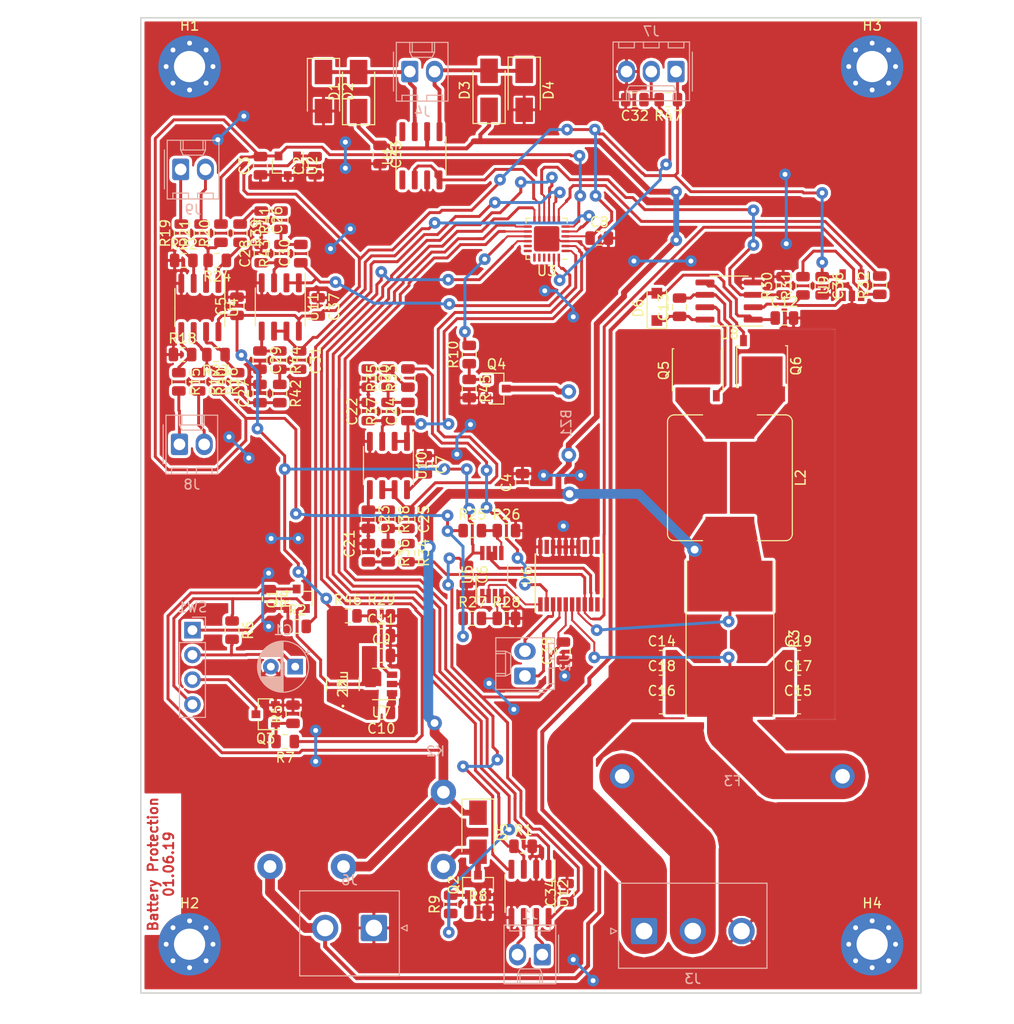
<source format=kicad_pcb>
(kicad_pcb (version 20171130) (host pcbnew 5.0.2+dfsg1-1~bpo9+1)
  (layers (0 F.Cu signal) (31 B.Cu signal) (34 B.Paste user) (35 F.Paste user) (36 B.SilkS user) (37 F.SilkS user) (38 B.Mask user) (39 F.Mask user) (44 Edge.Cuts user))
  (net 0 "")
  (net 1 "Net-(BZ1-Pad2)")
  (net 2 "Net-(C1-Pad1)")
  (net 3 GND)
  (net 4 +3V3)
  (net 5 +2V5)
  (net 6 /uC_VDD)
  (net 7 "Net-(C10-Pad1)")
  (net 8 "Net-(C10-Pad2)")
  (net 9 /12V_switchable)
  (net 10 "Net-(C13-Pad2)")
  (net 11 "Net-(C13-Pad1)")
  (net 12 "Net-(C20-Pad1)")
  (net 13 "Net-(C21-Pad1)")
  (net 14 "Net-(C22-Pad1)")
  (net 15 "Net-(C23-Pad1)")
  (net 16 "Net-(C24-Pad2)")
  (net 17 /100A_sense)
  (net 18 /5A_sense)
  (net 19 "Net-(C25-Pad2)")
  (net 20 "Net-(C26-Pad1)")
  (net 21 "Net-(C27-Pad1)")
  (net 22 "Net-(C28-Pad1)")
  (net 23 "Net-(C29-Pad1)")
  (net 24 "Net-(C30-Pad2)")
  (net 25 /24V_sense)
  (net 26 /12V_sense)
  (net 27 "Net-(C31-Pad2)")
  (net 28 /BUS_B)
  (net 29 /BUS_A)
  (net 30 "Net-(D3-Pad2)")
  (net 31 "Net-(D1-Pad2)")
  (net 32 "Net-(D5-Pad2)")
  (net 33 /12V_rail)
  (net 34 "Net-(Q1-Pad1)")
  (net 35 "Net-(Q2-Pad1)")
  (net 36 "Net-(Q3-Pad1)")
  (net 37 "Net-(Q3-Pad3)")
  (net 38 /buzzer_pwm)
  (net 39 /100A_sense_H)
  (net 40 /100A_sense_L)
  (net 41 /~uC_EN)
  (net 42 /LED)
  (net 43 /12V_relay_ctrl)
  (net 44 "Net-(R15-Pad1)")
  (net 45 "Net-(R16-Pad1)")
  (net 46 "Net-(R19-Pad1)")
  (net 47 "Net-(R20-Pad1)")
  (net 48 /voltage_monitor/24V_sense)
  (net 49 /voltage_monitor/12V_sense)
  (net 50 "Net-(R25-Pad2)")
  (net 51 "Net-(R27-Pad2)")
  (net 52 "Net-(R29-Pad1)")
  (net 53 /~BAL_Shutdown)
  (net 54 "Net-(R31-Pad1)")
  (net 55 "Net-(R31-Pad2)")
  (net 56 /DAC_Balancer_Vset)
  (net 57 /current_monitor/100A_sense)
  (net 58 /5A_sense_unfiltered)
  (net 59 /24V_relay_ctrl)
  (net 60 /TX_EN)
  (net 61 /UART_Rx)
  (net 62 /UART_Tx)
  (net 63 /current_monitor/0.3V)
  (net 64 "Net-(U5-Pad6)")
  (net 65 /24V_Bat)
  (net 66 /12V_Bat)
  (net 67 /~RESET~_UPDI)
  (net 68 "Net-(Q4-Pad1)")
  (net 69 "Net-(Q5-Pad2)")
  (net 70 "Net-(Q6-Pad2)")
  (net 71 "Net-(J8-Pad2)")
  (net 72 "Net-(J8-Pad1)")
  (net 73 "Net-(J9-Pad1)")
  (net 74 "Net-(J9-Pad2)")
  (module footprints:ALQ3F12 (layer B.Cu) (at 142.0495 122.4915 180)
    (fp_text reference K2 (at 2 3 180) (layer B.SilkS) (effects (justify mirror)))
    (fp_text value ALQ3F12)
    (pad 4 thru_hole circle (at 18.97 -8.81 180) (size 2.6 2.6) (drill 1.3) (layers *.Cu *.Mask) (net 9 /12V_switchable))
    (pad 2 thru_hole circle (at 1.19 -1.19 180) (size 2.6 2.6) (drill 1.3) (layers *.Cu *.Mask) (net 33 /12V_rail))
    (pad 1 thru_hole circle (at 1.19 -8.81 180) (size 2.6 2.6) (drill 1.3) (layers *.Cu *.Mask) (net 32 "Net-(D5-Pad2)"))
    (pad 3 thru_hole circle (at 11.43 -8.81 180) (size 2.6 2.6) (drill 1.3) (layers *.Cu *.Mask) (net 33 /12V_rail))
  )
  (module Package_SO:TSSOP-20_4.4x6.5mm_P0.65mm (layer F.Cu) (at 153.7335 101.473 90)
    (fp_text reference U6 (at 0 -4.3 90) (layer F.SilkS))
    (fp_text value INA4181)
    (pad 1 smd rect (at -2.95 -2.925 90) (size 1.45 0.45) (layers F.Cu F.Paste F.Mask) (net 63 /current_monitor/0.3V))
    (pad 2 smd rect (at -2.95 -2.275 90) (size 1.45 0.45) (layers F.Cu F.Paste F.Mask) (net 57 /current_monitor/100A_sense))
    (pad 3 smd rect (at -2.95 -1.625 90) (size 1.45 0.45) (layers F.Cu F.Paste F.Mask) (net 40 /100A_sense_L))
    (pad 4 smd rect (at -2.95 -0.975 90) (size 1.45 0.45) (layers F.Cu F.Paste F.Mask) (net 39 /100A_sense_H))
    (pad 5 smd rect (at -2.95 -0.325 90) (size 1.45 0.45) (layers F.Cu F.Paste F.Mask) (net 4 +3V3))
    (pad 6 smd rect (at -2.95 0.325 90) (size 1.45 0.45) (layers F.Cu F.Paste F.Mask) (net 66 /12V_Bat))
    (pad 7 smd rect (at -2.95 0.975 90) (size 1.45 0.45) (layers F.Cu F.Paste F.Mask) (net 33 /12V_rail))
    (pad 8 smd rect (at -2.95 1.625 90) (size 1.45 0.45) (layers F.Cu F.Paste F.Mask) (net 58 /5A_sense_unfiltered))
    (pad 9 smd rect (at -2.95 2.275 90) (size 1.45 0.45) (layers F.Cu F.Paste F.Mask) (net 64 "Net-(U5-Pad6)"))
    (pad 10 smd rect (at -2.95 2.925 90) (size 1.45 0.45) (layers F.Cu F.Paste F.Mask))
    (pad 11 smd rect (at 2.95 2.925 90) (size 1.45 0.45) (layers F.Cu F.Paste F.Mask))
    (pad 12 smd rect (at 2.95 2.275 90) (size 1.45 0.45) (layers F.Cu F.Paste F.Mask) (net 3 GND))
    (pad 13 smd rect (at 2.95 1.625 90) (size 1.45 0.45) (layers F.Cu F.Paste F.Mask))
    (pad 14 smd rect (at 2.95 0.975 90) (size 1.45 0.45) (layers F.Cu F.Paste F.Mask) (net 3 GND))
    (pad 15 smd rect (at 2.95 0.325 90) (size 1.45 0.45) (layers F.Cu F.Paste F.Mask) (net 3 GND))
    (pad 16 smd rect (at 2.95 -0.325 90) (size 1.45 0.45) (layers F.Cu F.Paste F.Mask) (net 3 GND))
    (pad 17 smd rect (at 2.95 -0.975 90) (size 1.45 0.45) (layers F.Cu F.Paste F.Mask) (net 3 GND))
    (pad 18 smd rect (at 2.95 -1.625 90) (size 1.45 0.45) (layers F.Cu F.Paste F.Mask) (net 3 GND))
    (pad 19 smd rect (at 2.95 -2.275 90) (size 1.45 0.45) (layers F.Cu F.Paste F.Mask))
    (pad 20 smd rect (at 2.95 -2.925 90) (size 1.45 0.45) (layers F.Cu F.Paste F.Mask) (net 3 GND))
  )
  (module Resistor_SMD:R_0805_2012Metric (layer F.Cu) (at 117.7925 81.5975 270)
    (fp_text reference R16 (at -0.063 -1.46 270) (layer F.SilkS))
    (fp_text value 10k)
    (pad 1 smd roundrect (at -0.9375 0 270) (size 0.975 1.4) (layers F.Cu F.Paste F.Mask) (net 45 "Net-(R16-Pad1)"))
    (pad 2 smd roundrect (at 0.9375 0 270) (size 0.975 1.4) (layers F.Cu F.Paste F.Mask) (net 5 +2V5))
  )
  (module Inductor_SMD:L_Bourns_SRP1245A (layer F.Cu) (at 170.2435 91.44 270)
    (fp_text reference L2 (at 0 -7.25 270) (layer F.SilkS))
    (fp_text value SRP1265A-470M)
    (pad 1 smd rect (at -5.55 0 270) (size 3.1 5) (layers F.Cu F.Paste F.Mask) (net 10 "Net-(C13-Pad2)"))
    (pad 2 smd rect (at 5.55 0 270) (size 3.1 5) (layers F.Cu F.Paste F.Mask) (net 33 /12V_rail))
  )
  (module footprints:R_Shunt_WSLP59311 (layer F.Cu) (at 170.2435 107.95 270)
    (fp_text reference R3 (at 0 -6.6 270) (layer F.SilkS))
    (fp_text value 1m)
    (pad 1 smd rect (at -5.4 0 270) (size 5.2 8.75) (layers F.Cu F.Paste F.Mask) (net 33 /12V_rail))
    (pad 2 smd rect (at 5.4 0 270) (size 5.2 8.75) (layers F.Cu F.Paste F.Mask) (net 66 /12V_Bat))
  )
  (module footprints:Sound_Buzzer (layer B.Cu) (at 153.717384 85.846599 90)
    (fp_text reference BZ1 (at 0 -0.25 90) (layer B.SilkS) (effects (justify mirror)))
    (fp_text value Sound_Alarm_Buzzer)
    (pad 1 thru_hole circle (at -3.25 0 90) (size 1.5 1.5) (drill 0.8) (layers *.Cu *.Mask) (net 33 /12V_rail))
    (pad 2 thru_hole circle (at 3.25 0 90) (size 1.5 1.5) (drill 0.8) (layers *.Cu *.Mask) (net 1 "Net-(BZ1-Pad2)"))
  )
  (module Capacitor_THT:CP_Radial_D5.0mm_P2.50mm (layer B.Cu) (at 125.6665 110.8075 180)
    (fp_text reference C1 (at 1.25 3.75 180) (layer B.SilkS) (effects (justify mirror)))
    (fp_text value 100u)
    (pad 1 thru_hole rect (at 0 0 180) (size 1.6 1.6) (drill 0.8) (layers *.Cu *.Mask) (net 2 "Net-(C1-Pad1)"))
    (pad 2 thru_hole circle (at 2.5 0 180) (size 1.6 1.6) (drill 0.8) (layers *.Cu *.Mask) (net 3 GND))
  )
  (module Capacitor_SMD:C_0805_2012Metric (layer F.Cu) (at 127.702 59.4405 90)
    (fp_text reference C2 (at 0 -1.65 90) (layer F.SilkS))
    (fp_text value 1u)
    (pad 2 smd roundrect (at 0.9375 0 90) (size 0.975 1.4) (layers F.Cu F.Paste F.Mask) (net 4 +3V3))
    (pad 1 smd roundrect (at -0.9375 0 90) (size 0.975 1.4) (layers F.Cu F.Paste F.Mask) (net 3 GND))
  )
  (module Capacitor_SMD:C_0805_2012Metric (layer F.Cu) (at 122.102 59.4405 90)
    (fp_text reference C3 (at 0 -1.65 90) (layer F.SilkS))
    (fp_text value 100n)
    (pad 2 smd roundrect (at 0.9375 0 90) (size 0.975 1.4) (layers F.Cu F.Paste F.Mask) (net 5 +2V5))
    (pad 1 smd roundrect (at -0.9375 0 90) (size 0.975 1.4) (layers F.Cu F.Paste F.Mask) (net 3 GND))
  )
  (module Capacitor_SMD:C_0805_2012Metric (layer F.Cu) (at 148.971 91.948 90)
    (fp_text reference C4 (at 0 -1.65 90) (layer F.SilkS))
    (fp_text value 100n)
    (pad 1 smd roundrect (at -0.9375 0 90) (size 0.975 1.4) (layers F.Cu F.Paste F.Mask) (net 33 /12V_rail))
    (pad 2 smd roundrect (at 0.9375 0 90) (size 0.975 1.4) (layers F.Cu F.Paste F.Mask) (net 3 GND))
  )
  (module Capacitor_SMD:C_0805_2012Metric (layer F.Cu) (at 119.6975 73.8505 90)
    (fp_text reference C5 (at 0 -1.65 90) (layer F.SilkS))
    (fp_text value 100n)
    (pad 2 smd roundrect (at 0.9375 0 90) (size 0.975 1.4) (layers F.Cu F.Paste F.Mask) (net 3 GND))
    (pad 1 smd roundrect (at -0.9375 0 90) (size 0.975 1.4) (layers F.Cu F.Paste F.Mask) (net 4 +3V3))
  )
  (module Capacitor_SMD:C_0805_2012Metric (layer F.Cu) (at 143.226078 101.356023 270)
    (fp_text reference C6 (at 0 -1.65 270) (layer F.SilkS))
    (fp_text value 100n)
    (pad 2 smd roundrect (at 0.9375 0 270) (size 0.975 1.4) (layers F.Cu F.Paste F.Mask) (net 3 GND))
    (pad 1 smd roundrect (at -0.9375 0 270) (size 0.975 1.4) (layers F.Cu F.Paste F.Mask) (net 4 +3V3))
  )
  (module Capacitor_SMD:C_0805_2012Metric (layer F.Cu) (at 139.0015 90.1065 270)
    (fp_text reference C7 (at 0 -1.65 270) (layer F.SilkS))
    (fp_text value 100n)
    (pad 1 smd roundrect (at -0.9375 0 270) (size 0.975 1.4) (layers F.Cu F.Paste F.Mask) (net 3 GND))
    (pad 2 smd roundrect (at 0.9375 0 270) (size 0.975 1.4) (layers F.Cu F.Paste F.Mask) (net 4 +3V3))
  )
  (module Capacitor_SMD:C_0805_2012Metric (layer F.Cu) (at 156.845 66.8655)
    (fp_text reference C8 (at 0 -1.65) (layer F.SilkS))
    (fp_text value 100n)
    (pad 1 smd roundrect (at -0.9375 0) (size 0.975 1.4) (layers F.Cu F.Paste F.Mask) (net 4 +3V3))
    (pad 2 smd roundrect (at 0.9375 0) (size 0.975 1.4) (layers F.Cu F.Paste F.Mask) (net 3 GND))
  )
  (module Capacitor_SMD:C_0805_2012Metric (layer F.Cu) (at 134.493 109.6645)
    (fp_text reference C9 (at 0 -1.65) (layer F.SilkS))
    (fp_text value 10u/50V)
    (pad 2 smd roundrect (at 0.9375 0) (size 0.975 1.4) (layers F.Cu F.Paste F.Mask) (net 3 GND))
    (pad 1 smd roundrect (at -0.9375 0) (size 0.975 1.4) (layers F.Cu F.Paste F.Mask) (net 6 /uC_VDD))
  )
  (module Capacitor_SMD:C_0805_2012Metric (layer F.Cu) (at 134.493 115.5065 180)
    (fp_text reference C10 (at 0 -1.65 180) (layer F.SilkS))
    (fp_text value 100n)
    (pad 1 smd roundrect (at -0.9375 0 180) (size 0.975 1.4) (layers F.Cu F.Paste F.Mask) (net 7 "Net-(C10-Pad1)"))
    (pad 2 smd roundrect (at 0.9375 0 180) (size 0.975 1.4) (layers F.Cu F.Paste F.Mask) (net 8 "Net-(C10-Pad2)"))
  )
  (module Capacitor_SMD:C_0805_2012Metric (layer F.Cu) (at 134.493 107.6325)
    (fp_text reference C11 (at 0 -1.65) (layer F.SilkS))
    (fp_text value 22u/25V)
    (pad 2 smd roundrect (at 0.9375 0) (size 0.975 1.4) (layers F.Cu F.Paste F.Mask) (net 3 GND))
    (pad 1 smd roundrect (at -0.9375 0) (size 0.975 1.4) (layers F.Cu F.Paste F.Mask) (net 4 +3V3))
  )
  (module Capacitor_SMD:C_0805_2012Metric (layer F.Cu) (at 175.8315 75.057)
    (fp_text reference C12 (at 0 -1.65) (layer F.SilkS))
    (fp_text value 10u/25V)
    (pad 2 smd roundrect (at 0.9375 0) (size 0.975 1.4) (layers F.Cu F.Paste F.Mask) (net 3 GND))
    (pad 1 smd roundrect (at -0.9375 0) (size 0.975 1.4) (layers F.Cu F.Paste F.Mask) (net 9 /12V_switchable))
  )
  (module Capacitor_SMD:C_0805_2012Metric (layer F.Cu) (at 165.079979 73.949593 90)
    (fp_text reference C13 (at 0 -1.65 90) (layer F.SilkS))
    (fp_text value 100n)
    (pad 1 smd roundrect (at -0.9375 0 90) (size 0.975 1.4) (layers F.Cu F.Paste F.Mask) (net 11 "Net-(C13-Pad1)"))
    (pad 2 smd roundrect (at 0.9375 0 90) (size 0.975 1.4) (layers F.Cu F.Paste F.Mask) (net 10 "Net-(C13-Pad2)"))
  )
  (module Capacitor_SMD:C_0805_2012Metric (layer F.Cu) (at 163.2585 109.855)
    (fp_text reference C14 (at 0 -1.65) (layer F.SilkS))
    (fp_text value 22u/25V)
    (pad 1 smd roundrect (at -0.9375 0) (size 0.975 1.4) (layers F.Cu F.Paste F.Mask) (net 65 /24V_Bat))
    (pad 2 smd roundrect (at 0.9375 0) (size 0.975 1.4) (layers F.Cu F.Paste F.Mask) (net 66 /12V_Bat))
  )
  (module Capacitor_SMD:C_0805_2012Metric (layer F.Cu) (at 177.2285 114.935)
    (fp_text reference C15 (at 0 -1.65) (layer F.SilkS))
    (fp_text value 22u/25V)
    (pad 1 smd roundrect (at -0.9375 0) (size 0.975 1.4) (layers F.Cu F.Paste F.Mask) (net 66 /12V_Bat))
    (pad 2 smd roundrect (at 0.9375 0) (size 0.975 1.4) (layers F.Cu F.Paste F.Mask) (net 3 GND))
  )
  (module Capacitor_SMD:C_0805_2012Metric (layer F.Cu) (at 163.2585 114.935)
    (fp_text reference C16 (at 0 -1.65) (layer F.SilkS))
    (fp_text value 22u/25V)
    (pad 1 smd roundrect (at -0.9375 0) (size 0.975 1.4) (layers F.Cu F.Paste F.Mask) (net 65 /24V_Bat))
    (pad 2 smd roundrect (at 0.9375 0) (size 0.975 1.4) (layers F.Cu F.Paste F.Mask) (net 66 /12V_Bat))
  )
  (module Capacitor_SMD:C_0805_2012Metric (layer F.Cu) (at 177.2285 112.395)
    (fp_text reference C17 (at 0 -1.65) (layer F.SilkS))
    (fp_text value 22u/25V)
    (pad 1 smd roundrect (at -0.9375 0) (size 0.975 1.4) (layers F.Cu F.Paste F.Mask) (net 66 /12V_Bat))
    (pad 2 smd roundrect (at 0.9375 0) (size 0.975 1.4) (layers F.Cu F.Paste F.Mask) (net 3 GND))
  )
  (module Capacitor_SMD:C_0805_2012Metric (layer F.Cu) (at 163.2585 112.395)
    (fp_text reference C18 (at 0 -1.65) (layer F.SilkS))
    (fp_text value 22u/25V)
    (pad 2 smd roundrect (at 0.9375 0) (size 0.975 1.4) (layers F.Cu F.Paste F.Mask) (net 66 /12V_Bat))
    (pad 1 smd roundrect (at -0.9375 0) (size 0.975 1.4) (layers F.Cu F.Paste F.Mask) (net 65 /24V_Bat))
  )
  (module Capacitor_SMD:C_0805_2012Metric (layer F.Cu) (at 177.2285 109.855)
    (fp_text reference C19 (at 0 -1.65) (layer F.SilkS))
    (fp_text value 22u/25V)
    (pad 2 smd roundrect (at 0.9375 0) (size 0.975 1.4) (layers F.Cu F.Paste F.Mask) (net 3 GND))
    (pad 1 smd roundrect (at -0.9375 0) (size 0.975 1.4) (layers F.Cu F.Paste F.Mask) (net 66 /12V_Bat))
  )
  (module Capacitor_SMD:C_0805_2012Metric (layer F.Cu) (at 133.1595 81.2165 270)
    (fp_text reference C20 (at 0 -1.65 270) (layer F.SilkS))
    (fp_text value 2.2n)
    (pad 1 smd roundrect (at -0.9375 0 270) (size 0.975 1.4) (layers F.Cu F.Paste F.Mask) (net 12 "Net-(C20-Pad1)"))
    (pad 2 smd roundrect (at 0.9375 0 270) (size 0.975 1.4) (layers F.Cu F.Paste F.Mask) (net 3 GND))
  )
  (module Capacitor_SMD:C_0805_2012Metric (layer F.Cu) (at 133.1595 99.1235 90)
    (fp_text reference C21 (at 0.925954 -1.919844 -90) (layer F.SilkS))
    (fp_text value 2.2n)
    (pad 2 smd roundrect (at 0.9375 0 90) (size 0.975 1.4) (layers F.Cu F.Paste F.Mask) (net 3 GND))
    (pad 1 smd roundrect (at -0.9375 0 90) (size 0.975 1.4) (layers F.Cu F.Paste F.Mask) (net 13 "Net-(C21-Pad1)"))
  )
  (module Capacitor_SMD:C_0805_2012Metric (layer F.Cu) (at 133.1595 84.6455 90)
    (fp_text reference C22 (at 0 -1.65 90) (layer F.SilkS))
    (fp_text value 150p)
    (pad 1 smd roundrect (at -0.9375 0 90) (size 0.975 1.4) (layers F.Cu F.Paste F.Mask) (net 14 "Net-(C22-Pad1)"))
    (pad 2 smd roundrect (at 0.9375 0 90) (size 0.975 1.4) (layers F.Cu F.Paste F.Mask) (net 3 GND))
  )
  (module Capacitor_SMD:C_0805_2012Metric (layer F.Cu) (at 133.1595 95.6945 270)
    (fp_text reference C23 (at 0 -1.65 270) (layer F.SilkS))
    (fp_text value 150p)
    (pad 2 smd roundrect (at 0.9375 0 270) (size 0.975 1.4) (layers F.Cu F.Paste F.Mask) (net 3 GND))
    (pad 1 smd roundrect (at -0.9375 0 270) (size 0.975 1.4) (layers F.Cu F.Paste F.Mask) (net 15 "Net-(C23-Pad1)"))
  )
  (module Capacitor_SMD:C_0805_2012Metric (layer F.Cu) (at 137.2235 84.6455 90)
    (fp_text reference C24 (at 0 -1.65 90) (layer F.SilkS))
    (fp_text value 1n)
    (pad 2 smd roundrect (at 0.9375 0 90) (size 0.975 1.4) (layers F.Cu F.Paste F.Mask) (net 16 "Net-(C24-Pad2)"))
    (pad 1 smd roundrect (at -0.9375 0 90) (size 0.975 1.4) (layers F.Cu F.Paste F.Mask) (net 17 /100A_sense))
  )
  (module Capacitor_SMD:C_0805_2012Metric (layer F.Cu) (at 137.2235 95.6945 270)
    (fp_text reference C25 (at 0 -1.65 270) (layer F.SilkS))
    (fp_text value 1n)
    (pad 1 smd roundrect (at -0.9375 0 270) (size 0.975 1.4) (layers F.Cu F.Paste F.Mask) (net 18 /5A_sense))
    (pad 2 smd roundrect (at 0.9375 0 270) (size 0.975 1.4) (layers F.Cu F.Paste F.Mask) (net 19 "Net-(C25-Pad2)"))
  )
  (module Capacitor_SMD:C_0805_2012Metric (layer F.Cu) (at 122.174 65.024 270)
    (fp_text reference C26 (at 0 -1.65 270) (layer F.SilkS))
    (fp_text value 2.2n)
    (pad 2 smd roundrect (at 0.9375 0 270) (size 0.975 1.4) (layers F.Cu F.Paste F.Mask) (net 3 GND))
    (pad 1 smd roundrect (at -0.9375 0 270) (size 0.975 1.4) (layers F.Cu F.Paste F.Mask) (net 20 "Net-(C26-Pad1)"))
  )
  (module Capacitor_SMD:C_0805_2012Metric (layer F.Cu) (at 122.047 82.804 90)
    (fp_text reference C27 (at 0 -1.65 90) (layer F.SilkS))
    (fp_text value 2.2n)
    (pad 1 smd roundrect (at -0.9375 0 90) (size 0.975 1.4) (layers F.Cu F.Paste F.Mask) (net 21 "Net-(C27-Pad1)"))
    (pad 2 smd roundrect (at 0.9375 0 90) (size 0.975 1.4) (layers F.Cu F.Paste F.Mask) (net 3 GND))
  )
  (module Capacitor_SMD:C_0805_2012Metric (layer F.Cu) (at 122.174 68.453 90)
    (fp_text reference C28 (at 0 -1.65 90) (layer F.SilkS))
    (fp_text value 150p)
    (pad 1 smd roundrect (at -0.9375 0 90) (size 0.975 1.4) (layers F.Cu F.Paste F.Mask) (net 22 "Net-(C28-Pad1)"))
    (pad 2 smd roundrect (at 0.9375 0 90) (size 0.975 1.4) (layers F.Cu F.Paste F.Mask) (net 3 GND))
  )
  (module Capacitor_SMD:C_0805_2012Metric (layer F.Cu) (at 122.047 79.375 270)
    (fp_text reference C29 (at 0 -1.65 270) (layer F.SilkS))
    (fp_text value 150p)
    (pad 1 smd roundrect (at -0.9375 0 270) (size 0.975 1.4) (layers F.Cu F.Paste F.Mask) (net 23 "Net-(C29-Pad1)"))
    (pad 2 smd roundrect (at 0.9375 0 270) (size 0.975 1.4) (layers F.Cu F.Paste F.Mask) (net 3 GND))
  )
  (module Capacitor_SMD:C_0805_2012Metric (layer F.Cu) (at 126.238 68.453 90)
    (fp_text reference C30 (at 0.1 -1.65 90) (layer F.SilkS))
    (fp_text value 1n)
    (pad 2 smd roundrect (at 0.9375 0 90) (size 0.975 1.4) (layers F.Cu F.Paste F.Mask) (net 24 "Net-(C30-Pad2)"))
    (pad 1 smd roundrect (at -0.9375 0 90) (size 0.975 1.4) (layers F.Cu F.Paste F.Mask) (net 25 /24V_sense))
  )
  (module Capacitor_SMD:C_0805_2012Metric (layer F.Cu) (at 126.111 79.375 270)
    (fp_text reference C31 (at 0 -1.65 270) (layer F.SilkS))
    (fp_text value 1n)
    (pad 1 smd roundrect (at -0.9375 0 270) (size 0.975 1.4) (layers F.Cu F.Paste F.Mask) (net 26 /12V_sense))
    (pad 2 smd roundrect (at 0.9375 0 270) (size 0.975 1.4) (layers F.Cu F.Paste F.Mask) (net 27 "Net-(C31-Pad2)"))
  )
  (module Capacitor_SMD:C_0805_2012Metric (layer F.Cu) (at 160.4935 52.664 180)
    (fp_text reference C32 (at 0 -1.65 180) (layer F.SilkS))
    (fp_text value 100n)
    (pad 2 smd roundrect (at 0.9375 0 180) (size 0.975 1.4) (layers F.Cu F.Paste F.Mask) (net 3 GND))
    (pad 1 smd roundrect (at -0.9375 0 180) (size 0.975 1.4) (layers F.Cu F.Paste F.Mask) (net 67 /~RESET~_UPDI))
  )
  (module Diode_SMD:D_SMA (layer F.Cu) (at 132.164314 51.835307 90)
    (fp_text reference D1 (at 0 -2.5 90) (layer F.SilkS))
    (fp_text value BAT54-7-F)
    (pad 1 smd rect (at -2 0 90) (size 2.5 1.8) (layers F.Cu F.Paste F.Mask) (net 33 /12V_rail))
    (pad 2 smd rect (at 2 0 90) (size 2.5 1.8) (layers F.Cu F.Paste F.Mask) (net 31 "Net-(D1-Pad2)"))
  )
  (module Diode_SMD:D_SMA (layer F.Cu) (at 128.564314 51.835307 270)
    (fp_text reference D2 (at 0 -2.5 270) (layer F.SilkS))
    (fp_text value BAT54-7-F)
    (pad 2 smd rect (at 2 0 270) (size 2.5 1.8) (layers F.Cu F.Paste F.Mask) (net 3 GND))
    (pad 1 smd rect (at -2 0 270) (size 2.5 1.8) (layers F.Cu F.Paste F.Mask) (net 31 "Net-(D1-Pad2)"))
  )
  (module Diode_SMD:D_SMA (layer F.Cu) (at 145.547314 51.708307 90)
    (fp_text reference D3 (at 0 -2.5 90) (layer F.SilkS))
    (fp_text value BAT54-7-F)
    (pad 1 smd rect (at -2 0 90) (size 2.5 1.8) (layers F.Cu F.Paste F.Mask) (net 33 /12V_rail))
    (pad 2 smd rect (at 2 0 90) (size 2.5 1.8) (layers F.Cu F.Paste F.Mask) (net 30 "Net-(D3-Pad2)"))
  )
  (module Diode_SMD:D_SMA (layer F.Cu) (at 149.147314 51.708307 270)
    (fp_text reference D4 (at 0 -2.5 270) (layer F.SilkS))
    (fp_text value BAT54-7-F)
    (pad 2 smd rect (at 2 0 270) (size 2.5 1.8) (layers F.Cu F.Paste F.Mask) (net 3 GND))
    (pad 1 smd rect (at -2 0 270) (size 2.5 1.8) (layers F.Cu F.Paste F.Mask) (net 30 "Net-(D3-Pad2)"))
  )
  (module Diode_SMD:D_SMA (layer F.Cu) (at 144.409 127.7835 270)
    (fp_text reference D5 (at 0 -2.5 270) (layer F.SilkS))
    (fp_text value BAT54-7-F)
    (pad 1 smd rect (at -2 0 270) (size 2.5 1.8) (layers F.Cu F.Paste F.Mask) (net 33 /12V_rail))
    (pad 2 smd rect (at 2 0 270) (size 2.5 1.8) (layers F.Cu F.Paste F.Mask) (net 32 "Net-(D5-Pad2)"))
  )
  (module Diode_SMD:D_SOD-123F (layer F.Cu) (at 162.7505 73.914 90)
    (fp_text reference D6 (at -0.127 -1.905 90) (layer F.SilkS))
    (fp_text value "CRH01(TE85L,Q,M)")
    (pad 1 smd rect (at -1.4 0 90) (size 1.1 1.1) (layers F.Cu F.Paste F.Mask) (net 11 "Net-(C13-Pad1)"))
    (pad 2 smd rect (at 1.4 0 90) (size 1.1 1.1) (layers F.Cu F.Paste F.Mask) (net 9 /12V_switchable))
  )
  (module footprints:NR3010T220M (layer F.Cu) (at 130.556 112.5855 90)
    (fp_text reference L1 (at 0 0 90) (layer F.SilkS))
    (fp_text value 22u (at 0 0 90) (layer F.SilkS))
    (fp_text user * (at 0 0 90) (layer F.SilkS))
    (pad 1 smd rect (at -1.09855 0 90) (size 0.8001 2.6924) (layers F.Cu F.Paste F.Mask) (net 8 "Net-(C10-Pad2)"))
    (pad 2 smd rect (at 1.09855 0 90) (size 0.8001 2.6924) (layers F.Cu F.Paste F.Mask) (net 4 +3V3))
  )
  (module Package_TO_SOT_SMD:SOT-23 (layer F.Cu) (at 125.8125 103.845 90)
    (fp_text reference Q1 (at 0 -2.5 90) (layer F.SilkS))
    (fp_text value "CMPDM302PH TR")
    (pad 1 smd rect (at -1 -0.95 90) (size 0.9 0.8) (layers F.Cu F.Paste F.Mask) (net 34 "Net-(Q1-Pad1)"))
    (pad 2 smd rect (at -1 0.95 90) (size 0.9 0.8) (layers F.Cu F.Paste F.Mask) (net 6 /uC_VDD))
    (pad 3 smd rect (at 1 0 90) (size 0.9 0.8) (layers F.Cu F.Paste F.Mask) (net 33 /12V_rail))
  )
  (module Package_TO_SOT_SMD:SOT-23 (layer F.Cu) (at 144.409 133.1835 90)
    (fp_text reference Q2 (at 0 -2.5 90) (layer F.SilkS))
    (fp_text value ‎BSS816NWH6327XTSA1‎)
    (pad 1 smd rect (at -1 -0.95 90) (size 0.9 0.8) (layers F.Cu F.Paste F.Mask) (net 35 "Net-(Q2-Pad1)"))
    (pad 2 smd rect (at -1 0.95 90) (size 0.9 0.8) (layers F.Cu F.Paste F.Mask) (net 3 GND))
    (pad 3 smd rect (at 1 0 90) (size 0.9 0.8) (layers F.Cu F.Paste F.Mask) (net 32 "Net-(D5-Pad2)"))
  )
  (module Package_TO_SOT_SMD:SOT-23 (layer F.Cu) (at 122.636 115.686 180)
    (fp_text reference Q3 (at 0 -2.5 180) (layer F.SilkS))
    (fp_text value ‎BSS816NWH6327XTSA1‎)
    (pad 3 smd rect (at 1 0 180) (size 0.9 0.8) (layers F.Cu F.Paste F.Mask) (net 37 "Net-(Q3-Pad3)"))
    (pad 2 smd rect (at -1 0.95 180) (size 0.9 0.8) (layers F.Cu F.Paste F.Mask) (net 3 GND))
    (pad 1 smd rect (at -1 -0.95 180) (size 0.9 0.8) (layers F.Cu F.Paste F.Mask) (net 36 "Net-(Q3-Pad1)"))
  )
  (module Package_TO_SOT_SMD:SOT-23 (layer F.Cu) (at 146.304 82.296)
    (fp_text reference Q4 (at 0 -2.5) (layer F.SilkS))
    (fp_text value ‎BSS816NWH6327XTSA1‎)
    (pad 3 smd rect (at 1 0) (size 0.9 0.8) (layers F.Cu F.Paste F.Mask) (net 1 "Net-(BZ1-Pad2)"))
    (pad 2 smd rect (at -1 0.95) (size 0.9 0.8) (layers F.Cu F.Paste F.Mask) (net 3 GND))
    (pad 1 smd rect (at -1 -0.95) (size 0.9 0.8) (layers F.Cu F.Paste F.Mask) (net 68 "Net-(Q4-Pad1)"))
  )
  (module Resistor_SMD:R_0805_2012Metric (layer F.Cu) (at 149.0345 129.2225)
    (fp_text reference R1 (at 0 -1.65) (layer F.SilkS))
    (fp_text value 100k)
    (pad 2 smd roundrect (at 0.9375 0) (size 0.975 1.4) (layers F.Cu F.Paste F.Mask) (net 3 GND))
    (pad 1 smd roundrect (at -0.9375 0) (size 0.975 1.4) (layers F.Cu F.Paste F.Mask) (net 60 /TX_EN))
  )
  (module Resistor_SMD:R_0805_2012Metric (layer F.Cu) (at 125.857 106.68)
    (fp_text reference R2 (at 0 -1.65) (layer F.SilkS))
    (fp_text value 10k)
    (pad 1 smd roundrect (at -0.9375 0) (size 0.975 1.4) (layers F.Cu F.Paste F.Mask) (net 34 "Net-(Q1-Pad1)"))
    (pad 2 smd roundrect (at 0.9375 0) (size 0.975 1.4) (layers F.Cu F.Paste F.Mask) (net 41 /~uC_EN))
  )
  (module Resistor_SMD:R_0805_2012Metric (layer F.Cu) (at 123.0125 103.845 270)
    (fp_text reference R4 (at 0 -1.65 270) (layer F.SilkS))
    (fp_text value 47k)
    (pad 1 smd roundrect (at -0.9375 0 270) (size 0.975 1.4) (layers F.Cu F.Paste F.Mask) (net 33 /12V_rail))
    (pad 2 smd roundrect (at 0.9375 0 270) (size 0.975 1.4) (layers F.Cu F.Paste F.Mask) (net 34 "Net-(Q1-Pad1)"))
  )
  (module Resistor_SMD:R_0805_2012Metric (layer F.Cu) (at 125.436 115.686 90)
    (fp_text reference R5 (at 0 -1.65 90) (layer F.SilkS))
    (fp_text value 100k)
    (pad 1 smd roundrect (at -0.9375 0 90) (size 0.975 1.4) (layers F.Cu F.Paste F.Mask) (net 36 "Net-(Q3-Pad1)"))
    (pad 2 smd roundrect (at 0.9375 0 90) (size 0.975 1.4) (layers F.Cu F.Paste F.Mask) (net 3 GND))
  )
  (module Resistor_SMD:R_0805_2012Metric (layer F.Cu) (at 119.1895 107.061 270)
    (fp_text reference R6 (at 0 -1.65 270) (layer F.SilkS))
    (fp_text value 100k)
    (pad 2 smd roundrect (at 0.9375 0 270) (size 0.975 1.4) (layers F.Cu F.Paste F.Mask) (net 2 "Net-(C1-Pad1)"))
    (pad 1 smd roundrect (at -0.9375 0 270) (size 0.975 1.4) (layers F.Cu F.Paste F.Mask) (net 6 /uC_VDD))
  )
  (module Resistor_SMD:R_0805_2012Metric (layer F.Cu) (at 124.636 118.486 180)
    (fp_text reference R7 (at 0 -1.65 180) (layer F.SilkS))
    (fp_text value 100)
    (pad 2 smd roundrect (at 0.9375 0 180) (size 0.975 1.4) (layers F.Cu F.Paste F.Mask) (net 36 "Net-(Q3-Pad1)"))
    (pad 1 smd roundrect (at -0.9375 0 180) (size 0.975 1.4) (layers F.Cu F.Paste F.Mask) (net 42 /LED))
  )
  (module Resistor_SMD:R_0805_2012Metric (layer F.Cu) (at 144.409 135.9835)
    (fp_text reference R8 (at 0 -1.65) (layer F.SilkS))
    (fp_text value 100k)
    (pad 2 smd roundrect (at 0.9375 0) (size 0.975 1.4) (layers F.Cu F.Paste F.Mask) (net 3 GND))
    (pad 1 smd roundrect (at -0.9375 0) (size 0.975 1.4) (layers F.Cu F.Paste F.Mask) (net 35 "Net-(Q2-Pad1)"))
  )
  (module Resistor_SMD:R_0805_2012Metric (layer F.Cu) (at 141.609 135.1835 90)
    (fp_text reference R9 (at 0 -1.65 90) (layer F.SilkS))
    (fp_text value 100)
    (pad 2 smd roundrect (at 0.9375 0 90) (size 0.975 1.4) (layers F.Cu F.Paste F.Mask) (net 35 "Net-(Q2-Pad1)"))
    (pad 1 smd roundrect (at -0.9375 0 90) (size 0.975 1.4) (layers F.Cu F.Paste F.Mask) (net 43 /12V_relay_ctrl))
  )
  (module Resistor_SMD:R_0805_2012Metric (layer F.Cu) (at 143.51 78.8035 90)
    (fp_text reference R10 (at 0 -1.65 90) (layer F.SilkS))
    (fp_text value 100)
    (pad 2 smd roundrect (at 0.9375 0 90) (size 0.975 1.4) (layers F.Cu F.Paste F.Mask) (net 38 /buzzer_pwm))
    (pad 1 smd roundrect (at -0.9375 0 90) (size 0.975 1.4) (layers F.Cu F.Paste F.Mask) (net 68 "Net-(Q4-Pad1)"))
  )
  (module Resistor_SMD:R_0805_2012Metric (layer F.Cu) (at 113.7285 81.5975 270)
    (fp_text reference R15 (at 0 -1.65 270) (layer F.SilkS))
    (fp_text value 60k)
    (pad 2 smd roundrect (at 0.9375 0 270) (size 0.975 1.4) (layers F.Cu F.Paste F.Mask) (net 72 "Net-(J8-Pad1)"))
    (pad 1 smd roundrect (at -0.9375 0 270) (size 0.975 1.4) (layers F.Cu F.Paste F.Mask) (net 44 "Net-(R15-Pad1)"))
  )
  (module Resistor_SMD:R_0805_2012Metric (layer F.Cu) (at 115.7605 81.5975 270)
    (fp_text reference R17 (at 0 -1.65 270) (layer F.SilkS))
    (fp_text value 40k)
    (pad 1 smd roundrect (at -0.9375 0 270) (size 0.975 1.4) (layers F.Cu F.Paste F.Mask) (net 45 "Net-(R16-Pad1)"))
    (pad 2 smd roundrect (at 0.9375 0 270) (size 0.975 1.4) (layers F.Cu F.Paste F.Mask) (net 71 "Net-(J8-Pad2)"))
  )
  (module Resistor_SMD:R_0805_2012Metric (layer F.Cu) (at 114.1095 78.8035)
    (fp_text reference R18 (at 0 -1.65) (layer F.SilkS))
    (fp_text value 10k)
    (pad 1 smd roundrect (at -0.9375 0) (size 0.975 1.4) (layers F.Cu F.Paste F.Mask) (net 3 GND))
    (pad 2 smd roundrect (at 0.9375 0) (size 0.975 1.4) (layers F.Cu F.Paste F.Mask) (net 44 "Net-(R15-Pad1)"))
  )
  (module Resistor_SMD:R_0805_2012Metric (layer F.Cu) (at 113.9825 66.3575 90)
    (fp_text reference R19 (at 0 -1.65 90) (layer F.SilkS))
    (fp_text value 60k)
    (pad 2 smd roundrect (at 0.9375 0 90) (size 0.975 1.4) (layers F.Cu F.Paste F.Mask) (net 73 "Net-(J9-Pad1)"))
    (pad 1 smd roundrect (at -0.9375 0 90) (size 0.975 1.4) (layers F.Cu F.Paste F.Mask) (net 46 "Net-(R19-Pad1)"))
  )
  (module Resistor_SMD:R_0805_2012Metric (layer F.Cu) (at 118.0465 66.3575 90)
    (fp_text reference R20 (at 0 -1.65 90) (layer F.SilkS))
    (fp_text value 10k)
    (pad 1 smd roundrect (at -0.9375 0 90) (size 0.975 1.4) (layers F.Cu F.Paste F.Mask) (net 47 "Net-(R20-Pad1)"))
    (pad 2 smd roundrect (at 0.9375 0 90) (size 0.975 1.4) (layers F.Cu F.Paste F.Mask) (net 5 +2V5))
  )
  (module Resistor_SMD:R_0805_2012Metric (layer F.Cu) (at 116.0145 66.3575 90)
    (fp_text reference R21 (at 0 -1.65 90) (layer F.SilkS))
    (fp_text value 40k)
    (pad 2 smd roundrect (at 0.9375 0 90) (size 0.975 1.4) (layers F.Cu F.Paste F.Mask) (net 74 "Net-(J9-Pad2)"))
    (pad 1 smd roundrect (at -0.9375 0 90) (size 0.975 1.4) (layers F.Cu F.Paste F.Mask) (net 47 "Net-(R20-Pad1)"))
  )
  (module Resistor_SMD:R_0805_2012Metric (layer F.Cu) (at 114.2365 69.1515)
    (fp_text reference R22 (at 0 -1.65) (layer F.SilkS))
    (fp_text value 10k)
    (pad 1 smd roundrect (at -0.9375 0) (size 0.975 1.4) (layers F.Cu F.Paste F.Mask) (net 3 GND))
    (pad 2 smd roundrect (at 0.9375 0) (size 0.975 1.4) (layers F.Cu F.Paste F.Mask) (net 46 "Net-(R19-Pad1)"))
  )
  (module Resistor_SMD:R_0805_2012Metric (layer F.Cu) (at 117.5385 78.8035 180)
    (fp_text reference R23 (at 0 -1.65 180) (layer F.SilkS))
    (fp_text value 20k)
    (pad 1 smd roundrect (at -0.9375 0 180) (size 0.975 1.4) (layers F.Cu F.Paste F.Mask) (net 49 /voltage_monitor/12V_sense))
    (pad 2 smd roundrect (at 0.9375 0 180) (size 0.975 1.4) (layers F.Cu F.Paste F.Mask) (net 45 "Net-(R16-Pad1)"))
  )
  (module Resistor_SMD:R_0805_2012Metric (layer F.Cu) (at 117.6655 69.1515 180)
    (fp_text reference R24 (at 0 -1.65 180) (layer F.SilkS))
    (fp_text value 20k)
    (pad 1 smd roundrect (at -0.9375 0 180) (size 0.975 1.4) (layers F.Cu F.Paste F.Mask) (net 48 /voltage_monitor/24V_sense))
    (pad 2 smd roundrect (at 0.9375 0 180) (size 0.975 1.4) (layers F.Cu F.Paste F.Mask) (net 47 "Net-(R20-Pad1)"))
  )
  (module Resistor_SMD:R_0805_2012Metric (layer F.Cu) (at 143.826078 96.856023)
    (fp_text reference R25 (at 0 -1.65) (layer F.SilkS))
    (fp_text value 10k)
    (pad 2 smd roundrect (at 0.9375 0) (size 0.975 1.4) (layers F.Cu F.Paste F.Mask) (net 50 "Net-(R25-Pad2)"))
    (pad 1 smd roundrect (at -0.9375 0) (size 0.975 1.4) (layers F.Cu F.Paste F.Mask) (net 5 +2V5))
  )
  (module Resistor_SMD:R_0805_2012Metric (layer F.Cu) (at 147.326078 96.856023)
    (fp_text reference R26 (at 0 -1.65) (layer F.SilkS))
    (fp_text value 10k)
    (pad 1 smd roundrect (at -0.9375 0) (size 0.975 1.4) (layers F.Cu F.Paste F.Mask) (net 50 "Net-(R25-Pad2)"))
    (pad 2 smd roundrect (at 0.9375 0) (size 0.975 1.4) (layers F.Cu F.Paste F.Mask) (net 3 GND))
  )
  (module Resistor_SMD:R_0805_2012Metric (layer F.Cu) (at 143.826078 105.856023)
    (fp_text reference R27 (at 0 -1.65) (layer F.SilkS))
    (fp_text value 73.3k)
    (pad 2 smd roundrect (at 0.9375 0) (size 0.975 1.4) (layers F.Cu F.Paste F.Mask) (net 51 "Net-(R27-Pad2)"))
    (pad 1 smd roundrect (at -0.9375 0) (size 0.975 1.4) (layers F.Cu F.Paste F.Mask) (net 5 +2V5))
  )
  (module Resistor_SMD:R_0805_2012Metric (layer F.Cu) (at 147.326078 105.856023)
    (fp_text reference R28 (at 0 -1.65) (layer F.SilkS))
    (fp_text value 10k)
    (pad 1 smd roundrect (at -0.9375 0) (size 0.975 1.4) (layers F.Cu F.Paste F.Mask) (net 51 "Net-(R27-Pad2)"))
    (pad 2 smd roundrect (at 0.9375 0) (size 0.975 1.4) (layers F.Cu F.Paste F.Mask) (net 3 GND))
  )
  (module Resistor_SMD:R_0805_2012Metric (layer F.Cu) (at 134.493 105.6005)
    (fp_text reference R29 (at 0 -1.65) (layer F.SilkS))
    (fp_text value 10k)
    (pad 1 smd roundrect (at -0.9375 0) (size 0.975 1.4) (layers F.Cu F.Paste F.Mask) (net 52 "Net-(R29-Pad1)"))
    (pad 2 smd roundrect (at 0.9375 0) (size 0.975 1.4) (layers F.Cu F.Paste F.Mask) (net 3 GND))
  )
  (module Resistor_SMD:R_0805_2012Metric (layer F.Cu) (at 175.7045 71.755 90)
    (fp_text reference R30 (at 0 -1.65 90) (layer F.SilkS))
    (fp_text value 10k)
    (pad 2 smd roundrect (at 0.9375 0 90) (size 0.975 1.4) (layers F.Cu F.Paste F.Mask) (net 3 GND))
    (pad 1 smd roundrect (at -0.9375 0 90) (size 0.975 1.4) (layers F.Cu F.Paste F.Mask) (net 53 /~BAL_Shutdown))
  )
  (module Resistor_SMD:R_0805_2012Metric (layer F.Cu) (at 177.7365 71.755 90)
    (fp_text reference R31 (at 0 -1.65 90) (layer F.SilkS))
    (fp_text value 180k)
    (pad 1 smd roundrect (at -0.9375 0 90) (size 0.975 1.4) (layers F.Cu F.Paste F.Mask) (net 54 "Net-(R31-Pad1)"))
    (pad 2 smd roundrect (at 0.9375 0 90) (size 0.975 1.4) (layers F.Cu F.Paste F.Mask) (net 55 "Net-(R31-Pad2)"))
  )
  (module Resistor_SMD:R_0805_2012Metric (layer F.Cu) (at 185.6105 71.6915 90)
    (fp_text reference R32 (at 0 -1.65 90) (layer F.SilkS))
    (fp_text value 6.8k)
    (pad 2 smd roundrect (at 0.9375 0 90) (size 0.975 1.4) (layers F.Cu F.Paste F.Mask) (net 56 /DAC_Balancer_Vset))
    (pad 1 smd roundrect (at -0.9375 0 90) (size 0.975 1.4) (layers F.Cu F.Paste F.Mask) (net 55 "Net-(R31-Pad2)"))
  )
  (module Resistor_SMD:R_0805_2012Metric (layer F.Cu) (at 137.2235 81.2165 90)
    (fp_text reference R33 (at 0 -1.65 90) (layer F.SilkS))
    (fp_text value 13k)
    (pad 2 smd roundrect (at 0.9375 0 90) (size 0.975 1.4) (layers F.Cu F.Paste F.Mask) (net 57 /current_monitor/100A_sense))
    (pad 1 smd roundrect (at -0.9375 0 90) (size 0.975 1.4) (layers F.Cu F.Paste F.Mask) (net 12 "Net-(C20-Pad1)"))
  )
  (module Resistor_SMD:R_0805_2012Metric (layer F.Cu) (at 137.2235 99.1235 270)
    (fp_text reference R34 (at 0 -1.65 270) (layer F.SilkS))
    (fp_text value 13k)
    (pad 1 smd roundrect (at -0.9375 0 270) (size 0.975 1.4) (layers F.Cu F.Paste F.Mask) (net 13 "Net-(C21-Pad1)"))
    (pad 2 smd roundrect (at 0.9375 0 270) (size 0.975 1.4) (layers F.Cu F.Paste F.Mask) (net 58 /5A_sense_unfiltered))
  )
  (module Resistor_SMD:R_0805_2012Metric (layer F.Cu) (at 135.1915 81.2165 90)
    (fp_text reference R35 (at 0 -1.65 90) (layer F.SilkS))
    (fp_text value 110k)
    (pad 1 smd roundrect (at -0.9375 0 90) (size 0.975 1.4) (layers F.Cu F.Paste F.Mask) (net 16 "Net-(C24-Pad2)"))
    (pad 2 smd roundrect (at 0.9375 0 90) (size 0.975 1.4) (layers F.Cu F.Paste F.Mask) (net 12 "Net-(C20-Pad1)"))
  )
  (module Resistor_SMD:R_0805_2012Metric (layer F.Cu) (at 135.1915 99.1235 270)
    (fp_text reference R36 (at 0 -1.65 270) (layer F.SilkS))
    (fp_text value 110k)
    (pad 1 smd roundrect (at -0.9375 0 270) (size 0.975 1.4) (layers F.Cu F.Paste F.Mask) (net 19 "Net-(C25-Pad2)"))
    (pad 2 smd roundrect (at 0.9375 0 270) (size 0.975 1.4) (layers F.Cu F.Paste F.Mask) (net 13 "Net-(C21-Pad1)"))
  )
  (module Resistor_SMD:R_0805_2012Metric (layer F.Cu) (at 135.1915 84.6455 90)
    (fp_text reference R37 (at 0 -1.65 90) (layer F.SilkS))
    (fp_text value 39k)
    (pad 2 smd roundrect (at 0.9375 0 90) (size 0.975 1.4) (layers F.Cu F.Paste F.Mask) (net 16 "Net-(C24-Pad2)"))
    (pad 1 smd roundrect (at -0.9375 0 90) (size 0.975 1.4) (layers F.Cu F.Paste F.Mask) (net 14 "Net-(C22-Pad1)"))
  )
  (module Resistor_SMD:R_0805_2012Metric (layer F.Cu) (at 135.1915 95.6945 270)
    (fp_text reference R38 (at 0 -1.65 270) (layer F.SilkS))
    (fp_text value 39k)
    (pad 2 smd roundrect (at 0.9375 0 270) (size 0.975 1.4) (layers F.Cu F.Paste F.Mask) (net 19 "Net-(C25-Pad2)"))
    (pad 1 smd roundrect (at -0.9375 0 270) (size 0.975 1.4) (layers F.Cu F.Paste F.Mask) (net 15 "Net-(C23-Pad1)"))
  )
  (module Resistor_SMD:R_0805_2012Metric (layer F.Cu) (at 120.015 66.3575 270)
    (fp_text reference R39 (at 0 -1.65 270) (layer F.SilkS))
    (fp_text value 13k)
    (pad 1 smd roundrect (at -0.9375 0 270) (size 0.975 1.4) (layers F.Cu F.Paste F.Mask) (net 20 "Net-(C26-Pad1)"))
    (pad 2 smd roundrect (at 0.9375 0 270) (size 0.975 1.4) (layers F.Cu F.Paste F.Mask) (net 48 /voltage_monitor/24V_sense))
  )
  (module Resistor_SMD:R_0805_2012Metric (layer F.Cu) (at 119.761 81.5975 90)
    (fp_text reference R40 (at 0 -1.65 90) (layer F.SilkS))
    (fp_text value 13k)
    (pad 1 smd roundrect (at -0.9375 0 90) (size 0.975 1.4) (layers F.Cu F.Paste F.Mask) (net 21 "Net-(C27-Pad1)"))
    (pad 2 smd roundrect (at 0.9375 0 90) (size 0.975 1.4) (layers F.Cu F.Paste F.Mask) (net 49 /voltage_monitor/12V_sense))
  )
  (module Resistor_SMD:R_0805_2012Metric (layer F.Cu) (at 124.206 65.024 90)
    (fp_text reference R41 (at 0 -1.65 90) (layer F.SilkS))
    (fp_text value 110k)
    (pad 2 smd roundrect (at 0.9375 0 90) (size 0.975 1.4) (layers F.Cu F.Paste F.Mask) (net 20 "Net-(C26-Pad1)"))
    (pad 1 smd roundrect (at -0.9375 0 90) (size 0.975 1.4) (layers F.Cu F.Paste F.Mask) (net 24 "Net-(C30-Pad2)"))
  )
  (module Resistor_SMD:R_0805_2012Metric (layer F.Cu) (at 124.079 82.804 270)
    (fp_text reference R42 (at 0 -1.65 270) (layer F.SilkS))
    (fp_text value 110k)
    (pad 2 smd roundrect (at 0.9375 0 270) (size 0.975 1.4) (layers F.Cu F.Paste F.Mask) (net 21 "Net-(C27-Pad1)"))
    (pad 1 smd roundrect (at -0.9375 0 270) (size 0.975 1.4) (layers F.Cu F.Paste F.Mask) (net 27 "Net-(C31-Pad2)"))
  )
  (module Resistor_SMD:R_0805_2012Metric (layer F.Cu) (at 124.206 68.453 90)
    (fp_text reference R43 (at 0 -1.65 90) (layer F.SilkS))
    (fp_text value 39k)
    (pad 2 smd roundrect (at 0.9375 0 90) (size 0.975 1.4) (layers F.Cu F.Paste F.Mask) (net 24 "Net-(C30-Pad2)"))
    (pad 1 smd roundrect (at -0.9375 0 90) (size 0.975 1.4) (layers F.Cu F.Paste F.Mask) (net 22 "Net-(C28-Pad1)"))
  )
  (module Resistor_SMD:R_0805_2012Metric (layer F.Cu) (at 124.079 79.375 270)
    (fp_text reference R44 (at 0 -1.65 270) (layer F.SilkS))
    (fp_text value 39k)
    (pad 1 smd roundrect (at -0.9375 0 270) (size 0.975 1.4) (layers F.Cu F.Paste F.Mask) (net 23 "Net-(C29-Pad1)"))
    (pad 2 smd roundrect (at 0.9375 0 270) (size 0.975 1.4) (layers F.Cu F.Paste F.Mask) (net 27 "Net-(C31-Pad2)"))
  )
  (module Resistor_SMD:R_0805_2012Metric (layer F.Cu) (at 143.51 82.296 270)
    (fp_text reference R45 (at 0 -1.65 270) (layer F.SilkS))
    (fp_text value 100k)
    (pad 1 smd roundrect (at -0.9375 0 270) (size 0.975 1.4) (layers F.Cu F.Paste F.Mask) (net 68 "Net-(Q4-Pad1)"))
    (pad 2 smd roundrect (at 0.9375 0 270) (size 0.975 1.4) (layers F.Cu F.Paste F.Mask) (net 3 GND))
  )
  (module Resistor_SMD:R_0805_2012Metric (layer F.Cu) (at 131.064 105.6005)
    (fp_text reference R46 (at 0 -1.65) (layer F.SilkS))
    (fp_text value 23.7k)
    (pad 2 smd roundrect (at 0.9375 0) (size 0.975 1.4) (layers F.Cu F.Paste F.Mask) (net 52 "Net-(R29-Pad1)"))
    (pad 1 smd roundrect (at -0.9375 0) (size 0.975 1.4) (layers F.Cu F.Paste F.Mask) (net 4 +3V3))
  )
  (module Resistor_SMD:R_0805_2012Metric (layer F.Cu) (at 163.931 52.664 180)
    (fp_text reference R47 (at 0 -1.65 180) (layer F.SilkS))
    (fp_text value 4.7k)
    (pad 2 smd roundrect (at 0.9375 0 180) (size 0.975 1.4) (layers F.Cu F.Paste F.Mask) (net 67 /~RESET~_UPDI))
    (pad 1 smd roundrect (at -0.9375 0 180) (size 0.975 1.4) (layers F.Cu F.Paste F.Mask) (net 4 +3V3))
  )
  (module Connector_PinHeader_2.54mm:PinHeader_1x04_P2.54mm_Vertical (layer B.Cu) (at 115.1255 107.061 180)
    (fp_text reference SW1 (at 0 2.33 180) (layer B.SilkS) (effects (justify mirror)))
    (fp_text value SW_Push_LED)
    (pad 1 thru_hole rect (at 0 0 180) (size 1.7 1.7) (drill 1) (layers *.Cu *.Mask) (net 34 "Net-(Q1-Pad1)"))
    (pad 2 thru_hole oval (at 0 -2.54 180) (size 1.7 1.7) (drill 1) (layers *.Cu *.Mask) (net 2 "Net-(C1-Pad1)"))
    (pad 3 thru_hole oval (at 0 -5.08 180) (size 1.7 1.7) (drill 1) (layers *.Cu *.Mask) (net 37 "Net-(Q3-Pad3)"))
    (pad 4 thru_hole oval (at 0 -7.62 180) (size 1.7 1.7) (drill 1) (layers *.Cu *.Mask) (net 6 /uC_VDD))
  )
  (module Package_SO:SOIC-8_3.9x4.9mm_P1.27mm (layer F.Cu) (at 138.557 58.42 90)
    (fp_text reference U1 (at 0 -3.4 90) (layer F.SilkS))
    (fp_text value TC4428)
    (pad 8 smd roundrect (at 2.475 -1.905 90) (size 1.95 0.6) (layers F.Cu F.Paste F.Mask))
    (pad 7 smd roundrect (at 2.475 -0.635 90) (size 1.95 0.6) (layers F.Cu F.Paste F.Mask) (net 31 "Net-(D1-Pad2)"))
    (pad 6 smd roundrect (at 2.475 0.635 90) (size 1.95 0.6) (layers F.Cu F.Paste F.Mask) (net 33 /12V_rail))
    (pad 5 smd roundrect (at 2.475 1.905 90) (size 1.95 0.6) (layers F.Cu F.Paste F.Mask) (net 30 "Net-(D3-Pad2)"))
    (pad 4 smd roundrect (at -2.475 1.905 90) (size 1.95 0.6) (layers F.Cu F.Paste F.Mask) (net 59 /24V_relay_ctrl))
    (pad 3 smd roundrect (at -2.475 0.635 90) (size 1.95 0.6) (layers F.Cu F.Paste F.Mask) (net 3 GND))
    (pad 2 smd roundrect (at -2.475 -0.635 90) (size 1.95 0.6) (layers F.Cu F.Paste F.Mask) (net 59 /24V_relay_ctrl))
    (pad 1 smd roundrect (at -2.475 -1.905 90) (size 1.95 0.6) (layers F.Cu F.Paste F.Mask))
  )
  (module Package_TO_SOT_SMD:SOT-23 (layer F.Cu) (at 124.902 59.4405 270)
    (fp_text reference U2 (at 0 -2.5 270) (layer F.SilkS))
    (fp_text value REF3025)
    (pad 1 smd rect (at -1 -0.95 270) (size 0.9 0.8) (layers F.Cu F.Paste F.Mask) (net 4 +3V3))
    (pad 2 smd rect (at -1 0.95 270) (size 0.9 0.8) (layers F.Cu F.Paste F.Mask) (net 5 +2V5))
    (pad 3 smd rect (at 1 0 270) (size 0.9 0.8) (layers F.Cu F.Paste F.Mask) (net 3 GND))
  )
  (module Package_DFN_QFN:QFN-24-1EP_4x4mm_P0.5mm_EP2.6x2.6mm (layer F.Cu) (at 151.4475 66.929 180)
    (fp_text reference U3 (at 0 -3.3 180) (layer F.SilkS))
    (fp_text value ATtiny1617-M)
    (pad 25 smd roundrect (at 0 0 180) (size 2.6 2.6) (layers F.Cu F.Mask) (roundrect_rratio 0.096154) (net 3 GND))
    (pad 1 smd roundrect (at -1.9375 -1.25 180) (size 0.825 0.25) (layers F.Cu F.Paste F.Mask) (net 18 /5A_sense))
    (pad 2 smd roundrect (at -1.9375 -0.75 180) (size 0.825 0.25) (layers F.Cu F.Paste F.Mask) (net 17 /100A_sense))
    (pad 3 smd roundrect (at -1.9375 -0.25 180) (size 0.825 0.25) (layers F.Cu F.Paste F.Mask) (net 3 GND))
    (pad 4 smd roundrect (at -1.9375 0.25 180) (size 0.825 0.25) (layers F.Cu F.Paste F.Mask) (net 4 +3V3))
    (pad 5 smd roundrect (at -1.9375 0.75 180) (size 0.825 0.25) (layers F.Cu F.Paste F.Mask) (net 26 /12V_sense))
    (pad 6 smd roundrect (at -1.9375 1.25 180) (size 0.825 0.25) (layers F.Cu F.Paste F.Mask) (net 5 +2V5))
    (pad 7 smd roundrect (at -1.25 1.9375 180) (size 0.25 0.825) (layers F.Cu F.Paste F.Mask) (net 56 /DAC_Balancer_Vset))
    (pad 8 smd roundrect (at -0.75 1.9375 180) (size 0.25 0.825) (layers F.Cu F.Paste F.Mask) (net 41 /~uC_EN))
    (pad 9 smd roundrect (at -0.25 1.9375 180) (size 0.25 0.825) (layers F.Cu F.Paste F.Mask) (net 60 /TX_EN))
    (pad 10 smd roundrect (at 0.25 1.9375 180) (size 0.25 0.825) (layers F.Cu F.Paste F.Mask) (net 53 /~BAL_Shutdown))
    (pad 11 smd roundrect (at 0.75 1.9375 180) (size 0.25 0.825) (layers F.Cu F.Paste F.Mask) (net 59 /24V_relay_ctrl))
    (pad 12 smd roundrect (at 1.25 1.9375 180) (size 0.25 0.825) (layers F.Cu F.Paste F.Mask) (net 43 /12V_relay_ctrl))
    (pad 13 smd roundrect (at 1.9375 1.25 180) (size 0.825 0.25) (layers F.Cu F.Paste F.Mask) (net 61 /UART_Rx))
    (pad 14 smd roundrect (at 1.9375 0.75 180) (size 0.825 0.25) (layers F.Cu F.Paste F.Mask) (net 62 /UART_Tx))
    (pad 15 smd roundrect (at 1.9375 0.25 180) (size 0.825 0.25) (layers F.Cu F.Paste F.Mask) (net 38 /buzzer_pwm))
    (pad 16 smd roundrect (at 1.9375 -0.25 180) (size 0.825 0.25) (layers F.Cu F.Paste F.Mask) (net 42 /LED))
    (pad 17 smd roundrect (at 1.9375 -0.75 180) (size 0.825 0.25) (layers F.Cu F.Paste F.Mask))
    (pad 18 smd roundrect (at 1.9375 -1.25 180) (size 0.825 0.25) (layers F.Cu F.Paste F.Mask))
    (pad 19 smd roundrect (at 1.25 -1.9375 180) (size 0.25 0.825) (layers F.Cu F.Paste F.Mask))
    (pad 20 smd roundrect (at 0.75 -1.9375 180) (size 0.25 0.825) (layers F.Cu F.Paste F.Mask))
    (pad 21 smd roundrect (at 0.25 -1.9375 180) (size 0.25 0.825) (layers F.Cu F.Paste F.Mask))
    (pad 22 smd roundrect (at -0.25 -1.9375 180) (size 0.25 0.825) (layers F.Cu F.Paste F.Mask))
    (pad 23 smd roundrect (at -0.75 -1.9375 180) (size 0.25 0.825) (layers F.Cu F.Paste F.Mask) (net 67 /~RESET~_UPDI))
    (pad 24 smd roundrect (at -1.25 -1.9375 180) (size 0.25 0.825) (layers F.Cu F.Paste F.Mask) (net 25 /24V_sense))
  )
  (module Package_SO:SOIC-8_3.9x4.9mm_P1.27mm (layer F.Cu) (at 115.8875 73.9775 270)
    (fp_text reference U4 (at 0 -3.4 270) (layer F.SilkS))
    (fp_text value LMC6482)
    (pad 8 smd roundrect (at 2.475 -1.905 270) (size 1.95 0.6) (layers F.Cu F.Paste F.Mask) (net 4 +3V3))
    (pad 7 smd roundrect (at 2.475 -0.635 270) (size 1.95 0.6) (layers F.Cu F.Paste F.Mask) (net 49 /voltage_monitor/12V_sense))
    (pad 6 smd roundrect (at 2.475 0.635 270) (size 1.95 0.6) (layers F.Cu F.Paste F.Mask) (net 45 "Net-(R16-Pad1)"))
    (pad 5 smd roundrect (at 2.475 1.905 270) (size 1.95 0.6) (layers F.Cu F.Paste F.Mask) (net 44 "Net-(R15-Pad1)"))
    (pad 4 smd roundrect (at -2.475 1.905 270) (size 1.95 0.6) (layers F.Cu F.Paste F.Mask) (net 3 GND))
    (pad 3 smd roundrect (at -2.475 0.635 270) (size 1.95 0.6) (layers F.Cu F.Paste F.Mask) (net 46 "Net-(R19-Pad1)"))
    (pad 2 smd roundrect (at -2.475 -0.635 270) (size 1.95 0.6) (layers F.Cu F.Paste F.Mask) (net 47 "Net-(R20-Pad1)"))
    (pad 1 smd roundrect (at -2.475 -1.905 270) (size 1.95 0.6) (layers F.Cu F.Paste F.Mask) (net 48 /voltage_monitor/24V_sense))
  )
  (module Package_SO:VSSOP-8_3.0x3.0mm_P0.65mm (layer F.Cu) (at 145.826078 101.356023 90)
    (fp_text reference U5 (at 0 -2.5 90) (layer F.SilkS))
    (fp_text value TLV9062)
    (pad 1 smd rect (at -2.2 -0.975) (size 0.45 1.45) (layers F.Cu F.Paste F.Mask) (net 63 /current_monitor/0.3V))
    (pad 2 smd rect (at -2.2 -0.325) (size 0.45 1.45) (layers F.Cu F.Paste F.Mask) (net 63 /current_monitor/0.3V))
    (pad 3 smd rect (at -2.2 0.325) (size 0.45 1.45) (layers F.Cu F.Paste F.Mask) (net 51 "Net-(R27-Pad2)"))
    (pad 4 smd rect (at -2.2 0.975) (size 0.45 1.45) (layers F.Cu F.Paste F.Mask) (net 3 GND))
    (pad 5 smd rect (at 2.2 0.975) (size 0.45 1.45) (layers F.Cu F.Paste F.Mask) (net 50 "Net-(R25-Pad2)"))
    (pad 6 smd rect (at 2.2 0.325) (size 0.45 1.45) (layers F.Cu F.Paste F.Mask) (net 64 "Net-(U5-Pad6)"))
    (pad 7 smd rect (at 2.2 -0.325) (size 0.45 1.45) (layers F.Cu F.Paste F.Mask) (net 64 "Net-(U5-Pad6)"))
    (pad 8 smd rect (at 2.2 -0.975) (size 0.45 1.45) (layers F.Cu F.Paste F.Mask) (net 4 +3V3))
  )
  (module Package_TO_SOT_SMD:SOT-23-6 (layer F.Cu) (at 134.493 112.5855 180)
    (fp_text reference U7 (at 0 -2.9 180) (layer F.SilkS))
    (fp_text value TPS560430)
    (pad 1 smd rect (at -1.1 -0.95 180) (size 1.06 0.65) (layers F.Cu F.Paste F.Mask) (net 7 "Net-(C10-Pad1)"))
    (pad 2 smd rect (at -1.1 0 180) (size 1.06 0.65) (layers F.Cu F.Paste F.Mask) (net 3 GND))
    (pad 3 smd rect (at -1.1 0.95 180) (size 1.06 0.65) (layers F.Cu F.Paste F.Mask) (net 52 "Net-(R29-Pad1)"))
    (pad 4 smd rect (at 1.1 0.95 180) (size 1.06 0.65) (layers F.Cu F.Paste F.Mask) (net 6 /uC_VDD))
    (pad 6 smd rect (at 1.1 -0.95 180) (size 1.06 0.65) (layers F.Cu F.Paste F.Mask) (net 8 "Net-(C10-Pad2)"))
    (pad 5 smd rect (at 1.1 0 180) (size 1.06 0.65) (layers F.Cu F.Paste F.Mask) (net 6 /uC_VDD))
  )
  (module Package_SO:SOIC-8_3.9x4.9mm_P1.27mm (layer F.Cu) (at 170.159979 73.314593 180)
    (fp_text reference U8 (at 0 -3.4 180) (layer F.SilkS))
    (fp_text value IRS2008S)
    (pad 1 smd roundrect (at -2.475 -1.905 180) (size 1.95 0.6) (layers F.Cu F.Paste F.Mask) (net 9 /12V_switchable))
    (pad 2 smd roundrect (at -2.475 -0.635 180) (size 1.95 0.6) (layers F.Cu F.Paste F.Mask) (net 54 "Net-(R31-Pad1)"))
    (pad 3 smd roundrect (at -2.475 0.635 180) (size 1.95 0.6) (layers F.Cu F.Paste F.Mask) (net 53 /~BAL_Shutdown))
    (pad 4 smd roundrect (at -2.475 1.905 180) (size 1.95 0.6) (layers F.Cu F.Paste F.Mask) (net 3 GND))
    (pad 5 smd roundrect (at 2.475 1.905 180) (size 1.95 0.6) (layers F.Cu F.Paste F.Mask) (net 70 "Net-(Q6-Pad2)"))
    (pad 6 smd roundrect (at 2.475 0.635 180) (size 1.95 0.6) (layers F.Cu F.Paste F.Mask) (net 10 "Net-(C13-Pad2)"))
    (pad 7 smd roundrect (at 2.475 -0.635 180) (size 1.95 0.6) (layers F.Cu F.Paste F.Mask) (net 69 "Net-(Q5-Pad2)"))
    (pad 8 smd roundrect (at 2.475 -1.905 180) (size 1.95 0.6) (layers F.Cu F.Paste F.Mask) (net 11 "Net-(C13-Pad1)"))
  )
  (module Package_TO_SOT_SMD:SOT-23-5 (layer F.Cu) (at 182.753 71.6915 90)
    (fp_text reference U9 (at 0 -2.9 90) (layer F.SilkS))
    (fp_text value TLV3201)
    (pad 1 smd rect (at -1.1 -0.95 90) (size 1.06 0.65) (layers F.Cu F.Paste F.Mask) (net 54 "Net-(R31-Pad1)"))
    (pad 2 smd rect (at -1.1 0 90) (size 1.06 0.65) (layers F.Cu F.Paste F.Mask) (net 3 GND))
    (pad 3 smd rect (at -1.1 0.95 90) (size 1.06 0.65) (layers F.Cu F.Paste F.Mask) (net 55 "Net-(R31-Pad2)"))
    (pad 4 smd rect (at 1.1 0.95 90) (size 1.06 0.65) (layers F.Cu F.Paste F.Mask) (net 58 /5A_sense_unfiltered))
    (pad 5 smd rect (at 1.1 -0.95 90) (size 1.06 0.65) (layers F.Cu F.Paste F.Mask) (net 4 +3V3))
  )
  (module Package_SO:SOIC-8_3.9x4.9mm_P1.27mm (layer F.Cu) (at 135.222422 90.183477 270)
    (fp_text reference U10 (at 0 -3.4 270) (layer F.SilkS))
    (fp_text value LMC6482)
    (pad 1 smd roundrect (at -2.475 -1.905 270) (size 1.95 0.6) (layers F.Cu F.Paste F.Mask) (net 17 /100A_sense))
    (pad 2 smd roundrect (at -2.475 -0.635 270) (size 1.95 0.6) (layers F.Cu F.Paste F.Mask) (net 17 /100A_sense))
    (pad 3 smd roundrect (at -2.475 0.635 270) (size 1.95 0.6) (layers F.Cu F.Paste F.Mask) (net 14 "Net-(C22-Pad1)"))
    (pad 4 smd roundrect (at -2.475 1.905 270) (size 1.95 0.6) (layers F.Cu F.Paste F.Mask) (net 3 GND))
    (pad 5 smd roundrect (at 2.475 1.905 270) (size 1.95 0.6) (layers F.Cu F.Paste F.Mask) (net 15 "Net-(C23-Pad1)"))
    (pad 6 smd roundrect (at 2.475 0.635 270) (size 1.95 0.6) (layers F.Cu F.Paste F.Mask) (net 18 /5A_sense))
    (pad 7 smd roundrect (at 2.475 -0.635 270) (size 1.95 0.6) (layers F.Cu F.Paste F.Mask) (net 18 /5A_sense))
    (pad 8 smd roundrect (at 2.475 -1.905 270) (size 1.95 0.6) (layers F.Cu F.Paste F.Mask) (net 4 +3V3))
  )
  (module Package_SO:SOIC-8_3.9x4.9mm_P1.27mm (layer F.Cu) (at 124.131 73.925 270)
    (fp_text reference U11 (at 0 -3.4 270) (layer F.SilkS))
    (fp_text value LMC6482)
    (pad 1 smd roundrect (at -2.475 -1.905 270) (size 1.95 0.6) (layers F.Cu F.Paste F.Mask) (net 25 /24V_sense))
    (pad 2 smd roundrect (at -2.475 -0.635 270) (size 1.95 0.6) (layers F.Cu F.Paste F.Mask) (net 25 /24V_sense))
    (pad 3 smd roundrect (at -2.475 0.635 270) (size 1.95 0.6) (layers F.Cu F.Paste F.Mask) (net 22 "Net-(C28-Pad1)"))
    (pad 4 smd roundrect (at -2.475 1.905 270) (size 1.95 0.6) (layers F.Cu F.Paste F.Mask) (net 3 GND))
    (pad 5 smd roundrect (at 2.475 1.905 270) (size 1.95 0.6) (layers F.Cu F.Paste F.Mask) (net 23 "Net-(C29-Pad1)"))
    (pad 6 smd roundrect (at 2.475 0.635 270) (size 1.95 0.6) (layers F.Cu F.Paste F.Mask) (net 26 /12V_sense))
    (pad 7 smd roundrect (at 2.475 -0.635 270) (size 1.95 0.6) (layers F.Cu F.Paste F.Mask) (net 26 /12V_sense))
    (pad 8 smd roundrect (at 2.475 -1.905 270) (size 1.95 0.6) (layers F.Cu F.Paste F.Mask) (net 4 +3V3))
  )
  (module Package_SO:SOIC-8_3.9x4.9mm_P1.27mm (layer F.Cu) (at 149.7425 134.0595 270)
    (fp_text reference U12 (at 0 -3.4 270) (layer F.SilkS))
    (fp_text value ST3485)
    (pad 8 smd roundrect (at 2.475 -1.905 270) (size 1.95 0.6) (layers F.Cu F.Paste F.Mask) (net 4 +3V3))
    (pad 7 smd roundrect (at 2.475 -0.635 270) (size 1.95 0.6) (layers F.Cu F.Paste F.Mask) (net 28 /BUS_B))
    (pad 6 smd roundrect (at 2.475 0.635 270) (size 1.95 0.6) (layers F.Cu F.Paste F.Mask) (net 29 /BUS_A))
    (pad 5 smd roundrect (at 2.475 1.905 270) (size 1.95 0.6) (layers F.Cu F.Paste F.Mask) (net 3 GND))
    (pad 4 smd roundrect (at -2.475 1.905 270) (size 1.95 0.6) (layers F.Cu F.Paste F.Mask) (net 62 /UART_Tx))
    (pad 3 smd roundrect (at -2.475 0.635 270) (size 1.95 0.6) (layers F.Cu F.Paste F.Mask) (net 60 /TX_EN))
    (pad 2 smd roundrect (at -2.475 -0.635 270) (size 1.95 0.6) (layers F.Cu F.Paste F.Mask) (net 3 GND))
    (pad 1 smd roundrect (at -2.475 -1.905 270) (size 1.95 0.6) (layers F.Cu F.Paste F.Mask) (net 61 /UART_Rx))
  )
  (module footprints:LFPAK (layer F.Cu) (at 166.9415 80.195 90)
    (fp_text reference Q5 (at -0.245 -3.48 90) (layer F.SilkS))
    (fp_text value PSMN013-30YLC)
    (pad 2 smd rect (at -2.835 1.91) (size 0.7 1.15) (layers F.Cu F.Paste F.Mask) (net 69 "Net-(Q5-Pad2)"))
    (pad 3 smd rect (at 0.435 0) (size 4.2 3.3) (layers F.Cu F.Mask) (net 65 /24V_Bat))
    (pad 3 smd rect (at 2.635 0) (size 4.7 1.55) (layers F.Cu F.Mask) (net 65 /24V_Bat))
    (pad 1 smd rect (at -2.835 0.64) (size 0.7 1.15) (layers F.Cu F.Paste F.Mask) (net 10 "Net-(C13-Pad2)"))
    (pad 1 smd rect (at -2.835 -1.91) (size 0.7 1.15) (layers F.Cu F.Paste F.Mask) (net 10 "Net-(C13-Pad2)"))
    (pad 1 smd rect (at -2.835 -0.64) (size 0.7 1.15) (layers F.Cu F.Paste F.Mask) (net 10 "Net-(C13-Pad2)"))
  )
  (module footprints:LFPAK (layer F.Cu) (at 173.5455 80.21 270)
    (fp_text reference Q6 (at -0.245 -3.48 270) (layer F.SilkS))
    (fp_text value PSMN013-30YLC)
    (pad 1 smd rect (at -2.835 -0.64 180) (size 0.7 1.15) (layers F.Cu F.Paste F.Mask) (net 3 GND))
    (pad 1 smd rect (at -2.835 -1.91 180) (size 0.7 1.15) (layers F.Cu F.Paste F.Mask) (net 3 GND))
    (pad 1 smd rect (at -2.835 0.64 180) (size 0.7 1.15) (layers F.Cu F.Paste F.Mask) (net 3 GND))
    (pad 3 smd rect (at 2.635 0 180) (size 4.7 1.55) (layers F.Cu F.Mask) (net 10 "Net-(C13-Pad2)"))
    (pad 3 smd rect (at 0.435 0 180) (size 4.2 3.3) (layers F.Cu F.Mask) (net 10 "Net-(C13-Pad2)"))
    (pad 2 smd rect (at -2.835 1.91 180) (size 0.7 1.15) (layers F.Cu F.Paste F.Mask) (net 70 "Net-(Q6-Pad2)"))
  )
  (module footprints:Fuse_Holder (layer B.Cu) (at 170.4975 122.047 180)
    (fp_text reference F3 (at 0 -0.5 180) (layer B.SilkS) (effects (justify mirror)))
    (fp_text value "Fuse 1A, Littelfuse Inc. 39211000000")
    (pad 1 thru_hole circle (at -11.3 0 180) (size 2.5 2.5) (drill 1.5) (layers *.Cu *.Mask) (net 66 /12V_Bat))
    (pad 2 thru_hole circle (at 11.3 0 180) (size 2.5 2.5) (drill 1.5) (layers *.Cu *.Mask) (net 40 /100A_sense_L))
  )
  (module Capacitor_SMD:C_0805_2012Metric (layer F.Cu) (at 134.366 58.293 270)
    (fp_text reference C33 (at 0 -1.65 270) (layer F.SilkS))
    (fp_text value 100n)
    (pad 1 smd roundrect (at -0.9375 0 270) (size 0.975 1.4) (layers F.Cu F.Paste F.Mask) (net 33 /12V_rail))
    (pad 2 smd roundrect (at 0.9375 0 270) (size 0.975 1.4) (layers F.Cu F.Paste F.Mask) (net 3 GND))
  )
  (module Capacitor_SMD:C_0805_2012Metric (layer F.Cu) (at 153.543 133.985 90)
    (fp_text reference C34 (at 0 -1.65 90) (layer F.SilkS))
    (fp_text value 100n)
    (pad 2 smd roundrect (at 0.9375 0 90) (size 0.975 1.4) (layers F.Cu F.Paste F.Mask) (net 3 GND))
    (pad 1 smd roundrect (at -0.9375 0 90) (size 0.975 1.4) (layers F.Cu F.Paste F.Mask) (net 4 +3V3))
  )
  (module Capacitor_SMD:C_0805_2012Metric (layer F.Cu) (at 179.705 71.755 270)
    (fp_text reference C36 (at 0 -1.65 270) (layer F.SilkS))
    (fp_text value 100n)
    (pad 2 smd roundrect (at 0.9375 0 270) (size 0.975 1.4) (layers F.Cu F.Paste F.Mask) (net 3 GND))
    (pad 1 smd roundrect (at -0.9375 0 270) (size 0.975 1.4) (layers F.Cu F.Paste F.Mask) (net 4 +3V3))
  )
  (module Capacitor_SMD:C_0805_2012Metric (layer F.Cu) (at 128.016 73.914 270)
    (fp_text reference C37 (at 0 -1.65 270) (layer F.SilkS))
    (fp_text value 100n)
    (pad 2 smd roundrect (at 0.9375 0 270) (size 0.975 1.4) (layers F.Cu F.Paste F.Mask) (net 4 +3V3))
    (pad 1 smd roundrect (at -0.9375 0 270) (size 0.975 1.4) (layers F.Cu F.Paste F.Mask) (net 3 GND))
  )
  (module Capacitor_SMD:C_0805_2012Metric (layer F.Cu) (at 153.162 109.22 90)
    (fp_text reference C38 (at 0 -1.65 90) (layer F.SilkS))
    (fp_text value 100n)
    (pad 1 smd roundrect (at -0.9375 0 90) (size 0.975 1.4) (layers F.Cu F.Paste F.Mask) (net 3 GND))
    (pad 2 smd roundrect (at 0.9375 0 90) (size 0.975 1.4) (layers F.Cu F.Paste F.Mask) (net 4 +3V3))
  )
  (module MountingHole:MountingHole_3.2mm_M3_Pad_Via (layer F.Cu) (at 114.83 49.271)
    (fp_text reference H1 (at 0 -4.2) (layer F.SilkS))
    (fp_text value MountingHole_Pad)
    (pad 1 thru_hole circle (at 0 0) (size 6.4 6.4) (drill 3.2) (layers *.Cu *.Mask) (net 3 GND))
    (pad 1 thru_hole circle (at 2.4 0) (size 0.8 0.8) (drill 0.5) (layers *.Cu *.Mask) (net 3 GND))
    (pad 1 thru_hole circle (at 1.697056 1.697056) (size 0.8 0.8) (drill 0.5) (layers *.Cu *.Mask) (net 3 GND))
    (pad 1 thru_hole circle (at 0 2.4) (size 0.8 0.8) (drill 0.5) (layers *.Cu *.Mask) (net 3 GND))
    (pad 1 thru_hole circle (at -1.697056 1.697056) (size 0.8 0.8) (drill 0.5) (layers *.Cu *.Mask) (net 3 GND))
    (pad 1 thru_hole circle (at -2.4 0) (size 0.8 0.8) (drill 0.5) (layers *.Cu *.Mask) (net 3 GND))
    (pad 1 thru_hole circle (at -1.697056 -1.697056) (size 0.8 0.8) (drill 0.5) (layers *.Cu *.Mask) (net 3 GND))
    (pad 1 thru_hole circle (at 0 -2.4) (size 0.8 0.8) (drill 0.5) (layers *.Cu *.Mask) (net 3 GND))
    (pad 1 thru_hole circle (at 1.697056 -1.697056) (size 0.8 0.8) (drill 0.5) (layers *.Cu *.Mask) (net 3 GND))
  )
  (module MountingHole:MountingHole_3.2mm_M3_Pad_Via (layer F.Cu) (at 114.83 139.271)
    (fp_text reference H2 (at 0 -4.2) (layer F.SilkS))
    (fp_text value MountingHole_Pad)
    (pad 1 thru_hole circle (at 1.697056 -1.697056) (size 0.8 0.8) (drill 0.5) (layers *.Cu *.Mask) (net 3 GND))
    (pad 1 thru_hole circle (at 0 -2.4) (size 0.8 0.8) (drill 0.5) (layers *.Cu *.Mask) (net 3 GND))
    (pad 1 thru_hole circle (at -1.697056 -1.697056) (size 0.8 0.8) (drill 0.5) (layers *.Cu *.Mask) (net 3 GND))
    (pad 1 thru_hole circle (at -2.4 0) (size 0.8 0.8) (drill 0.5) (layers *.Cu *.Mask) (net 3 GND))
    (pad 1 thru_hole circle (at -1.697056 1.697056) (size 0.8 0.8) (drill 0.5) (layers *.Cu *.Mask) (net 3 GND))
    (pad 1 thru_hole circle (at 0 2.4) (size 0.8 0.8) (drill 0.5) (layers *.Cu *.Mask) (net 3 GND))
    (pad 1 thru_hole circle (at 1.697056 1.697056) (size 0.8 0.8) (drill 0.5) (layers *.Cu *.Mask) (net 3 GND))
    (pad 1 thru_hole circle (at 2.4 0) (size 0.8 0.8) (drill 0.5) (layers *.Cu *.Mask) (net 3 GND))
    (pad 1 thru_hole circle (at 0 0) (size 6.4 6.4) (drill 3.2) (layers *.Cu *.Mask) (net 3 GND))
  )
  (module MountingHole:MountingHole_3.2mm_M3_Pad_Via (layer F.Cu) (at 184.83 49.271)
    (fp_text reference H3 (at 0 -4.2) (layer F.SilkS))
    (fp_text value MountingHole_Pad)
    (pad 1 thru_hole circle (at 0 0) (size 6.4 6.4) (drill 3.2) (layers *.Cu *.Mask) (net 3 GND))
    (pad 1 thru_hole circle (at 2.4 0) (size 0.8 0.8) (drill 0.5) (layers *.Cu *.Mask) (net 3 GND))
    (pad 1 thru_hole circle (at 1.697056 1.697056) (size 0.8 0.8) (drill 0.5) (layers *.Cu *.Mask) (net 3 GND))
    (pad 1 thru_hole circle (at 0 2.4) (size 0.8 0.8) (drill 0.5) (layers *.Cu *.Mask) (net 3 GND))
    (pad 1 thru_hole circle (at -1.697056 1.697056) (size 0.8 0.8) (drill 0.5) (layers *.Cu *.Mask) (net 3 GND))
    (pad 1 thru_hole circle (at -2.4 0) (size 0.8 0.8) (drill 0.5) (layers *.Cu *.Mask) (net 3 GND))
    (pad 1 thru_hole circle (at -1.697056 -1.697056) (size 0.8 0.8) (drill 0.5) (layers *.Cu *.Mask) (net 3 GND))
    (pad 1 thru_hole circle (at 0 -2.4) (size 0.8 0.8) (drill 0.5) (layers *.Cu *.Mask) (net 3 GND))
    (pad 1 thru_hole circle (at 1.697056 -1.697056) (size 0.8 0.8) (drill 0.5) (layers *.Cu *.Mask) (net 3 GND))
  )
  (module MountingHole:MountingHole_3.2mm_M3_Pad_Via (layer F.Cu) (at 184.83 139.271)
    (fp_text reference H4 (at 0 -4.2) (layer F.SilkS))
    (fp_text value MountingHole_Pad)
    (pad 1 thru_hole circle (at 1.697056 -1.697056) (size 0.8 0.8) (drill 0.5) (layers *.Cu *.Mask) (net 3 GND))
    (pad 1 thru_hole circle (at 0 -2.4) (size 0.8 0.8) (drill 0.5) (layers *.Cu *.Mask) (net 3 GND))
    (pad 1 thru_hole circle (at -1.697056 -1.697056) (size 0.8 0.8) (drill 0.5) (layers *.Cu *.Mask) (net 3 GND))
    (pad 1 thru_hole circle (at -2.4 0) (size 0.8 0.8) (drill 0.5) (layers *.Cu *.Mask) (net 3 GND))
    (pad 1 thru_hole circle (at -1.697056 1.697056) (size 0.8 0.8) (drill 0.5) (layers *.Cu *.Mask) (net 3 GND))
    (pad 1 thru_hole circle (at 0 2.4) (size 0.8 0.8) (drill 0.5) (layers *.Cu *.Mask) (net 3 GND))
    (pad 1 thru_hole circle (at 1.697056 1.697056) (size 0.8 0.8) (drill 0.5) (layers *.Cu *.Mask) (net 3 GND))
    (pad 1 thru_hole circle (at 2.4 0) (size 0.8 0.8) (drill 0.5) (layers *.Cu *.Mask) (net 3 GND))
    (pad 1 thru_hole circle (at 0 0) (size 6.4 6.4) (drill 3.2) (layers *.Cu *.Mask) (net 3 GND))
  )
  (module Connector_JST:JST_NV_B03P-NV_1x03_P5.00mm_Vertical (layer B.Cu) (at 161.4335 137.922)
    (fp_text reference J3 (at 5 4.9) (layer B.SilkS) (effects (justify mirror)))
    (fp_text value Bat_In)
    (pad 1 thru_hole roundrect (at 0 0) (size 2.7 2.7) (drill 1.7) (layers *.Cu *.Mask) (roundrect_rratio 0.09259299999999999) (net 65 /24V_Bat))
    (pad 2 thru_hole circle (at 5 0) (size 2.7 2.7) (drill 1.7) (layers *.Cu *.Mask) (net 40 /100A_sense_L))
    (pad 3 thru_hole circle (at 10 0) (size 2.7 2.7) (drill 1.7) (layers *.Cu *.Mask) (net 3 GND))
  )
  (module Connector_JST:JST_NV_B02P-NV_1x02_P5.00mm_Vertical (layer B.Cu) (at 133.731 137.6045 180)
    (fp_text reference J6 (at 2.5 4.9 180) (layer B.SilkS) (effects (justify mirror)))
    (fp_text value 12V_Out)
    (pad 1 thru_hole roundrect (at 0 0 180) (size 2.7 2.7) (drill 1.7) (layers *.Cu *.Mask) (roundrect_rratio 0.09259299999999999) (net 3 GND))
    (pad 2 thru_hole circle (at 5 0 180) (size 2.7 2.7) (drill 1.7) (layers *.Cu *.Mask) (net 9 /12V_switchable))
  )
  (module Connector_Molex:Molex_KK-254_AE-6410-02A_1x02_P2.54mm_Vertical (layer B.Cu) (at 113.792 88.011)
    (fp_text reference J8 (at 1.27 4.12) (layer B.SilkS) (effects (justify mirror)))
    (fp_text value BatSense1)
    (pad 2 thru_hole oval (at 2.54 0) (size 1.74 2.2) (drill 1.2) (layers *.Cu *.Mask) (net 71 "Net-(J8-Pad2)"))
    (pad 1 thru_hole roundrect (at 0 0) (size 1.74 2.2) (drill 1.2) (layers *.Cu *.Mask) (roundrect_rratio 0.143678) (net 72 "Net-(J8-Pad1)"))
  )
  (module Connector_Molex:Molex_KK-254_AE-6410-02A_1x02_P2.54mm_Vertical (layer B.Cu) (at 113.919 59.817)
    (fp_text reference J9 (at 1.27 4.12) (layer B.SilkS) (effects (justify mirror)))
    (fp_text value BatSense2)
    (pad 1 thru_hole roundrect (at 0 0) (size 1.74 2.2) (drill 1.2) (layers *.Cu *.Mask) (roundrect_rratio 0.143678) (net 73 "Net-(J9-Pad1)"))
    (pad 2 thru_hole oval (at 2.54 0) (size 1.74 2.2) (drill 1.2) (layers *.Cu *.Mask) (net 74 "Net-(J9-Pad2)"))
  )
  (module Connector_Molex:Molex_KK-254_AE-6410-02A_1x02_P2.54mm_Vertical (layer B.Cu) (at 137.414 49.784)
    (fp_text reference J4 (at 1.27 4.12) (layer B.SilkS) (effects (justify mirror)))
    (fp_text value 100A_Relay_G9TB_Coil)
    (pad 1 thru_hole roundrect (at 0 0) (size 1.74 2.2) (drill 1.2) (layers *.Cu *.Mask) (roundrect_rratio 0.143678) (net 31 "Net-(D1-Pad2)"))
    (pad 2 thru_hole oval (at 2.54 0) (size 1.74 2.2) (drill 1.2) (layers *.Cu *.Mask) (net 30 "Net-(D3-Pad2)"))
  )
  (module Connector_Molex:Molex_KK-254_AE-6410-03A_1x03_P2.54mm_Vertical (layer B.Cu) (at 164.719 49.784 180)
    (fp_text reference J7 (at 2.54 4.12 180) (layer B.SilkS) (effects (justify mirror)))
    (fp_text value Program)
    (pad 1 thru_hole roundrect (at 0 0 180) (size 1.74 2.2) (drill 1.2) (layers *.Cu *.Mask) (roundrect_rratio 0.143678) (net 4 +3V3))
    (pad 2 thru_hole oval (at 2.54 0 180) (size 1.74 2.2) (drill 1.2) (layers *.Cu *.Mask) (net 67 /~RESET~_UPDI))
    (pad 3 thru_hole oval (at 5.08 0 180) (size 1.74 2.2) (drill 1.2) (layers *.Cu *.Mask) (net 3 GND))
  )
  (module Connector_Molex:Molex_KK-254_AE-6410-02A_1x02_P2.54mm_Vertical (layer B.Cu) (at 151.003 140.335 180)
    (fp_text reference J1 (at 1.27 4.12 180) (layer B.SilkS) (effects (justify mirror)))
    (fp_text value Bus)
    (pad 2 thru_hole oval (at 2.54 0 180) (size 1.74 2.2) (drill 1.2) (layers *.Cu *.Mask) (net 29 /BUS_A))
    (pad 1 thru_hole roundrect (at 0 0 180) (size 1.74 2.2) (drill 1.2) (layers *.Cu *.Mask) (roundrect_rratio 0.143678) (net 28 /BUS_B))
  )
  (module Connector_Molex:Molex_KK-254_AE-6410-02A_1x02_P2.54mm_Vertical (layer B.Cu) (at 149.225 111.76 90)
    (fp_text reference J2 (at 1.27 4.12 90) (layer B.SilkS) (effects (justify mirror)))
    (fp_text value 100A_Shunt_In)
    (pad 1 thru_hole roundrect (at 0 0 90) (size 1.74 2.2) (drill 1.2) (layers *.Cu *.Mask) (roundrect_rratio 0.143678) (net 39 /100A_sense_H))
    (pad 2 thru_hole oval (at 2.54 0 90) (size 1.74 2.2) (drill 1.2) (layers *.Cu *.Mask) (net 40 /100A_sense_L))
  )
  (gr_text "Battery Protection\n01.06.19" (at 111.887 131.064 90) (layer F.Cu) (effects (font (size 1 1) (thickness 0.2))))
  (gr_line (start 109.83 44.271) (end 109.83 144.271) (layer Edge.Cuts) (width 0.15))
  (gr_line (start 189.83 44.271) (end 109.83 44.271) (layer Edge.Cuts) (width 0.15))
  (gr_line (start 189.83 144.271) (end 189.83 44.271) (layer Edge.Cuts) (width 0.15))
  (gr_line (start 109.83 144.271) (end 189.83 144.271) (layer Edge.Cuts) (width 0.15))
  (segment (start 152.656724 82.596599) (end 153.717384 82.596599) (width 0.6) (layer F.Cu) (net 1))
  (segment (start 152.356125 82.296) (end 152.656724 82.596599) (width 0.6) (layer F.Cu) (net 1))
  (segment (start 147.304 82.296) (end 152.356125 82.296) (width 0.6) (layer F.Cu) (net 1))
  (segment (start 119.126 108.6495) (end 119.126 109.601) (width 0.3) (layer F.Cu) (net 2))
  (segment (start 119.1895 108.586) (end 119.126 108.6495) (width 0.3) (layer F.Cu) (net 2))
  (segment (start 119.1895 107.9985) (end 119.1895 108.586) (width 0.3) (layer F.Cu) (net 2))
  (segment (start 115.1255 109.601) (end 119.126 109.601) (width 0.3) (layer F.Cu) (net 2))
  (segment (start 120.693501 109.557499) (end 124.416499 109.557499) (width 0.3) (layer F.Cu) (net 2))
  (segment (start 119.126 109.601) (end 120.65 109.601) (width 0.3) (layer F.Cu) (net 2))
  (segment (start 120.65 109.601) (end 120.693501 109.557499) (width 0.3) (layer F.Cu) (net 2))
  (segment (start 124.416499 109.557499) (end 125.6665 110.8075) (width 0.3) (layer F.Cu) (net 2))
  (segment (start 152.6225 66.929) (end 151.4475 66.929) (width 0.2) (layer F.Cu) (net 3))
  (segment (start 152.8725 67.179) (end 152.6225 66.929) (width 0.2) (layer F.Cu) (net 3))
  (segment (start 153.385 67.179) (end 152.8725 67.179) (width 0.2) (layer F.Cu) (net 3))
  (segment (start 154.752006 67.179) (end 155.518006 67.945) (width 0.2) (layer F.Cu) (net 3))
  (segment (start 153.385 67.179) (end 154.752006 67.179) (width 0.2) (layer F.Cu) (net 3))
  (segment (start 156.703 67.945) (end 157.7825 66.8655) (width 0.2) (layer F.Cu) (net 3))
  (segment (start 155.518006 67.945) (end 156.703 67.945) (width 0.2) (layer F.Cu) (net 3))
  (segment (start 179.6085 72.6925) (end 179.7075 72.7915) (width 0.3) (layer F.Cu) (net 3))
  (segment (start 182.753 72.263) (end 182.578001 72.088001) (width 0.3) (layer F.Cu) (net 3))
  (segment (start 182.753 72.7915) (end 182.753 72.263) (width 0.3) (layer F.Cu) (net 3))
  (segment (start 182.578001 71.961001) (end 182.372 71.755) (width 0.3) (layer F.Cu) (net 3))
  (segment (start 182.578001 72.088001) (end 182.578001 71.961001) (width 0.3) (layer F.Cu) (net 3))
  (segment (start 182.372 71.755) (end 180.6425 71.755) (width 0.3) (layer F.Cu) (net 3))
  (segment (start 180.6425 71.755) (end 179.705 72.6925) (width 0.3) (layer F.Cu) (net 3))
  (via (at 148.082 115.189) (size 1.2) (drill 0.5) (layers F.Cu B.Cu) (net 3))
  (via (at 145.542 112.522) (size 1.2) (drill 0.5) (layers F.Cu B.Cu) (net 3))
  (via (at 145.542 112.522) (size 1.2) (drill 0.5) (layers F.Cu B.Cu) (net 3))
  (via (at 145.542 112.522) (size 1.2) (drill 0.5) (layers F.Cu B.Cu) (net 3))
  (segment (start 148.082 115.062) (end 148.082 115.189) (width 0.3) (layer B.Cu) (net 3))
  (segment (start 145.542 112.522) (end 148.082 115.062) (width 0.3) (layer B.Cu) (net 3))
  (via (at 127.762 120.523) (size 1.2) (drill 0.5) (layers F.Cu B.Cu) (net 3))
  (via (at 127.762 117.348) (size 1.2) (drill 0.5) (layers F.Cu B.Cu) (net 3))
  (segment (start 127.762 118.196528) (end 127.762 120.523) (width 0.3) (layer B.Cu) (net 3))
  (segment (start 127.762 117.348) (end 127.762 118.196528) (width 0.3) (layer B.Cu) (net 3))
  (via (at 122.936 106.68) (size 1.2) (drill 0.5) (layers F.Cu B.Cu) (net 3))
  (via (at 122.936 101.219) (size 1.2) (drill 0.5) (layers F.Cu B.Cu) (net 3))
  (segment (start 122.336001 106.080001) (end 122.936 106.68) (width 0.3) (layer B.Cu) (net 3))
  (segment (start 122.336001 101.818999) (end 122.336001 106.080001) (width 0.3) (layer B.Cu) (net 3))
  (segment (start 122.936 101.219) (end 122.336001 101.818999) (width 0.3) (layer B.Cu) (net 3))
  (via (at 151.13 91.186) (size 1.2) (drill 0.5) (layers F.Cu B.Cu) (net 3))
  (via (at 154.94 91.186) (size 1.2) (drill 0.5) (layers F.Cu B.Cu) (net 3))
  (segment (start 154.94 91.186) (end 151.13 91.186) (width 0.3) (layer B.Cu) (net 3))
  (via (at 153.289 111.76) (size 1.2) (drill 0.5) (layers F.Cu B.Cu) (net 3))
  (via (at 153.162 96.393) (size 1.2) (drill 0.5) (layers F.Cu B.Cu) (net 3))
  (via (at 142.24 89.027) (size 1.2) (drill 0.5) (layers F.Cu B.Cu) (net 3))
  (via (at 143.637 85.979) (size 1.2) (drill 0.5) (layers F.Cu B.Cu) (net 3))
  (segment (start 142.24 87.376) (end 143.637 85.979) (width 0.3) (layer B.Cu) (net 3))
  (segment (start 142.24 89.027) (end 142.24 87.376) (width 0.3) (layer B.Cu) (net 3))
  (via (at 151.257 72.263) (size 1.2) (drill 0.5) (layers F.Cu B.Cu) (net 3))
  (via (at 154.178 74.93) (size 1.2) (drill 0.5) (layers F.Cu B.Cu) (net 3))
  (segment (start 152.105528 72.263) (end 151.257 72.263) (width 0.3) (layer B.Cu) (net 3))
  (segment (start 152.359528 72.263) (end 152.105528 72.263) (width 0.3) (layer B.Cu) (net 3))
  (segment (start 154.178 74.081472) (end 152.359528 72.263) (width 0.3) (layer B.Cu) (net 3))
  (segment (start 154.178 74.93) (end 154.178 74.081472) (width 0.3) (layer B.Cu) (net 3))
  (via (at 166.243 69.215) (size 1.2) (drill 0.5) (layers F.Cu B.Cu) (net 3))
  (via (at 160.401 69.215) (size 1.2) (drill 0.5) (layers F.Cu B.Cu) (net 3))
  (segment (start 165.394472 69.215) (end 160.401 69.215) (width 0.3) (layer B.Cu) (net 3))
  (segment (start 166.243 69.215) (end 165.394472 69.215) (width 0.3) (layer B.Cu) (net 3))
  (via (at 176.022 67.437) (size 1.2) (drill 0.5) (layers F.Cu B.Cu) (net 3))
  (via (at 175.895 60.325) (size 1.2) (drill 0.5) (layers F.Cu B.Cu) (net 3))
  (segment (start 176.022 60.452) (end 175.895 60.325) (width 0.3) (layer B.Cu) (net 3))
  (segment (start 176.022 67.437) (end 176.022 60.452) (width 0.3) (layer B.Cu) (net 3))
  (via (at 130.81 59.69) (size 1.2) (drill 0.5) (layers F.Cu B.Cu) (net 3))
  (via (at 130.81 57.023) (size 1.2) (drill 0.5) (layers F.Cu B.Cu) (net 3))
  (segment (start 130.81 57.023) (end 130.81 59.69) (width 0.3) (layer B.Cu) (net 3))
  (via (at 129.286 67.945) (size 1.2) (drill 0.5) (layers F.Cu B.Cu) (net 3))
  (via (at 131.318 65.913) (size 1.2) (drill 0.5) (layers F.Cu B.Cu) (net 3))
  (segment (start 129.286 67.945) (end 131.318 65.913) (width 0.3) (layer B.Cu) (net 3))
  (via (at 117.729 56.769) (size 1.2) (drill 0.5) (layers F.Cu B.Cu) (net 3))
  (via (at 120.396 54.356) (size 1.2) (drill 0.5) (layers F.Cu B.Cu) (net 3))
  (segment (start 120.142 54.356) (end 120.396 54.356) (width 0.3) (layer B.Cu) (net 3))
  (segment (start 117.729 56.769) (end 120.142 54.356) (width 0.3) (layer B.Cu) (net 3))
  (via (at 118.872 87.249) (size 1.2) (drill 0.5) (layers F.Cu B.Cu) (net 3))
  (via (at 120.904 89.408) (size 1.2) (drill 0.5) (layers F.Cu B.Cu) (net 3))
  (segment (start 120.904 89.281) (end 120.904 89.408) (width 0.3) (layer B.Cu) (net 3))
  (segment (start 118.872 87.249) (end 120.904 89.281) (width 0.3) (layer B.Cu) (net 3))
  (via (at 125.984 97.663) (size 1.2) (drill 0.5) (layers F.Cu B.Cu) (net 3))
  (via (at 123.19 97.663) (size 1.2) (drill 0.5) (layers F.Cu B.Cu) (net 3))
  (segment (start 123.19 97.663) (end 125.984 97.663) (width 0.3) (layer B.Cu) (net 3))
  (via (at 154.178 140.843) (size 1.2) (drill 0.5) (layers F.Cu B.Cu) (net 3))
  (via (at 156.21 143.002) (size 1.2) (drill 0.5) (layers F.Cu B.Cu) (net 3))
  (segment (start 156.21 142.875) (end 156.21 143.002) (width 0.3) (layer B.Cu) (net 3))
  (segment (start 154.178 140.843) (end 156.21 142.875) (width 0.3) (layer B.Cu) (net 3))
  (segment (start 155.721 66.679) (end 155.9075 66.8655) (width 0.2) (layer F.Cu) (net 4))
  (segment (start 153.385 66.679) (end 155.721 66.679) (width 0.2) (layer F.Cu) (net 4))
  (segment (start 126.036 76.4) (end 126.036 75.1955) (width 0.3) (layer F.Cu) (net 4))
  (segment (start 126.38 74.8515) (end 128.016 74.8515) (width 0.3) (layer F.Cu) (net 4))
  (segment (start 126.036 75.1955) (end 126.38 74.8515) (width 0.3) (layer F.Cu) (net 4))
  (segment (start 125.6285 74.788) (end 119.6975 74.788) (width 0.3) (layer F.Cu) (net 4))
  (segment (start 126.036 75.1955) (end 125.6285 74.788) (width 0.3) (layer F.Cu) (net 4))
  (segment (start 117.7925 76.4525) (end 117.7925 75.184) (width 0.3) (layer F.Cu) (net 4))
  (segment (start 118.1885 74.788) (end 119.6975 74.788) (width 0.3) (layer F.Cu) (net 4))
  (segment (start 117.7925 75.184) (end 118.1885 74.788) (width 0.3) (layer F.Cu) (net 4))
  (segment (start 143.901078 99.156023) (end 144.826077 99.156023) (width 0.3) (layer F.Cu) (net 4))
  (segment (start 143.226078 99.831023) (end 143.901078 99.156023) (width 0.3) (layer F.Cu) (net 4))
  (segment (start 143.226078 100.418523) (end 143.226078 99.831023) (width 0.3) (layer F.Cu) (net 4))
  (segment (start 153.4085 104.423) (end 153.4085 106.5605) (width 0.2) (layer F.Cu) (net 4))
  (segment (start 153.4085 106.5605) (end 152.654 107.315) (width 0.2) (layer F.Cu) (net 4))
  (segment (start 152.654 107.315) (end 152.654 108.1555) (width 0.2) (layer F.Cu) (net 4))
  (segment (start 127.6395 58.4405) (end 127.702 58.503) (width 0.3) (layer F.Cu) (net 4))
  (segment (start 125.852 58.4405) (end 127.6395 58.4405) (width 0.3) (layer F.Cu) (net 4))
  (segment (start 181.577 70.8175) (end 181.803 70.5915) (width 0.3) (layer F.Cu) (net 4))
  (segment (start 179.705 70.8175) (end 181.577 70.8175) (width 0.3) (layer F.Cu) (net 4))
  (via (at 179.705 69.342) (size 1.2) (drill 0.5) (layers F.Cu B.Cu) (net 4))
  (segment (start 179.705 70.8175) (end 179.705 69.342) (width 0.3) (layer F.Cu) (net 4))
  (segment (start 164.8685 60.1755) (end 164.8685 52.664) (width 0.3) (layer F.Cu) (net 4))
  (segment (start 164.592 60.452) (end 164.8685 60.1755) (width 0.3) (layer F.Cu) (net 4))
  (segment (start 155.9075 66.8655) (end 157.079999 65.693001) (width 0.3) (layer F.Cu) (net 4))
  (segment (start 157.079999 65.693001) (end 157.476001 65.693001) (width 0.3) (layer F.Cu) (net 4))
  (segment (start 146.665463 60.867) (end 151.800464 55.731999) (width 0.3) (layer B.Cu) (net 4))
  (segment (start 151.800464 55.731999) (end 153.543 55.731999) (width 0.3) (layer B.Cu) (net 4))
  (segment (start 143.764 64.008) (end 146.665463 61.106537) (width 0.3) (layer F.Cu) (net 4))
  (segment (start 146.665463 61.106537) (end 146.665463 60.867) (width 0.3) (layer F.Cu) (net 4))
  (via (at 146.665463 60.867) (size 1.2) (drill 0.5) (layers F.Cu B.Cu) (net 4))
  (segment (start 140.717074 64.008) (end 143.764 64.008) (width 0.3) (layer F.Cu) (net 4))
  (segment (start 139.469536 64.247536) (end 140.477538 64.247536) (width 0.3) (layer F.Cu) (net 4))
  (segment (start 138.43 65.287072) (end 135.636 68.081072) (width 0.3) (layer F.Cu) (net 4))
  (segment (start 140.477538 64.247536) (end 140.717074 64.008) (width 0.3) (layer F.Cu) (net 4))
  (segment (start 138.43 65.287072) (end 139.469536 64.247536) (width 0.3) (layer F.Cu) (net 4))
  (segment (start 135.636 68.081072) (end 133.247929 68.081072) (width 0.3) (layer F.Cu) (net 4))
  (segment (start 133.247929 68.081072) (end 132.241001 69.088) (width 0.3) (layer F.Cu) (net 4))
  (via (at 153.543 55.731999) (size 1.2) (drill 0.5) (layers F.Cu B.Cu) (net 4))
  (segment (start 128.572237 74.295263) (end 129.793737 74.295263) (width 0.3) (layer F.Cu) (net 4))
  (segment (start 128.016 74.8515) (end 128.572237 74.295263) (width 0.3) (layer F.Cu) (net 4))
  (segment (start 129.793737 74.295263) (end 132.241001 71.847999) (width 0.3) (layer F.Cu) (net 4))
  (segment (start 132.241001 68.868001) (end 125.73 62.357) (width 0.3) (layer F.Cu) (net 4))
  (segment (start 125.73 62.357) (end 120.777 62.357) (width 0.3) (layer F.Cu) (net 4))
  (segment (start 120.777 62.357) (end 120.396 61.976) (width 0.3) (layer F.Cu) (net 4))
  (segment (start 120.396 61.976) (end 120.396 60.325) (width 0.3) (layer F.Cu) (net 4))
  (segment (start 121.2805 59.4405) (end 120.904 59.817) (width 0.3) (layer F.Cu) (net 4))
  (segment (start 120.777 59.944) (end 120.904 59.817) (width 0.3) (layer F.Cu) (net 4))
  (segment (start 120.777 59.944) (end 121.2805 59.4405) (width 0.3) (layer F.Cu) (net 4))
  (segment (start 120.396 60.325) (end 120.777 59.944) (width 0.3) (layer F.Cu) (net 4))
  (segment (start 124.902 59.4405) (end 125.852 58.4905) (width 0.3) (layer F.Cu) (net 4))
  (segment (start 125.852 58.4905) (end 125.852 58.4405) (width 0.3) (layer F.Cu) (net 4))
  (segment (start 121.2805 59.4405) (end 124.902 59.4405) (width 0.3) (layer F.Cu) (net 4))
  (segment (start 164.8685 49.939) (end 164.6935 49.764) (width 0.3) (layer F.Cu) (net 4))
  (segment (start 164.8685 52.664) (end 164.8685 49.939) (width 0.3) (layer F.Cu) (net 4))
  (segment (start 132.241001 69.088) (end 132.241001 68.868001) (width 0.3) (layer F.Cu) (net 4))
  (segment (start 132.241001 71.847999) (end 132.241001 69.088) (width 0.3) (layer F.Cu) (net 4))
  (via (at 120.142 78.867) (size 1.2) (drill 0.5) (layers F.Cu B.Cu) (net 4))
  (segment (start 119.6975 78.4225) (end 120.142 78.867) (width 0.3) (layer F.Cu) (net 4))
  (segment (start 119.6975 74.788) (end 119.6975 78.4225) (width 0.3) (layer F.Cu) (net 4))
  (segment (start 121.793 80.518) (end 121.793 86.394) (width 0.3) (layer B.Cu) (net 4))
  (via (at 121.793 86.394) (size 1.2) (drill 0.5) (layers F.Cu B.Cu) (net 4))
  (segment (start 120.142 78.867) (end 121.793 80.518) (width 0.3) (layer B.Cu) (net 4))
  (via (at 140.97 90.551) (size 1.2) (drill 0.5) (layers F.Cu B.Cu) (net 4))
  (segment (start 139.4945 90.551) (end 139.0015 91.044) (width 0.3) (layer F.Cu) (net 4))
  (segment (start 140.97 90.551) (end 139.4945 90.551) (width 0.3) (layer F.Cu) (net 4))
  (segment (start 137.387023 92.658477) (end 139.0015 91.044) (width 0.3) (layer F.Cu) (net 4))
  (segment (start 137.127422 92.658477) (end 137.387023 92.658477) (width 0.3) (layer F.Cu) (net 4))
  (via (at 143.256 90.551) (size 1.2) (drill 0.5) (layers F.Cu B.Cu) (net 4))
  (segment (start 140.97 90.551) (end 143.256 90.551) (width 0.3) (layer F.Cu) (net 4))
  (via (at 143.51 94.615) (size 1.2) (drill 0.5) (layers F.Cu B.Cu) (net 4))
  (segment (start 143.256 94.361) (end 143.51 94.615) (width 0.3) (layer B.Cu) (net 4))
  (segment (start 143.256 90.551) (end 143.256 94.361) (width 0.3) (layer B.Cu) (net 4))
  (segment (start 143.901078 98.308078) (end 143.901078 99.156023) (width 0.3) (layer F.Cu) (net 4))
  (segment (start 143.51 94.615) (end 143.51 95.796319) (width 0.3) (layer F.Cu) (net 4))
  (segment (start 143.826088 96.112407) (end 143.826088 98.233088) (width 0.3) (layer F.Cu) (net 4))
  (segment (start 143.51 95.796319) (end 143.826088 96.112407) (width 0.3) (layer F.Cu) (net 4))
  (segment (start 143.826088 98.233088) (end 143.901078 98.308078) (width 0.3) (layer F.Cu) (net 4))
  (segment (start 153.162 108.2825) (end 151.857009 109.587491) (width 0.3) (layer F.Cu) (net 4))
  (segment (start 150.655502 113.919) (end 144.808668 113.919) (width 0.3) (layer F.Cu) (net 4))
  (via (at 141.478 99.695) (size 1.2) (drill 0.5) (layers F.Cu B.Cu) (net 4))
  (segment (start 142.502555 99.695) (end 143.226078 100.418523) (width 0.3) (layer F.Cu) (net 4))
  (segment (start 141.478 99.695) (end 142.502555 99.695) (width 0.3) (layer F.Cu) (net 4))
  (via (at 125.984 101.092) (size 1.2) (drill 0.5) (layers F.Cu B.Cu) (net 4))
  (segment (start 129.667 104.775) (end 129.682 104.775) (width 0.3) (layer F.Cu) (net 4))
  (segment (start 151.931 136.5345) (end 153.543 134.9225) (width 0.3) (layer F.Cu) (net 4))
  (segment (start 151.6475 136.5345) (end 151.931 136.5345) (width 0.3) (layer F.Cu) (net 4))
  (segment (start 144.808668 113.919) (end 144.653 113.763332) (width 0.3) (layer F.Cu) (net 4))
  (segment (start 153.543 134.9225) (end 154.69301 133.77249) (width 0.3) (layer F.Cu) (net 4))
  (segment (start 154.69301 133.77249) (end 154.69301 131.413842) (width 0.3) (layer F.Cu) (net 4))
  (segment (start 150.751649 127.472481) (end 150.038023 127.472481) (width 0.3) (layer F.Cu) (net 4))
  (segment (start 154.69301 131.413842) (end 150.751649 127.472481) (width 0.3) (layer F.Cu) (net 4))
  (segment (start 148.814636 124.575906) (end 148.814636 123.576468) (width 0.3) (layer F.Cu) (net 4))
  (segment (start 150.038023 127.472481) (end 148.80802 126.242478) (width 0.3) (layer F.Cu) (net 4))
  (segment (start 148.814636 123.576468) (end 147.445021 122.206853) (width 0.3) (layer F.Cu) (net 4))
  (segment (start 147.445021 122.206853) (end 147.445021 116.555353) (width 0.3) (layer F.Cu) (net 4))
  (segment (start 147.445021 116.555353) (end 144.653 113.763332) (width 0.3) (layer F.Cu) (net 4))
  (segment (start 148.80802 126.242478) (end 148.80802 124.582522) (width 0.3) (layer F.Cu) (net 4))
  (segment (start 148.80802 124.582522) (end 148.814636 124.575906) (width 0.3) (layer F.Cu) (net 4))
  (via (at 141.351 102.406023) (size 1.2) (drill 0.5) (layers F.Cu B.Cu) (net 4))
  (segment (start 141.351 99.822) (end 141.478 99.695) (width 0.3) (layer B.Cu) (net 4))
  (segment (start 141.351 102.406023) (end 141.351 99.822) (width 0.3) (layer B.Cu) (net 4))
  (segment (start 141.732 102.787023) (end 141.732 110.842332) (width 0.3) (layer F.Cu) (net 4))
  (segment (start 142.522668 111.633) (end 144.653 113.763332) (width 0.3) (layer F.Cu) (net 4))
  (segment (start 141.732 110.842332) (end 142.522668 111.633) (width 0.3) (layer F.Cu) (net 4))
  (segment (start 141.351 102.406023) (end 141.732 102.787023) (width 0.3) (layer F.Cu) (net 4))
  (via (at 124.587 90.551) (size 1.2) (drill 0.5) (layers F.Cu B.Cu) (net 4))
  (segment (start 124.587 90.551) (end 140.97 90.551) (width 0.3) (layer B.Cu) (net 4))
  (segment (start 124.587 98.846472) (end 124.587 90.551) (width 0.3) (layer F.Cu) (net 4))
  (segment (start 125.984 100.243472) (end 124.587 98.846472) (width 0.3) (layer F.Cu) (net 4))
  (segment (start 125.984 101.092) (end 125.984 100.243472) (width 0.3) (layer F.Cu) (net 4))
  (segment (start 124.587 89.188) (end 121.793 86.394) (width 0.3) (layer F.Cu) (net 4))
  (segment (start 124.587 90.551) (end 124.587 89.188) (width 0.3) (layer F.Cu) (net 4))
  (segment (start 177.673 62.103) (end 166.243 62.103) (width 0.3) (layer F.Cu) (net 4))
  (segment (start 166.243 62.103) (end 164.592 60.452) (width 0.3) (layer F.Cu) (net 4))
  (segment (start 157.476001 65.693001) (end 158.115 65.054002) (width 0.3) (layer F.Cu) (net 4))
  (via (at 156.464 62.523468) (size 1.2) (drill 0.5) (layers F.Cu B.Cu) (net 4))
  (segment (start 158.115 65.054002) (end 158.115 64.174468) (width 0.3) (layer F.Cu) (net 4))
  (segment (start 158.115 64.174468) (end 156.464 62.523468) (width 0.3) (layer F.Cu) (net 4))
  (via (at 156.388985 55.731999) (size 1.2) (drill 0.5) (layers F.Cu B.Cu) (net 4))
  (segment (start 156.464 55.807014) (end 156.388985 55.731999) (width 0.3) (layer B.Cu) (net 4))
  (segment (start 156.464 62.523468) (end 156.464 55.807014) (width 0.3) (layer B.Cu) (net 4))
  (segment (start 153.543 55.731999) (end 156.388985 55.731999) (width 0.3) (layer F.Cu) (net 4))
  (segment (start 156.838976 56.18199) (end 156.388985 55.731999) (width 0.3) (layer F.Cu) (net 4))
  (segment (start 157.223666 56.18199) (end 156.838976 56.18199) (width 0.3) (layer F.Cu) (net 4))
  (segment (start 161.239676 60.198) (end 157.223666 56.18199) (width 0.3) (layer F.Cu) (net 4))
  (segment (start 161.29 60.198) (end 161.239676 60.198) (width 0.3) (layer F.Cu) (net 4))
  (segment (start 161.544 60.452) (end 161.29 60.198) (width 0.3) (layer F.Cu) (net 4))
  (segment (start 164.592 60.452) (end 161.544 60.452) (width 0.3) (layer F.Cu) (net 4))
  (via (at 179.705 62.23) (size 1.2) (drill 0.5) (layers F.Cu B.Cu) (net 4))
  (segment (start 179.705 64.643) (end 179.705 62.23) (width 0.3) (layer B.Cu) (net 4))
  (segment (start 179.705 64.643) (end 179.705 69.342) (width 0.3) (layer B.Cu) (net 4))
  (segment (start 177.8 62.23) (end 177.673 62.103) (width 0.3) (layer F.Cu) (net 4))
  (segment (start 179.705 62.23) (end 177.8 62.23) (width 0.3) (layer F.Cu) (net 4))
  (segment (start 128.706484 103.814484) (end 128.849516 103.814484) (width 0.3) (layer B.Cu) (net 4))
  (via (at 128.849516 103.814484) (size 1.2) (drill 0.5) (layers F.Cu B.Cu) (net 4))
  (segment (start 125.984 101.092) (end 128.706484 103.814484) (width 0.3) (layer B.Cu) (net 4))
  (segment (start 128.849516 104.323516) (end 130.1265 105.6005) (width 0.3) (layer F.Cu) (net 4))
  (segment (start 128.849516 103.814484) (end 128.849516 104.323516) (width 0.3) (layer F.Cu) (net 4))
  (segment (start 151.857009 112.717493) (end 150.655502 113.919) (width 0.3) (layer F.Cu) (net 4))
  (segment (start 151.857009 109.587491) (end 151.857009 112.717493) (width 0.3) (layer F.Cu) (net 4))
  (segment (start 153.385 65.679) (end 154.2215 65.679) (width 0.2) (layer F.Cu) (net 5))
  (segment (start 154.2215 65.679) (end 154.7495 65.151) (width 0.2) (layer F.Cu) (net 5))
  (segment (start 123.952 58.3905) (end 123.952 58.4405) (width 0.3) (layer F.Cu) (net 5))
  (segment (start 128.420625 57.540499) (end 124.802001 57.540499) (width 0.3) (layer F.Cu) (net 5))
  (segment (start 129.188136 58.30801) (end 128.420625 57.540499) (width 0.3) (layer F.Cu) (net 5))
  (segment (start 124.802001 57.540499) (end 123.952 58.3905) (width 0.3) (layer F.Cu) (net 5))
  (via (at 141.2875 96.901) (size 1.2) (drill 0.5) (layers F.Cu B.Cu) (net 5))
  (segment (start 141.332477 96.856023) (end 141.2875 96.901) (width 0.3) (layer F.Cu) (net 5))
  (segment (start 142.888578 96.856023) (end 141.332477 96.856023) (width 0.3) (layer F.Cu) (net 5))
  (via (at 142.875 107.696) (size 1.2) (drill 0.5) (layers F.Cu B.Cu) (net 5))
  (segment (start 142.875 98.4885) (end 142.875 107.696) (width 0.3) (layer B.Cu) (net 5))
  (segment (start 141.2875 96.901) (end 142.875 98.4885) (width 0.3) (layer B.Cu) (net 5))
  (segment (start 142.875 105.869601) (end 142.888578 105.856023) (width 0.3) (layer F.Cu) (net 5))
  (segment (start 142.875 107.696) (end 142.875 105.869601) (width 0.3) (layer F.Cu) (net 5))
  (via (at 141.2875 95.3135) (size 1.2) (drill 0.5) (layers F.Cu B.Cu) (net 5))
  (segment (start 141.2875 96.901) (end 141.2875 95.3135) (width 0.3) (layer F.Cu) (net 5))
  (segment (start 120.6015 85.344) (end 117.7925 82.535) (width 0.3) (layer F.Cu) (net 5))
  (segment (start 120.6015 85.344) (end 120.6015 87.615) (width 0.3) (layer F.Cu) (net 5))
  (segment (start 120.6015 87.615) (end 117.602 90.6145) (width 0.3) (layer F.Cu) (net 5))
  (segment (start 117.602 90.6145) (end 112.649 90.6145) (width 0.3) (layer F.Cu) (net 5))
  (segment (start 112.649 90.6145) (end 111.3155 89.281) (width 0.3) (layer F.Cu) (net 5))
  (segment (start 111.3155 89.281) (end 111.3155 56.642) (width 0.3) (layer F.Cu) (net 5))
  (segment (start 111.3155 56.642) (end 113.2205 54.737) (width 0.3) (layer F.Cu) (net 5))
  (segment (start 118.336 54.737) (end 122.102 58.503) (width 0.3) (layer F.Cu) (net 5))
  (segment (start 113.2205 54.737) (end 118.336 54.737) (width 0.3) (layer F.Cu) (net 5))
  (segment (start 122.1645 58.4405) (end 122.102 58.503) (width 0.3) (layer F.Cu) (net 5))
  (segment (start 123.952 58.4405) (end 122.1645 58.4405) (width 0.3) (layer F.Cu) (net 5))
  (segment (start 154.7495 65.064472) (end 154.7495 65.151) (width 0.3) (layer F.Cu) (net 5))
  (segment (start 118.0465 64.8325) (end 118.0465 65.42) (width 0.3) (layer F.Cu) (net 5))
  (segment (start 118.0465 60.6425) (end 118.0465 64.8325) (width 0.3) (layer F.Cu) (net 5))
  (segment (start 121.302 58.503) (end 121.258 58.547) (width 0.3) (layer F.Cu) (net 5))
  (segment (start 121.258 58.547) (end 120.142 58.547) (width 0.3) (layer F.Cu) (net 5))
  (segment (start 122.102 58.503) (end 121.302 58.503) (width 0.3) (layer F.Cu) (net 5))
  (segment (start 120.142 58.547) (end 118.0465 60.6425) (width 0.3) (layer F.Cu) (net 5))
  (via (at 125.73 95.123) (size 1.2) (drill 0.5) (layers F.Cu B.Cu) (net 5))
  (segment (start 125.73 95.123) (end 127.5375 95.3135) (width 0.3) (layer B.Cu) (net 5))
  (segment (start 127.5375 95.3135) (end 141.2875 95.3135) (width 0.3) (layer B.Cu) (net 5))
  (segment (start 125.73 86.487) (end 124.587 85.344) (width 0.3) (layer F.Cu) (net 5))
  (segment (start 125.73 95.123) (end 125.73 86.487) (width 0.3) (layer F.Cu) (net 5))
  (segment (start 124.587 85.344) (end 120.6015 85.344) (width 0.3) (layer F.Cu) (net 5))
  (via (at 154.897511 62.523468) (size 1.2) (drill 0.5) (layers F.Cu B.Cu) (net 5))
  (segment (start 154.7495 62.671479) (end 154.897511 62.523468) (width 0.3) (layer F.Cu) (net 5))
  (segment (start 154.7495 65.064472) (end 154.7495 62.671479) (width 0.3) (layer F.Cu) (net 5))
  (via (at 154.813 58.42) (size 1.2) (drill 0.5) (layers F.Cu B.Cu) (net 5))
  (segment (start 154.897511 58.504511) (end 154.813 58.42) (width 0.3) (layer B.Cu) (net 5))
  (segment (start 154.897511 62.523468) (end 154.897511 58.504511) (width 0.3) (layer B.Cu) (net 5))
  (segment (start 153.852482 58.30801) (end 153.67 58.30801) (width 0.3) (layer F.Cu) (net 5))
  (segment (start 153.964472 58.42) (end 153.852482 58.30801) (width 0.3) (layer F.Cu) (net 5))
  (segment (start 154.813 58.42) (end 153.964472 58.42) (width 0.3) (layer F.Cu) (net 5))
  (segment (start 153.67 58.30801) (end 129.188136 58.30801) (width 0.3) (layer F.Cu) (net 5))
  (segment (start 126.7625 104.795) (end 126.7625 104.845) (width 0.3) (layer F.Cu) (net 6))
  (segment (start 125.8125 103.845) (end 126.7625 104.795) (width 0.3) (layer F.Cu) (net 6))
  (segment (start 115.1255 114.681) (end 113.2205 112.776) (width 0.3) (layer F.Cu) (net 6))
  (segment (start 113.2205 105.8545) (end 115.23 103.845) (width 0.3) (layer F.Cu) (net 6))
  (segment (start 113.2205 112.776) (end 113.2205 105.8545) (width 0.3) (layer F.Cu) (net 6))
  (segment (start 119.253 105.4725) (end 119.253 103.845) (width 0.3) (layer F.Cu) (net 6))
  (segment (start 119.1895 105.536) (end 119.253 105.4725) (width 0.3) (layer F.Cu) (net 6))
  (segment (start 119.1895 106.1235) (end 119.1895 105.536) (width 0.3) (layer F.Cu) (net 6))
  (segment (start 115.23 103.845) (end 119.253 103.845) (width 0.3) (layer F.Cu) (net 6))
  (segment (start 119.253 103.845) (end 125.8125 103.845) (width 0.3) (layer F.Cu) (net 6))
  (segment (start 129.225298 112.5855) (end 133.393 112.5855) (width 0.3) (layer F.Cu) (net 6))
  (segment (start 128.27 111.757202) (end 129.161798 112.649) (width 0.3) (layer F.Cu) (net 6))
  (segment (start 128.27 110.109) (end 128.27 111.757202) (width 0.3) (layer F.Cu) (net 6))
  (segment (start 129.161798 112.649) (end 129.225298 112.5855) (width 0.3) (layer F.Cu) (net 6))
  (segment (start 126.7625 104.845) (end 126.0625 104.845) (width 0.3) (layer F.Cu) (net 6))
  (segment (start 125.857 105.0505) (end 125.857 107.696) (width 0.3) (layer F.Cu) (net 6))
  (segment (start 126.0625 104.845) (end 125.857 105.0505) (width 0.3) (layer F.Cu) (net 6))
  (segment (start 125.857 107.696) (end 128.27 110.109) (width 0.3) (layer F.Cu) (net 6))
  (segment (start 135.593 114.544) (end 135.593 113.610501) (width 0.8) (layer F.Cu) (net 7))
  (segment (start 135.4305 114.7065) (end 135.593 114.544) (width 0.8) (layer F.Cu) (net 7))
  (segment (start 135.4305 115.5065) (end 135.4305 114.7065) (width 0.8) (layer F.Cu) (net 7))
  (segment (start 174.731407 75.219593) (end 174.894 75.057) (width 0.3) (layer F.Cu) (net 9))
  (segment (start 172.634979 75.219593) (end 174.731407 75.219593) (width 0.3) (layer F.Cu) (net 9))
  (segment (start 170.910019 74.644019) (end 170.910018 73.132548) (width 0.3) (layer F.Cu) (net 9))
  (segment (start 172.264269 74.848883) (end 171.114883 74.848883) (width 0.3) (layer F.Cu) (net 9))
  (segment (start 171.114883 74.848883) (end 170.910019 74.644019) (width 0.3) (layer F.Cu) (net 9))
  (segment (start 172.634979 75.219593) (end 172.264269 74.848883) (width 0.3) (layer F.Cu) (net 9))
  (segment (start 170.910018 73.132548) (end 169.633985 71.856515) (width 0.3) (layer F.Cu) (net 9))
  (segment (start 163.6005 72.514) (end 162.7505 72.514) (width 0.3) (layer F.Cu) (net 9))
  (segment (start 165.454917 70.659583) (end 163.6005 72.514) (width 0.3) (layer F.Cu) (net 9))
  (segment (start 168.957583 70.659583) (end 165.454917 70.659583) (width 0.3) (layer F.Cu) (net 9))
  (segment (start 169.633985 71.335985) (end 168.957583 70.659583) (width 0.3) (layer F.Cu) (net 9))
  (segment (start 169.633985 71.856515) (end 169.633985 71.335985) (width 0.3) (layer F.Cu) (net 9))
  (segment (start 126.746 137.6045) (end 128.731 137.6045) (width 1) (layer F.Cu) (net 9))
  (segment (start 123.0795 133.938) (end 126.746 137.6045) (width 1) (layer F.Cu) (net 9))
  (segment (start 123.0795 131.3015) (end 123.0795 133.938) (width 1) (layer F.Cu) (net 9))
  (segment (start 161.8005 72.514) (end 162.7505 72.514) (width 0.4) (layer F.Cu) (net 9))
  (segment (start 158.00301 109.816992) (end 158.00301 76.31149) (width 0.4) (layer F.Cu) (net 9))
  (segment (start 155.829 112.649) (end 155.829 111.991002) (width 0.4) (layer F.Cu) (net 9))
  (segment (start 154.432 142.748) (end 155.702 141.478) (width 0.4) (layer F.Cu) (net 9))
  (segment (start 131.965312 142.748) (end 154.432 142.748) (width 0.4) (layer F.Cu) (net 9))
  (segment (start 151.003 125.476) (end 151.003 117.475) (width 0.4) (layer F.Cu) (net 9))
  (segment (start 155.829 111.991002) (end 158.00301 109.816992) (width 0.4) (layer F.Cu) (net 9))
  (segment (start 128.731 137.6045) (end 128.731 139.513688) (width 0.4) (layer F.Cu) (net 9))
  (segment (start 158.00301 76.31149) (end 161.8005 72.514) (width 0.4) (layer F.Cu) (net 9))
  (segment (start 156.845 136.017) (end 156.845 131.318) (width 0.4) (layer F.Cu) (net 9))
  (segment (start 155.702 141.478) (end 155.702 137.16) (width 0.4) (layer F.Cu) (net 9))
  (segment (start 155.702 137.16) (end 156.845 136.017) (width 0.4) (layer F.Cu) (net 9))
  (segment (start 128.731 139.513688) (end 131.965312 142.748) (width 0.4) (layer F.Cu) (net 9))
  (segment (start 156.845 131.318) (end 151.003 125.476) (width 0.4) (layer F.Cu) (net 9))
  (segment (start 151.003 117.475) (end 155.829 112.649) (width 0.4) (layer F.Cu) (net 9))
  (segment (start 167.684979 72.679593) (end 166.524907 72.679593) (width 0.3) (layer F.Cu) (net 10))
  (segment (start 166.192407 73.012093) (end 165.079979 73.012093) (width 0.3) (layer F.Cu) (net 10))
  (segment (start 166.524907 72.679593) (end 166.192407 73.012093) (width 0.3) (layer F.Cu) (net 10))
  (segment (start 169.709999 75.198957) (end 169.709999 73.629613) (width 0.3) (layer F.Cu) (net 10))
  (segment (start 169.955043 75.438) (end 169.949042 75.438) (width 0.3) (layer F.Cu) (net 10))
  (segment (start 170.341511 75.824468) (end 169.955043 75.438) (width 0.3) (layer F.Cu) (net 10))
  (segment (start 168.759979 72.679593) (end 167.684979 72.679593) (width 0.3) (layer F.Cu) (net 10))
  (segment (start 170.341511 82.163531) (end 170.341511 75.824468) (width 0.3) (layer F.Cu) (net 10))
  (segment (start 169.709999 73.629613) (end 168.759979 72.679593) (width 0.3) (layer F.Cu) (net 10))
  (segment (start 169.949042 75.438) (end 169.709999 75.198957) (width 0.3) (layer F.Cu) (net 10))
  (segment (start 170.2435 82.261542) (end 170.341511 82.163531) (width 0.3) (layer F.Cu) (net 10))
  (segment (start 170.2435 85.89) (end 170.2435 82.261542) (width 0.3) (layer F.Cu) (net 10))
  (segment (start 173.5455 82.845) (end 173.5455 80.645) (width 0.3) (layer F.Cu) (net 10))
  (segment (start 164.027407 74.887093) (end 165.079979 74.887093) (width 0.3) (layer F.Cu) (net 11))
  (segment (start 163.6005 75.314) (end 164.027407 74.887093) (width 0.3) (layer F.Cu) (net 11))
  (segment (start 162.7505 75.314) (end 163.6005 75.314) (width 0.3) (layer F.Cu) (net 11))
  (segment (start 165.079979 74.887093) (end 166.009593 74.887093) (width 0.3) (layer F.Cu) (net 11))
  (segment (start 166.342093 75.219593) (end 167.684979 75.219593) (width 0.3) (layer F.Cu) (net 11))
  (segment (start 166.009593 74.887093) (end 166.342093 75.219593) (width 0.3) (layer F.Cu) (net 11))
  (segment (start 133.1595 80.279) (end 135.1915 80.279) (width 0.3) (layer F.Cu) (net 12))
  (segment (start 137.0665 82.154) (end 135.1915 80.279) (width 0.3) (layer F.Cu) (net 12))
  (segment (start 137.2235 82.154) (end 137.0665 82.154) (width 0.3) (layer F.Cu) (net 12))
  (segment (start 133.1595 100.061) (end 135.1915 100.061) (width 0.3) (layer F.Cu) (net 13))
  (segment (start 137.0665 98.186) (end 135.1915 100.061) (width 0.3) (layer F.Cu) (net 13))
  (segment (start 137.2235 98.186) (end 137.0665 98.186) (width 0.3) (layer F.Cu) (net 13))
  (segment (start 133.1595 85.583) (end 135.1915 85.583) (width 0.3) (layer F.Cu) (net 14))
  (segment (start 134.587422 86.187078) (end 135.1915 85.583) (width 0.3) (layer F.Cu) (net 14))
  (segment (start 134.587422 87.708477) (end 134.587422 86.187078) (width 0.3) (layer F.Cu) (net 14))
  (segment (start 133.1595 92.816399) (end 133.317422 92.658477) (width 0.3) (layer F.Cu) (net 15))
  (segment (start 133.1595 94.757) (end 133.1595 92.816399) (width 0.3) (layer F.Cu) (net 15))
  (segment (start 135.1915 94.757) (end 133.1595 94.757) (width 0.3) (layer F.Cu) (net 15))
  (segment (start 135.1915 83.708) (end 135.1915 82.154) (width 0.3) (layer F.Cu) (net 16))
  (segment (start 137.2235 83.708) (end 135.1915 83.708) (width 0.3) (layer F.Cu) (net 16))
  (segment (start 153.385 67.679) (end 154.42 67.679) (width 0.2) (layer F.Cu) (net 17))
  (segment (start 154.42 67.679) (end 154.813 68.072) (width 0.2) (layer F.Cu) (net 17))
  (via (at 141.385 85.9155) (size 1.2) (drill 0.5) (layers F.Cu B.Cu) (net 17))
  (segment (start 154.813 68.175958) (end 154.813 68.072) (width 0.3) (layer F.Cu) (net 17))
  (segment (start 155.03201 68.394968) (end 154.813 68.175958) (width 0.3) (layer F.Cu) (net 17))
  (segment (start 152.095086 75.1205) (end 155.032009 72.183577) (width 0.3) (layer F.Cu) (net 17))
  (segment (start 142.263042 75.1205) (end 152.095086 75.1205) (width 0.3) (layer F.Cu) (net 17))
  (segment (start 155.032009 72.183577) (end 155.03201 68.394968) (width 0.3) (layer F.Cu) (net 17))
  (segment (start 140.93501 76.448532) (end 142.263042 75.1205) (width 0.3) (layer F.Cu) (net 17))
  (segment (start 140.93501 85.46551) (end 140.93501 76.448532) (width 0.3) (layer F.Cu) (net 17))
  (segment (start 141.385 85.9155) (end 140.93501 85.46551) (width 0.3) (layer F.Cu) (net 17))
  (segment (start 135.857422 87.708477) (end 137.127422 87.708477) (width 0.3) (layer F.Cu) (net 17))
  (segment (start 137.2235 87.612399) (end 137.127422 87.708477) (width 0.3) (layer F.Cu) (net 17))
  (segment (start 137.2235 85.583) (end 137.2235 87.612399) (width 0.3) (layer F.Cu) (net 17))
  (segment (start 138.557 85.9155) (end 137.556 85.9155) (width 0.3) (layer F.Cu) (net 17))
  (segment (start 141.385 85.9155) (end 138.557 85.9155) (width 0.3) (layer B.Cu) (net 17))
  (segment (start 137.556 85.9155) (end 137.2235 85.583) (width 0.3) (layer F.Cu) (net 17))
  (via (at 138.557 85.9155) (size 1.2) (drill 0.5) (layers F.Cu B.Cu) (net 17))
  (segment (start 153.385 68.179) (end 153.9675 68.179) (width 0.2) (layer F.Cu) (net 18))
  (segment (start 153.9675 68.179) (end 154.432 68.6435) (width 0.2) (layer F.Cu) (net 18))
  (segment (start 135.857422 92.658477) (end 134.587422 92.658477) (width 0.3) (layer F.Cu) (net 18))
  (segment (start 135.857422 93.390922) (end 137.2235 94.757) (width 0.3) (layer F.Cu) (net 18))
  (segment (start 135.857422 92.658477) (end 135.857422 93.390922) (width 0.3) (layer F.Cu) (net 18))
  (segment (start 154.432 71.935044) (end 154.432 68.6435) (width 0.3) (layer F.Cu) (net 18))
  (segment (start 151.881544 74.4855) (end 154.432 71.935044) (width 0.3) (layer F.Cu) (net 18))
  (segment (start 137.2235 94.757) (end 140.0325 91.948) (width 0.3) (layer F.Cu) (net 18))
  (segment (start 145.669 91.948) (end 146.338001 91.278999) (width 0.3) (layer F.Cu) (net 18))
  (segment (start 140.0325 91.948) (end 145.669 91.948) (width 0.3) (layer F.Cu) (net 18))
  (segment (start 142.0495 74.4855) (end 151.881544 74.4855) (width 0.3) (layer F.Cu) (net 18))
  (segment (start 146.338001 91.278999) (end 146.338001 90.030931) (width 0.3) (layer F.Cu) (net 18))
  (segment (start 143.55607 87.249) (end 140.97 87.249) (width 0.3) (layer F.Cu) (net 18))
  (segment (start 146.338001 90.030931) (end 143.55607 87.249) (width 0.3) (layer F.Cu) (net 18))
  (segment (start 140.97 87.249) (end 140.335 86.614) (width 0.3) (layer F.Cu) (net 18))
  (segment (start 140.335 86.614) (end 140.335 76.2) (width 0.3) (layer F.Cu) (net 18))
  (segment (start 140.335 76.2) (end 142.0495 74.4855) (width 0.3) (layer F.Cu) (net 18))
  (segment (start 135.1915 98.186) (end 135.1915 96.632) (width 0.3) (layer F.Cu) (net 19))
  (segment (start 137.2235 96.632) (end 135.1915 96.632) (width 0.3) (layer F.Cu) (net 19))
  (segment (start 121.3485 64.0865) (end 120.015 65.42) (width 0.3) (layer F.Cu) (net 20))
  (segment (start 122.174 64.0865) (end 121.3485 64.0865) (width 0.3) (layer F.Cu) (net 20))
  (segment (start 122.174 64.0865) (end 124.206 64.0865) (width 0.3) (layer F.Cu) (net 20))
  (segment (start 124.079 83.7415) (end 122.047 83.7415) (width 0.3) (layer F.Cu) (net 21))
  (segment (start 120.9675 83.7415) (end 119.761 82.535) (width 0.3) (layer F.Cu) (net 21))
  (segment (start 122.047 83.7415) (end 120.9675 83.7415) (width 0.3) (layer F.Cu) (net 21))
  (segment (start 122.174 69.3905) (end 123.19 69.3905) (width 0.3) (layer F.Cu) (net 22))
  (segment (start 123.19 69.3905) (end 124.206 69.3905) (width 0.3) (layer F.Cu) (net 22))
  (segment (start 123.496 70.1005) (end 124.206 69.3905) (width 0.3) (layer F.Cu) (net 22))
  (segment (start 123.496 71.45) (end 123.496 70.1005) (width 0.3) (layer F.Cu) (net 22))
  (segment (start 122.226 78.2585) (end 122.047 78.4375) (width 0.3) (layer F.Cu) (net 23))
  (segment (start 122.226 76.4) (end 122.226 78.2585) (width 0.3) (layer F.Cu) (net 23))
  (segment (start 124.079 78.4375) (end 122.047 78.4375) (width 0.3) (layer F.Cu) (net 23))
  (segment (start 124.206 65.9615) (end 124.206 67.5155) (width 0.3) (layer F.Cu) (net 24))
  (segment (start 126.238 67.5155) (end 124.206 67.5155) (width 0.3) (layer F.Cu) (net 24))
  (segment (start 152.6975 68.8665) (end 152.6975 69.703) (width 0.2) (layer F.Cu) (net 25))
  (segment (start 152.6975 69.703) (end 152.9715 69.977) (width 0.2) (layer F.Cu) (net 25))
  (segment (start 153.831001 70.679499) (end 153.831001 71.687501) (width 0.3) (layer F.Cu) (net 25))
  (segment (start 153.831001 71.687501) (end 151.731502 73.787) (width 0.3) (layer F.Cu) (net 25))
  (segment (start 153.128502 69.977) (end 153.831001 70.679499) (width 0.3) (layer F.Cu) (net 25))
  (segment (start 152.9715 69.977) (end 153.128502 69.977) (width 0.3) (layer F.Cu) (net 25))
  (segment (start 141.642218 73.787) (end 141.467065 73.611847) (width 0.3) (layer F.Cu) (net 25))
  (via (at 141.467065 73.611847) (size 1.2) (drill 0.5) (layers F.Cu B.Cu) (net 25))
  (segment (start 151.731502 73.787) (end 141.642218 73.787) (width 0.3) (layer F.Cu) (net 25))
  (segment (start 127.8405 70.993) (end 126.238 69.3905) (width 0.3) (layer F.Cu) (net 25))
  (segment (start 124.766 71.45) (end 126.036 71.45) (width 0.3) (layer F.Cu) (net 25))
  (segment (start 127.3835 71.45) (end 127.8405 70.993) (width 0.3) (layer F.Cu) (net 25))
  (segment (start 126.036 71.45) (end 127.3835 71.45) (width 0.3) (layer F.Cu) (net 25))
  (segment (start 140.618537 73.611847) (end 141.467065 73.611847) (width 0.3) (layer B.Cu) (net 25))
  (via (at 129.794 71.374) (size 1.2) (drill 0.5) (layers F.Cu B.Cu) (net 25))
  (segment (start 129.794 71.374) (end 133.731 73.533) (width 0.3) (layer B.Cu) (net 25))
  (segment (start 133.731 73.533) (end 140.53969 73.533) (width 0.3) (layer B.Cu) (net 25))
  (segment (start 140.53969 73.533) (end 140.618537 73.611847) (width 0.3) (layer B.Cu) (net 25))
  (segment (start 128.2215 71.374) (end 127.8405 70.993) (width 0.3) (layer F.Cu) (net 25))
  (segment (start 129.794 71.374) (end 128.2215 71.374) (width 0.3) (layer F.Cu) (net 25))
  (segment (start 153.385 66.179) (end 154.547 66.179) (width 0.2) (layer F.Cu) (net 26))
  (segment (start 155.022031 65.727011) (end 155.01051 65.71549) (width 0.3) (layer F.Cu) (net 26))
  (via (at 139.973537 65.297537) (size 1.2) (drill 0.5) (layers F.Cu B.Cu) (net 26))
  (segment (start 139.988001 65.312001) (end 139.973537 65.297537) (width 0.3) (layer B.Cu) (net 26))
  (segment (start 155.01051 65.71549) (end 154.813 65.913) (width 0.3) (layer F.Cu) (net 26))
  (segment (start 154.547 66.179) (end 154.813 65.913) (width 0.2) (layer F.Cu) (net 26))
  (segment (start 123.496 76.4) (end 124.766 76.4) (width 0.3) (layer F.Cu) (net 26))
  (segment (start 124.766 77.0925) (end 126.111 78.4375) (width 0.3) (layer F.Cu) (net 26))
  (segment (start 124.766 76.4) (end 124.766 77.0925) (width 0.3) (layer F.Cu) (net 26))
  (segment (start 155.01051 65.71549) (end 155.13751 65.71549) (width 0.3) (layer F.Cu) (net 26))
  (segment (start 139.373538 65.897536) (end 138.668078 65.897536) (width 0.3) (layer F.Cu) (net 26))
  (segment (start 139.973537 65.297537) (end 139.373538 65.897536) (width 0.3) (layer F.Cu) (net 26))
  (segment (start 138.668078 65.897536) (end 135.884532 68.681082) (width 0.3) (layer F.Cu) (net 26))
  (segment (start 135.884532 68.681082) (end 133.496461 68.681082) (width 0.3) (layer F.Cu) (net 26))
  (segment (start 132.841011 69.336532) (end 132.84101 72.096532) (width 0.3) (layer F.Cu) (net 26))
  (segment (start 133.496461 68.681082) (end 132.841011 69.336532) (width 0.3) (layer F.Cu) (net 26))
  (segment (start 127.889 77.048542) (end 127.499958 77.048542) (width 0.3) (layer F.Cu) (net 26))
  (segment (start 127.499958 77.048542) (end 126.111 78.4375) (width 0.3) (layer F.Cu) (net 26))
  (segment (start 132.84101 72.096532) (end 127.889 77.048542) (width 0.3) (layer F.Cu) (net 26))
  (via (at 155.7995 64.584626) (size 1.2) (drill 0.5) (layers F.Cu B.Cu) (net 26))
  (segment (start 155.321 65.532) (end 155.7995 65.0535) (width 0.3) (layer F.Cu) (net 26))
  (segment (start 155.13751 65.71549) (end 155.321 65.532) (width 0.3) (layer F.Cu) (net 26))
  (segment (start 155.7995 65.0535) (end 155.7995 64.584626) (width 0.3) (layer F.Cu) (net 26))
  (segment (start 154.223597 65.312001) (end 152.908 65.312001) (width 0.3) (layer B.Cu) (net 26))
  (segment (start 154.950972 64.584626) (end 154.223597 65.312001) (width 0.3) (layer B.Cu) (net 26))
  (segment (start 155.7995 64.584626) (end 154.950972 64.584626) (width 0.3) (layer B.Cu) (net 26))
  (segment (start 152.908 65.312001) (end 139.988001 65.312001) (width 0.3) (layer B.Cu) (net 26))
  (segment (start 124.079 80.3125) (end 126.111 80.3125) (width 0.3) (layer F.Cu) (net 27))
  (segment (start 124.079 81.8665) (end 124.079 80.3125) (width 0.3) (layer F.Cu) (net 27))
  (segment (start 151.0425 140.3595) (end 151.0425 139.2095) (width 0.3) (layer F.Cu) (net 28))
  (segment (start 150.3775 137.6095) (end 150.3775 136.5345) (width 0.3) (layer F.Cu) (net 28))
  (segment (start 151.003 139.135) (end 150.3775 138.5095) (width 0.3) (layer F.Cu) (net 28))
  (segment (start 150.3775 138.5095) (end 150.3775 137.6095) (width 0.3) (layer F.Cu) (net 28))
  (segment (start 151.003 140.335) (end 151.003 139.135) (width 0.3) (layer F.Cu) (net 28))
  (segment (start 149.1075 138.552419) (end 149.1075 137.6095) (width 0.3) (layer F.Cu) (net 29))
  (segment (start 148.5025 139.157419) (end 149.1075 138.552419) (width 0.3) (layer F.Cu) (net 29))
  (segment (start 149.1075 137.6095) (end 149.1075 136.5345) (width 0.3) (layer F.Cu) (net 29))
  (segment (start 148.5025 140.3595) (end 148.5025 139.157419) (width 0.3) (layer F.Cu) (net 29))
  (segment (start 145.496007 49.657) (end 145.547314 49.708307) (width 0.4) (layer F.Cu) (net 30))
  (segment (start 139.955314 49.657) (end 145.496007 49.657) (width 0.4) (layer F.Cu) (net 30))
  (segment (start 145.547314 49.708307) (end 149.147314 49.708307) (width 0.4) (layer F.Cu) (net 30))
  (segment (start 140.462 55.945) (end 140.462 51.689) (width 0.4) (layer F.Cu) (net 30))
  (segment (start 139.955314 51.182314) (end 139.955314 49.657) (width 0.4) (layer F.Cu) (net 30))
  (segment (start 140.462 51.689) (end 139.955314 51.182314) (width 0.4) (layer F.Cu) (net 30))
  (segment (start 137.237007 49.835307) (end 137.415314 49.657) (width 0.4) (layer F.Cu) (net 31))
  (segment (start 132.164314 49.835307) (end 137.237007 49.835307) (width 0.4) (layer F.Cu) (net 31))
  (segment (start 132.164314 49.835307) (end 128.564314 49.835307) (width 0.4) (layer F.Cu) (net 31))
  (segment (start 137.922 51.492) (end 137.922 54.87) (width 0.4) (layer F.Cu) (net 31))
  (segment (start 137.414 50.984) (end 137.922 51.492) (width 0.4) (layer F.Cu) (net 31))
  (segment (start 137.922 54.87) (end 137.922 55.945) (width 0.4) (layer F.Cu) (net 31))
  (segment (start 137.414 49.784) (end 137.414 50.984) (width 0.4) (layer F.Cu) (net 31))
  (segment (start 142.3775 129.7835) (end 140.8595 131.3015) (width 0.6) (layer F.Cu) (net 32))
  (segment (start 144.409 129.7835) (end 142.3775 129.7835) (width 0.6) (layer F.Cu) (net 32))
  (segment (start 144.409 132.1835) (end 144.409 129.7835) (width 0.6) (layer F.Cu) (net 32))
  (via (at 170.1165 106.172) (size 1.2) (drill 0.5) (layers F.Cu B.Cu) (net 33))
  (segment (start 170.2435 106.045) (end 170.1165 106.172) (width 0.3) (layer F.Cu) (net 33))
  (segment (start 170.2435 102.55) (end 170.2435 106.045) (width 0.3) (layer F.Cu) (net 33))
  (segment (start 134.210007 57.531) (end 132.164314 55.485307) (width 0.4) (layer F.Cu) (net 33))
  (segment (start 132.164314 55.485307) (end 132.164314 53.835307) (width 0.4) (layer F.Cu) (net 33))
  (segment (start 142.9615 125.7835) (end 140.8595 123.6815) (width 0.6) (layer F.Cu) (net 33))
  (segment (start 144.409 125.7835) (end 142.9615 125.7835) (width 0.6) (layer F.Cu) (net 33))
  (segment (start 140.8595 123.6815) (end 140.8595 119.38) (width 1) (layer F.Cu) (net 33))
  (segment (start 123.075 102.845) (end 123.0125 102.9075) (width 0.3) (layer F.Cu) (net 33))
  (segment (start 125.8125 102.845) (end 123.075 102.845) (width 0.3) (layer F.Cu) (net 33))
  (segment (start 126.360626 119.38) (end 140.8595 119.38) (width 0.3) (layer F.Cu) (net 33))
  (segment (start 112.620491 105.605967) (end 112.62049 114.099992) (width 0.3) (layer F.Cu) (net 33))
  (segment (start 123.0125 102.9075) (end 122.2125 102.9075) (width 0.3) (layer F.Cu) (net 33))
  (segment (start 112.62049 114.099992) (end 118.156508 119.63601) (width 0.3) (layer F.Cu) (net 33))
  (segment (start 122.2125 102.9075) (end 121.87501 103.24499) (width 0.3) (layer F.Cu) (net 33))
  (segment (start 118.156508 119.63601) (end 126.104616 119.63601) (width 0.3) (layer F.Cu) (net 33))
  (segment (start 121.87501 103.24499) (end 114.981468 103.24499) (width 0.3) (layer F.Cu) (net 33))
  (segment (start 126.104616 119.63601) (end 126.360626 119.38) (width 0.3) (layer F.Cu) (net 33))
  (segment (start 114.981468 103.24499) (end 112.620491 105.605967) (width 0.3) (layer F.Cu) (net 33))
  (via (at 166.624 98.806) (size 1.5) (drill 0.8) (layers F.Cu B.Cu) (net 33))
  (segment (start 168.44 96.99) (end 166.624 98.806) (width 1) (layer F.Cu) (net 33))
  (segment (start 170.2435 96.99) (end 168.44 96.99) (width 1) (layer F.Cu) (net 33))
  (via (at 153.797 93.091) (size 1.5) (drill 0.8) (layers F.Cu B.Cu) (net 33))
  (segment (start 160.909 93.091) (end 153.797 93.091) (width 1) (layer B.Cu) (net 33))
  (segment (start 166.624 98.806) (end 160.909 93.091) (width 1) (layer B.Cu) (net 33))
  (via (at 139.319 98.552) (size 1.5) (drill 0.8) (layers F.Cu B.Cu) (net 33))
  (segment (start 139.319 95.209998) (end 139.319 98.552) (width 1) (layer F.Cu) (net 33))
  (segment (start 141.437998 93.091) (end 139.319 95.209998) (width 1) (layer F.Cu) (net 33))
  (segment (start 153.717384 90.157259) (end 152.654 91.220643) (width 0.6) (layer F.Cu) (net 33))
  (segment (start 152.654 91.220643) (end 152.654 93.091) (width 0.6) (layer F.Cu) (net 33))
  (segment (start 153.717384 89.096599) (end 153.717384 90.157259) (width 0.6) (layer F.Cu) (net 33))
  (segment (start 153.797 93.091) (end 152.654 93.091) (width 1) (layer F.Cu) (net 33))
  (segment (start 152.654 93.091) (end 141.437998 93.091) (width 1) (layer F.Cu) (net 33))
  (segment (start 154.7085 105.348) (end 154.7085 104.423) (width 0.2) (layer F.Cu) (net 33))
  (segment (start 156.591 107.061) (end 155.5325 106.172) (width 0.2) (layer F.Cu) (net 33))
  (via (at 156.591 107.061) (size 1.2) (drill 0.5) (layers F.Cu B.Cu) (net 33))
  (segment (start 170.1165 106.172) (end 156.591 107.061) (width 0.3) (layer B.Cu) (net 33))
  (segment (start 155.5325 106.172) (end 154.7085 105.348) (width 0.2) (layer F.Cu) (net 33))
  (segment (start 133.2395 131.3015) (end 140.8595 123.6815) (width 1) (layer F.Cu) (net 33))
  (segment (start 130.6195 131.3015) (end 133.2395 131.3015) (width 1) (layer F.Cu) (net 33))
  (segment (start 152.654 93.091) (end 152.654 92.837) (width 0.3) (layer F.Cu) (net 33))
  (segment (start 153.717384 89.096599) (end 153.717384 88.035939) (width 0.6) (layer F.Cu) (net 33))
  (segment (start 153.717384 88.035939) (end 156.591 85.162323) (width 0.6) (layer F.Cu) (net 33))
  (segment (start 156.591 85.162323) (end 156.591 75.647326) (width 0.6) (layer F.Cu) (net 33))
  (via (at 164.738537 67.075537) (size 1.2) (drill 0.5) (layers F.Cu B.Cu) (net 33))
  (segment (start 156.591 75.647326) (end 159.385 72.853326) (width 0.6) (layer F.Cu) (net 33))
  (segment (start 159.385 72.853326) (end 159.385 72.429074) (width 0.6) (layer F.Cu) (net 33))
  (segment (start 159.385 72.429074) (end 164.738537 67.075537) (width 0.6) (layer F.Cu) (net 33))
  (via (at 164.719 62.103) (size 1.2) (drill 0.5) (layers F.Cu B.Cu) (net 33))
  (segment (start 164.738537 62.122537) (end 164.719 62.103) (width 0.6) (layer B.Cu) (net 33))
  (segment (start 164.738537 67.075537) (end 164.738537 62.122537) (width 0.6) (layer B.Cu) (net 33))
  (segment (start 162.084002 62.103) (end 156.913001 56.931999) (width 0.6) (layer F.Cu) (net 33))
  (segment (start 164.719 62.103) (end 162.084002 62.103) (width 0.6) (layer F.Cu) (net 33))
  (segment (start 135.166 57.3555) (end 135.4685 57.658) (width 0.4) (layer F.Cu) (net 33))
  (segment (start 134.366 57.3555) (end 135.166 57.3555) (width 0.4) (layer F.Cu) (net 33))
  (segment (start 143.247621 57.658) (end 143.973622 56.931999) (width 0.4) (layer F.Cu) (net 33))
  (segment (start 144.653 56.252621) (end 144.653 56.931999) (width 0.4) (layer F.Cu) (net 33))
  (segment (start 145.547314 55.358307) (end 144.653 56.252621) (width 0.4) (layer F.Cu) (net 33))
  (segment (start 145.547314 53.708307) (end 145.547314 55.358307) (width 0.4) (layer F.Cu) (net 33))
  (segment (start 156.913001 56.931999) (end 144.653 56.931999) (width 0.6) (layer F.Cu) (net 33))
  (segment (start 144.653 56.931999) (end 143.973622 56.931999) (width 0.6) (layer F.Cu) (net 33))
  (segment (start 139.192 55.945) (end 139.192 57.658) (width 0.4) (layer F.Cu) (net 33))
  (segment (start 139.192 57.658) (end 143.247621 57.658) (width 0.4) (layer F.Cu) (net 33))
  (segment (start 135.4685 57.658) (end 139.192 57.658) (width 0.4) (layer F.Cu) (net 33))
  (via (at 139.954 116.586) (size 1.5) (drill 0.8) (layers F.Cu B.Cu) (net 33))
  (segment (start 139.954 116.586) (end 139.319 115.951) (width 1) (layer B.Cu) (net 33))
  (segment (start 139.319 115.951) (end 139.319 98.552) (width 1) (layer B.Cu) (net 33))
  (segment (start 139.954 117.64666) (end 140.8595 118.55216) (width 1) (layer F.Cu) (net 33))
  (segment (start 140.8595 118.55216) (end 140.8595 119.38) (width 1) (layer F.Cu) (net 33))
  (segment (start 139.954 116.586) (end 139.954 117.64666) (width 1) (layer F.Cu) (net 33))
  (segment (start 123.075 104.845) (end 123.0125 104.7825) (width 0.3) (layer F.Cu) (net 34))
  (segment (start 124.8625 104.845) (end 123.075 104.845) (width 0.3) (layer F.Cu) (net 34))
  (segment (start 120.734 107.061) (end 123.0125 104.7825) (width 0.3) (layer F.Cu) (net 34))
  (segment (start 115.1255 107.061) (end 120.734 107.061) (width 0.3) (layer F.Cu) (net 34))
  (segment (start 124.9195 104.902) (end 124.8625 104.845) (width 0.3) (layer F.Cu) (net 34))
  (segment (start 124.9195 106.68) (end 124.9195 104.902) (width 0.3) (layer F.Cu) (net 34))
  (segment (start 143.3965 134.246) (end 143.459 134.1835) (width 0.3) (layer F.Cu) (net 35))
  (segment (start 141.609 134.246) (end 143.3965 134.246) (width 0.3) (layer F.Cu) (net 35))
  (segment (start 143.4715 134.196) (end 143.459 134.1835) (width 0.3) (layer F.Cu) (net 35))
  (segment (start 143.4715 135.9835) (end 143.4715 134.196) (width 0.3) (layer F.Cu) (net 35))
  (segment (start 123.6985 116.6985) (end 123.636 116.636) (width 0.3) (layer F.Cu) (net 36))
  (segment (start 123.6985 118.486) (end 123.6985 116.6985) (width 0.3) (layer F.Cu) (net 36))
  (segment (start 123.6485 116.6235) (end 123.636 116.636) (width 0.3) (layer F.Cu) (net 36))
  (segment (start 125.436 116.6235) (end 123.6485 116.6235) (width 0.3) (layer F.Cu) (net 36))
  (segment (start 121.636 114.986) (end 121.636 115.686) (width 0.3) (layer F.Cu) (net 37))
  (segment (start 118.791 112.141) (end 121.636 114.986) (width 0.3) (layer F.Cu) (net 37))
  (segment (start 115.1255 112.141) (end 118.791 112.141) (width 0.3) (layer F.Cu) (net 37))
  (segment (start 149.51 66.679) (end 147.443 66.679) (width 0.2) (layer F.Cu) (net 38))
  (segment (start 147.443 66.679) (end 147.0025 67.1195) (width 0.2) (layer F.Cu) (net 38))
  (via (at 145.0975 69.0245) (size 1.2) (drill 0.5) (layers F.Cu B.Cu) (net 38))
  (segment (start 147.0025 67.1195) (end 145.0975 69.0245) (width 0.3) (layer F.Cu) (net 38))
  (via (at 143.0655 76.454) (size 1.2) (drill 0.5) (layers F.Cu B.Cu) (net 38))
  (segment (start 143.0655 71.0565) (end 143.0655 76.454) (width 0.3) (layer B.Cu) (net 38))
  (segment (start 145.0975 69.0245) (end 143.0655 71.0565) (width 0.3) (layer B.Cu) (net 38))
  (segment (start 143.0655 77.455) (end 143.129 77.5185) (width 0.3) (layer F.Cu) (net 38))
  (segment (start 143.0655 77.4215) (end 143.51 77.866) (width 0.3) (layer F.Cu) (net 38))
  (segment (start 143.0655 76.454) (end 143.0655 77.4215) (width 0.3) (layer F.Cu) (net 38))
  (segment (start 152.7585 104.423) (end 152.7585 105.7685) (width 0.2) (layer F.Cu) (net 39))
  (segment (start 151.13 107.397) (end 151.13 111.252) (width 0.3) (layer F.Cu) (net 39))
  (segment (start 152.7585 105.7685) (end 151.13 107.397) (width 0.3) (layer F.Cu) (net 39))
  (segment (start 150.622 111.76) (end 149.225 111.76) (width 0.3) (layer F.Cu) (net 39))
  (segment (start 151.13 111.252) (end 150.622 111.76) (width 0.3) (layer F.Cu) (net 39))
  (segment (start 166.4335 137.922) (end 166.4335 129.283) (width 4.7) (layer F.Cu) (net 40))
  (segment (start 166.4335 129.283) (end 159.1975 122.047) (width 4.7) (layer F.Cu) (net 40))
  (segment (start 152.1085 104.423) (end 152.1085 105.5745) (width 0.2) (layer F.Cu) (net 40))
  (segment (start 151.611 105.664) (end 152.014458 105.664) (width 0.3) (layer F.Cu) (net 40))
  (segment (start 149.225 108.05) (end 151.611 105.664) (width 0.3) (layer F.Cu) (net 40))
  (segment (start 149.225 109.22) (end 149.225 108.05) (width 0.3) (layer F.Cu) (net 40))
  (segment (start 152.014458 105.664) (end 152.019 105.664) (width 0.2) (layer F.Cu) (net 40))
  (segment (start 152.1085 105.5745) (end 152.014458 105.664) (width 0.2) (layer F.Cu) (net 40))
  (segment (start 126.7625 106.648) (end 126.7945 106.68) (width 0.3) (layer F.Cu) (net 41))
  (segment (start 152.1975 64.9915) (end 152.1975 63.3215) (width 0.2) (layer F.Cu) (net 41))
  (segment (start 152.1975 63.3215) (end 152.4 63.119) (width 0.2) (layer F.Cu) (net 41))
  (via (at 146.143 63.212) (size 1.2) (drill 0.5) (layers F.Cu B.Cu) (net 41))
  (segment (start 144.526 64.643) (end 145.957 63.212) (width 0.3) (layer F.Cu) (net 41))
  (segment (start 145.957 63.212) (end 146.143 63.212) (width 0.3) (layer F.Cu) (net 41))
  (segment (start 133.441019 72.345065) (end 133.44102 69.585065) (width 0.3) (layer F.Cu) (net 41))
  (segment (start 126.7945 106.68) (end 127.757499 105.717001) (width 0.3) (layer F.Cu) (net 41))
  (segment (start 133.44102 69.585065) (end 133.744993 69.281092) (width 0.3) (layer F.Cu) (net 41))
  (segment (start 127.757499 78.028585) (end 133.441019 72.345065) (width 0.3) (layer F.Cu) (net 41))
  (segment (start 127.757499 105.717001) (end 127.757499 78.028585) (width 0.3) (layer F.Cu) (net 41))
  (segment (start 136.133064 69.281092) (end 138.91661 66.497546) (width 0.3) (layer F.Cu) (net 41))
  (segment (start 138.91661 66.497546) (end 140.258454 66.497546) (width 0.3) (layer F.Cu) (net 41))
  (segment (start 133.744993 69.281092) (end 136.133064 69.281092) (width 0.3) (layer F.Cu) (net 41))
  (segment (start 140.258454 66.497546) (end 142.113 64.643) (width 0.3) (layer F.Cu) (net 41))
  (segment (start 142.113 64.643) (end 144.526 64.643) (width 0.3) (layer F.Cu) (net 41))
  (via (at 152.79751 62.173306) (size 1.2) (drill 0.5) (layers F.Cu B.Cu) (net 41))
  (segment (start 152.4 62.570816) (end 152.79751 62.173306) (width 0.3) (layer F.Cu) (net 41))
  (segment (start 152.4 63.119) (end 152.4 62.570816) (width 0.3) (layer F.Cu) (net 41))
  (segment (start 150.910288 63.212) (end 147.701 63.212) (width 0.3) (layer B.Cu) (net 41))
  (segment (start 152.79751 62.173306) (end 151.948982 62.173306) (width 0.3) (layer B.Cu) (net 41))
  (segment (start 151.948982 62.173306) (end 150.910288 63.212) (width 0.3) (layer B.Cu) (net 41))
  (segment (start 146.143 63.212) (end 147.701 63.212) (width 0.3) (layer B.Cu) (net 41))
  (segment (start 149.51 67.179) (end 148.467 67.179) (width 0.2) (layer F.Cu) (net 42))
  (segment (start 148.467 67.179) (end 147.955 67.691) (width 0.2) (layer F.Cu) (net 42))
  (segment (start 138.054 118.486) (end 125.5735 118.486) (width 0.3) (layer F.Cu) (net 42))
  (segment (start 130.878968 104.35901) (end 137.482968 104.35901) (width 0.3) (layer F.Cu) (net 42))
  (segment (start 138.684 117.856) (end 138.054 118.486) (width 0.3) (layer F.Cu) (net 42))
  (segment (start 128.357509 101.837551) (end 130.878968 104.35901) (width 0.3) (layer F.Cu) (net 42))
  (segment (start 137.482968 104.35901) (end 138.025958 104.902) (width 0.3) (layer F.Cu) (net 42))
  (segment (start 138.025958 104.902) (end 138.025958 105.005958) (width 0.3) (layer F.Cu) (net 42))
  (segment (start 138.025958 105.005958) (end 138.684 105.664) (width 0.3) (layer F.Cu) (net 42))
  (segment (start 138.684 105.664) (end 138.684 117.856) (width 0.3) (layer F.Cu) (net 42))
  (via (at 141.354505 71.123505) (size 1.2) (drill 0.5) (layers F.Cu B.Cu) (net 42))
  (via (at 134.49102 70.331092) (size 1.2) (drill 0.5) (layers F.Cu B.Cu) (net 42))
  (segment (start 135.283433 71.123505) (end 134.49102 70.331092) (width 0.3) (layer B.Cu) (net 42))
  (segment (start 141.354505 71.123505) (end 135.283433 71.123505) (width 0.3) (layer B.Cu) (net 42))
  (segment (start 134.041029 71.629611) (end 134.041028 72.593598) (width 0.3) (layer F.Cu) (net 42))
  (segment (start 134.49102 71.17962) (end 134.041029 71.629611) (width 0.3) (layer F.Cu) (net 42))
  (segment (start 134.49102 70.331092) (end 134.49102 71.17962) (width 0.3) (layer F.Cu) (net 42))
  (segment (start 128.357509 78.277117) (end 128.357509 80.518) (width 0.3) (layer F.Cu) (net 42))
  (segment (start 128.357509 80.518) (end 128.357509 101.837551) (width 0.3) (layer F.Cu) (net 42))
  (segment (start 134.041028 72.593598) (end 128.357509 78.277117) (width 0.3) (layer F.Cu) (net 42))
  (segment (start 128.357509 80.176491) (end 128.357509 80.518) (width 0.3) (layer F.Cu) (net 42))
  (segment (start 147.955 67.721002) (end 147.955 67.691) (width 0.3) (layer F.Cu) (net 42))
  (segment (start 144.552497 71.123505) (end 147.955 67.721002) (width 0.3) (layer F.Cu) (net 42))
  (segment (start 141.354505 71.123505) (end 144.552497 71.123505) (width 0.3) (layer F.Cu) (net 42))
  (segment (start 150.1975 64.9915) (end 150.1975 63.9645) (width 0.2) (layer F.Cu) (net 43))
  (via (at 141.4145 138.049) (size 1.2) (drill 0.5) (layers F.Cu B.Cu) (net 43))
  (segment (start 141.4145 136.3155) (end 141.609 136.121) (width 0.3) (layer F.Cu) (net 43))
  (segment (start 141.4145 138.049) (end 141.4145 136.3155) (width 0.3) (layer F.Cu) (net 43))
  (via (at 147.608 127.508) (size 1.2) (drill 0.5) (layers F.Cu B.Cu) (net 43))
  (segment (start 141.4145 133.7015) (end 141.4145 138.049) (width 0.3) (layer B.Cu) (net 43))
  (segment (start 147.608 127.508) (end 141.4145 133.7015) (width 0.3) (layer B.Cu) (net 43))
  (segment (start 150.1975 63.9645) (end 149.987 63.754) (width 0.2) (layer F.Cu) (net 43))
  (segment (start 148.59 63.754) (end 149.987 63.754) (width 0.3) (layer F.Cu) (net 43))
  (segment (start 131.376032 103.15899) (end 129.557529 101.340487) (width 0.3) (layer F.Cu) (net 43))
  (segment (start 147.608 127.508) (end 147.608 124.066916) (width 0.3) (layer F.Cu) (net 43))
  (segment (start 146.05 64.897) (end 147.447 64.897) (width 0.3) (layer F.Cu) (net 43))
  (segment (start 139.0015 104.14) (end 138.02049 103.15899) (width 0.3) (layer F.Cu) (net 43))
  (segment (start 139.0015 104.163042) (end 139.0015 104.14) (width 0.3) (layer F.Cu) (net 43))
  (segment (start 139.89698 105.058522) (end 139.0015 104.163042) (width 0.3) (layer F.Cu) (net 43))
  (segment (start 136.14103 71.226694) (end 136.141031 70.970209) (width 0.3) (layer F.Cu) (net 43))
  (segment (start 144.74501 116.400968) (end 139.89698 111.552938) (width 0.3) (layer F.Cu) (net 43))
  (segment (start 139.413674 67.697566) (end 140.755518 67.697566) (width 0.3) (layer F.Cu) (net 43))
  (segment (start 144.74501 121.203926) (end 144.74501 116.400968) (width 0.3) (layer F.Cu) (net 43))
  (segment (start 135.241046 73.090664) (end 135.241047 72.126677) (width 0.3) (layer F.Cu) (net 43))
  (segment (start 129.557529 101.340487) (end 129.557529 78.774181) (width 0.3) (layer F.Cu) (net 43))
  (segment (start 129.557529 78.774181) (end 135.241046 73.090664) (width 0.3) (layer F.Cu) (net 43))
  (segment (start 147.608 124.066916) (end 144.74501 121.203926) (width 0.3) (layer F.Cu) (net 43))
  (segment (start 136.141031 70.970209) (end 139.413674 67.697566) (width 0.3) (layer F.Cu) (net 43))
  (segment (start 138.02049 103.15899) (end 131.376032 103.15899) (width 0.3) (layer F.Cu) (net 43))
  (segment (start 140.755518 67.697566) (end 142.286084 66.167) (width 0.3) (layer F.Cu) (net 43))
  (segment (start 142.286084 66.167) (end 144.78 66.167) (width 0.3) (layer F.Cu) (net 43))
  (segment (start 144.78 66.167) (end 146.05 64.897) (width 0.3) (layer F.Cu) (net 43))
  (segment (start 139.89698 111.552938) (end 139.89698 105.058522) (width 0.3) (layer F.Cu) (net 43))
  (segment (start 135.241047 72.126677) (end 136.14103 71.226694) (width 0.3) (layer F.Cu) (net 43))
  (segment (start 147.447 64.897) (end 148.59 63.754) (width 0.3) (layer F.Cu) (net 43))
  (segment (start 113.9825 77.739) (end 115.047 78.8035) (width 0.3) (layer F.Cu) (net 44))
  (segment (start 113.9825 76.4525) (end 113.9825 77.739) (width 0.3) (layer F.Cu) (net 44))
  (segment (start 113.7285 80.122) (end 115.047 78.8035) (width 0.3) (layer F.Cu) (net 44))
  (segment (start 113.7285 80.66) (end 113.7285 80.122) (width 0.3) (layer F.Cu) (net 44))
  (segment (start 116.044763 78.120137) (end 116.044763 78.247263) (width 0.3) (layer F.Cu) (net 45))
  (segment (start 116.044763 78.247263) (end 116.601 78.8035) (width 0.3) (layer F.Cu) (net 45))
  (segment (start 115.2525 77.5275) (end 115.2525 76.4525) (width 0.3) (layer F.Cu) (net 45))
  (segment (start 115.322 77.597) (end 115.2525 77.5275) (width 0.3) (layer F.Cu) (net 45))
  (segment (start 115.521626 77.597) (end 115.322 77.597) (width 0.3) (layer F.Cu) (net 45))
  (segment (start 115.521626 77.597) (end 116.044763 78.120137) (width 0.3) (layer F.Cu) (net 45))
  (segment (start 116.601 79.8195) (end 116.601 78.8035) (width 0.3) (layer F.Cu) (net 45))
  (segment (start 115.7605 80.66) (end 116.601 79.8195) (width 0.3) (layer F.Cu) (net 45))
  (segment (start 116.885263 80.103763) (end 116.601 79.8195) (width 0.3) (layer F.Cu) (net 45))
  (segment (start 117.236263 80.103763) (end 116.885263 80.103763) (width 0.3) (layer F.Cu) (net 45))
  (segment (start 117.7925 80.66) (end 117.236263 80.103763) (width 0.3) (layer F.Cu) (net 45))
  (segment (start 115.2525 69.23) (end 115.174 69.1515) (width 0.3) (layer F.Cu) (net 46))
  (segment (start 115.2525 71.5025) (end 115.2525 69.23) (width 0.3) (layer F.Cu) (net 46))
  (segment (start 113.9825 67.96) (end 115.174 69.1515) (width 0.3) (layer F.Cu) (net 46))
  (segment (start 113.9825 67.295) (end 113.9825 67.96) (width 0.3) (layer F.Cu) (net 46))
  (segment (start 116.728 68.0085) (end 116.728 69.1515) (width 0.3) (layer F.Cu) (net 47))
  (segment (start 116.0145 67.295) (end 116.728 68.0085) (width 0.3) (layer F.Cu) (net 47))
  (segment (start 116.885263 67.851237) (end 116.728 68.0085) (width 0.3) (layer F.Cu) (net 47))
  (segment (start 117.490263 67.851237) (end 116.885263 67.851237) (width 0.3) (layer F.Cu) (net 47))
  (segment (start 118.0465 67.295) (end 117.490263 67.851237) (width 0.3) (layer F.Cu) (net 47))
  (segment (start 116.5225 69.357) (end 116.728 69.1515) (width 0.3) (layer F.Cu) (net 47))
  (segment (start 116.5225 71.5025) (end 116.5225 69.357) (width 0.3) (layer F.Cu) (net 47))
  (segment (start 120.015 67.7395) (end 118.603 69.1515) (width 0.3) (layer F.Cu) (net 48))
  (segment (start 120.015 67.295) (end 120.015 67.7395) (width 0.3) (layer F.Cu) (net 48))
  (segment (start 117.7925 69.962) (end 118.603 69.1515) (width 0.3) (layer F.Cu) (net 48))
  (segment (start 117.7925 71.5025) (end 117.7925 69.962) (width 0.3) (layer F.Cu) (net 48))
  (segment (start 117.919763 78.247263) (end 118.476 78.8035) (width 0.3) (layer F.Cu) (net 49))
  (segment (start 117.725889 78.247263) (end 117.919763 78.247263) (width 0.3) (layer F.Cu) (net 49))
  (segment (start 118.476 79.375) (end 119.761 80.66) (width 0.3) (layer F.Cu) (net 49))
  (segment (start 118.476 78.8035) (end 118.476 79.375) (width 0.3) (layer F.Cu) (net 49))
  (segment (start 116.5225 77.5275) (end 116.5225 76.4525) (width 0.3) (layer F.Cu) (net 49))
  (segment (start 116.610374 77.615374) (end 116.5225 77.5275) (width 0.3) (layer F.Cu) (net 49))
  (segment (start 117.094 77.615374) (end 116.610374 77.615374) (width 0.3) (layer F.Cu) (net 49))
  (segment (start 117.094 77.615374) (end 117.725889 78.247263) (width 0.3) (layer F.Cu) (net 49))
  (segment (start 144.763578 96.856023) (end 146.388578 96.856023) (width 0.3) (layer F.Cu) (net 50))
  (segment (start 146.388578 96.856023) (end 146.388578 97.656023) (width 0.3) (layer F.Cu) (net 50))
  (segment (start 146.801078 98.068523) (end 146.388578 97.656023) (width 0.2) (layer F.Cu) (net 50))
  (segment (start 146.801078 99.156023) (end 146.801078 98.068523) (width 0.2) (layer F.Cu) (net 50))
  (segment (start 144.763578 105.856023) (end 146.388578 105.856023) (width 0.2) (layer F.Cu) (net 51))
  (segment (start 146.388578 104.718523) (end 146.388578 105.856023) (width 0.2) (layer F.Cu) (net 51))
  (segment (start 146.151078 104.481023) (end 146.388578 104.718523) (width 0.2) (layer F.Cu) (net 51))
  (segment (start 146.151078 103.556023) (end 146.151078 104.481023) (width 0.2) (layer F.Cu) (net 51))
  (segment (start 132.0015 105.6005) (end 133.5555 105.6005) (width 0.3) (layer F.Cu) (net 52))
  (segment (start 134.493 110.7405) (end 135.388 111.6355) (width 0.3) (layer F.Cu) (net 52))
  (segment (start 134.493 106.538) (end 134.493 110.7405) (width 0.3) (layer F.Cu) (net 52))
  (segment (start 135.388 111.6355) (end 135.593 111.6355) (width 0.3) (layer F.Cu) (net 52))
  (segment (start 133.5555 105.6005) (end 134.493 106.538) (width 0.3) (layer F.Cu) (net 52))
  (segment (start 151.1975 63.754) (end 151.1975 62.5515) (width 0.2) (layer F.Cu) (net 53))
  (segment (start 151.1975 64.9915) (end 151.1975 63.754) (width 0.2) (layer F.Cu) (net 53))
  (segment (start 151.1975 62.5515) (end 150.9395 62.2935) (width 0.2) (layer F.Cu) (net 53))
  (segment (start 175.691593 72.679593) (end 175.7045 72.6925) (width 0.3) (layer F.Cu) (net 53))
  (segment (start 172.634979 72.679593) (end 175.691593 72.679593) (width 0.3) (layer F.Cu) (net 53))
  (via (at 172.6565 67.564) (size 1.2) (drill 0.5) (layers F.Cu B.Cu) (net 53))
  (via (at 172.6565 64.008) (size 1.2) (drill 0.5) (layers F.Cu B.Cu) (net 53))
  (segment (start 172.6565 66.294) (end 172.6565 64.008) (width 0.3) (layer B.Cu) (net 53))
  (segment (start 172.6565 67.564) (end 172.6565 66.294) (width 0.3) (layer B.Cu) (net 53))
  (segment (start 160.274 62.704502) (end 161.513998 63.9445) (width 0.3) (layer F.Cu) (net 53))
  (segment (start 172.593 63.9445) (end 172.6565 64.008) (width 0.3) (layer F.Cu) (net 53))
  (segment (start 159.565044 62.704502) (end 160.274 62.704502) (width 0.3) (layer F.Cu) (net 53))
  (segment (start 157.734 60.873458) (end 159.565044 62.704502) (width 0.3) (layer F.Cu) (net 53))
  (segment (start 153.837458 60.873458) (end 157.734 60.873458) (width 0.3) (layer F.Cu) (net 53))
  (segment (start 161.513998 63.9445) (end 172.593 63.9445) (width 0.3) (layer F.Cu) (net 53))
  (segment (start 150.9395 62.2935) (end 150.9395 59.8805) (width 0.3) (layer F.Cu) (net 53))
  (segment (start 152.556499 59.592499) (end 153.837458 60.873458) (width 0.3) (layer F.Cu) (net 53))
  (segment (start 150.9395 59.8805) (end 151.227501 59.592499) (width 0.3) (layer F.Cu) (net 53))
  (segment (start 151.227501 59.592499) (end 152.556499 59.592499) (width 0.3) (layer F.Cu) (net 53))
  (segment (start 170.233994 69.986506) (end 172.6565 67.564) (width 0.3) (layer F.Cu) (net 53))
  (segment (start 170.233994 71.353608) (end 170.233994 69.986506) (width 0.3) (layer F.Cu) (net 53))
  (segment (start 172.634979 72.679593) (end 171.305605 72.679593) (width 0.3) (layer F.Cu) (net 53))
  (segment (start 171.305605 72.679593) (end 170.2435 71.617488) (width 0.3) (layer F.Cu) (net 53))
  (segment (start 170.2435 71.617488) (end 170.2435 71.363114) (width 0.3) (layer F.Cu) (net 53))
  (segment (start 170.2435 71.363114) (end 170.233994 71.353608) (width 0.3) (layer F.Cu) (net 53))
  (segment (start 176.79899 73.63001) (end 177.180263 73.248737) (width 0.3) (layer F.Cu) (net 54))
  (segment (start 174.029562 73.63001) (end 176.79899 73.63001) (width 0.3) (layer F.Cu) (net 54))
  (segment (start 177.180263 73.248737) (end 177.7365 72.6925) (width 0.3) (layer F.Cu) (net 54))
  (segment (start 173.709979 73.949593) (end 174.029562 73.63001) (width 0.3) (layer F.Cu) (net 54))
  (segment (start 172.634979 73.949593) (end 173.709979 73.949593) (width 0.3) (layer F.Cu) (net 54))
  (segment (start 181.027999 73.771501) (end 181.803 72.9965) (width 0.3) (layer F.Cu) (net 54))
  (segment (start 181.803 72.9965) (end 181.803 72.7915) (width 0.3) (layer F.Cu) (net 54))
  (segment (start 176.940481 73.771501) (end 181.027999 73.771501) (width 0.3) (layer F.Cu) (net 54))
  (segment (start 176.79899 73.63001) (end 176.940481 73.771501) (width 0.3) (layer F.Cu) (net 54))
  (segment (start 183.8655 72.629) (end 183.703 72.7915) (width 0.3) (layer F.Cu) (net 55))
  (segment (start 185.6105 72.629) (end 183.8655 72.629) (width 0.3) (layer F.Cu) (net 55))
  (segment (start 183.703 72.197) (end 183.703 72.7915) (width 0.3) (layer F.Cu) (net 55))
  (segment (start 182.927999 71.421999) (end 183.703 72.197) (width 0.3) (layer F.Cu) (net 55))
  (segment (start 182.927999 70.051497) (end 182.927999 71.421999) (width 0.3) (layer F.Cu) (net 55))
  (segment (start 177.7365 70.8175) (end 177.7365 69.2785) (width 0.3) (layer F.Cu) (net 55))
  (segment (start 177.7365 69.2785) (end 178.816 68.199) (width 0.3) (layer F.Cu) (net 55))
  (segment (start 178.816 68.199) (end 181.075502 68.199) (width 0.3) (layer F.Cu) (net 55))
  (segment (start 181.075502 68.199) (end 182.927999 70.051497) (width 0.3) (layer F.Cu) (net 55))
  (segment (start 152.6975 64.9915) (end 152.6975 63.901) (width 0.2) (layer F.Cu) (net 56))
  (segment (start 152.6975 63.901) (end 153.4795 63.119) (width 0.2) (layer F.Cu) (net 56))
  (segment (start 161.163 65.151) (end 180.0075 65.151) (width 0.3) (layer F.Cu) (net 56))
  (segment (start 157.485468 61.473468) (end 161.163 65.151) (width 0.3) (layer F.Cu) (net 56))
  (segment (start 154.172532 61.473468) (end 157.485468 61.473468) (width 0.3) (layer F.Cu) (net 56))
  (segment (start 153.847511 61.798489) (end 154.172532 61.473468) (width 0.3) (layer F.Cu) (net 56))
  (segment (start 153.847511 62.677307) (end 153.847511 61.798489) (width 0.3) (layer F.Cu) (net 56))
  (segment (start 153.4795 63.045318) (end 153.847511 62.677307) (width 0.3) (layer F.Cu) (net 56))
  (segment (start 180.0075 65.151) (end 185.6105 70.754) (width 0.3) (layer F.Cu) (net 56))
  (segment (start 153.4795 63.119) (end 153.4795 63.045318) (width 0.3) (layer F.Cu) (net 56))
  (via (at 145.288 94.491) (size 1.2) (drill 0.5) (layers F.Cu B.Cu) (net 57))
  (segment (start 145.288 94.491) (end 145.288 93.642472) (width 0.3) (layer B.Cu) (net 57))
  (via (at 145.288 90.678) (size 1.2) (drill 0.5) (layers F.Cu B.Cu) (net 57))
  (segment (start 145.288 93.642472) (end 145.288 90.678) (width 0.3) (layer B.Cu) (net 57))
  (segment (start 139.73499 86.91149) (end 139.73499 80.93399) (width 0.3) (layer F.Cu) (net 57))
  (segment (start 145.288 90.678) (end 145.288 89.829472) (width 0.3) (layer F.Cu) (net 57))
  (segment (start 143.342528 87.884) (end 140.7075 87.884) (width 0.3) (layer F.Cu) (net 57))
  (segment (start 145.288 89.829472) (end 143.342528 87.884) (width 0.3) (layer F.Cu) (net 57))
  (segment (start 140.7075 87.884) (end 139.73499 86.91149) (width 0.3) (layer F.Cu) (net 57))
  (segment (start 139.08 80.279) (end 139.73499 80.93399) (width 0.3) (layer F.Cu) (net 57))
  (segment (start 137.2235 80.279) (end 139.08 80.279) (width 0.3) (layer F.Cu) (net 57))
  (segment (start 151.433501 103.681501) (end 151.433501 103.046501) (width 0.2) (layer F.Cu) (net 57))
  (segment (start 151.4585 103.7065) (end 151.433501 103.681501) (width 0.2) (layer F.Cu) (net 57))
  (segment (start 151.4585 104.423) (end 151.4585 103.7065) (width 0.2) (layer F.Cu) (net 57))
  (via (at 149.225 102.396) (size 1.2) (drill 0.5) (layers F.Cu B.Cu) (net 57))
  (segment (start 150.783 102.396) (end 149.225 102.396) (width 0.3) (layer F.Cu) (net 57))
  (segment (start 151.433501 103.046501) (end 150.783 102.396) (width 0.3) (layer F.Cu) (net 57))
  (via (at 148.463 99.661) (size 1.2) (drill 0.5) (layers F.Cu B.Cu) (net 57))
  (segment (start 149.225 100.423) (end 148.463 99.661) (width 0.3) (layer B.Cu) (net 57))
  (segment (start 149.225 102.396) (end 149.225 100.423) (width 0.3) (layer B.Cu) (net 57))
  (segment (start 147.326078 97.67555) (end 147.326078 96.005922) (width 0.3) (layer F.Cu) (net 57))
  (segment (start 148.463 98.812472) (end 147.326078 97.67555) (width 0.3) (layer F.Cu) (net 57))
  (segment (start 148.463 99.661) (end 148.463 98.812472) (width 0.3) (layer F.Cu) (net 57))
  (segment (start 145.887999 95.090999) (end 145.288 94.491) (width 0.3) (layer F.Cu) (net 57))
  (segment (start 146.411155 95.090999) (end 145.887999 95.090999) (width 0.3) (layer F.Cu) (net 57))
  (segment (start 147.326078 96.005922) (end 146.411155 95.090999) (width 0.3) (layer F.Cu) (net 57))
  (segment (start 139.8755 100.061) (end 137.2235 100.061) (width 0.3) (layer F.Cu) (net 58))
  (segment (start 143.969704 101.356023) (end 141.170523 101.356023) (width 0.3) (layer F.Cu) (net 58))
  (segment (start 155.3585 102.9595) (end 155.3585 101.701) (width 0.3) (layer F.Cu) (net 58))
  (segment (start 141.170523 101.356023) (end 139.8755 100.061) (width 0.3) (layer F.Cu) (net 58))
  (segment (start 155.3585 101.701) (end 155.0035 101.346) (width 0.3) (layer F.Cu) (net 58))
  (segment (start 155.0035 101.346) (end 143.979727 101.346) (width 0.3) (layer F.Cu) (net 58))
  (segment (start 143.979727 101.346) (end 143.969704 101.356023) (width 0.3) (layer F.Cu) (net 58))
  (segment (start 155.3585 102.9595) (end 155.3585 103.312998) (width 0.3) (layer F.Cu) (net 58))
  (segment (start 155.3585 104.423) (end 155.3585 103.312998) (width 0.2) (layer F.Cu) (net 58))
  (segment (start 155.870701 105.803081) (end 156.00753 105.918) (width 0.2) (layer F.Cu) (net 58))
  (segment (start 156.00753 105.918) (end 156.21 105.918) (width 0.2) (layer F.Cu) (net 58))
  (segment (start 155.3585 104.423) (end 155.3585 105.29088) (width 0.2) (layer F.Cu) (net 58))
  (segment (start 155.3585 105.29088) (end 155.870701 105.803081) (width 0.2) (layer F.Cu) (net 58))
  (segment (start 179.69251 65.75101) (end 179.451 65.75101) (width 0.3) (layer F.Cu) (net 58))
  (segment (start 183.703 69.7615) (end 183.703 70.5915) (width 0.3) (layer F.Cu) (net 58))
  (segment (start 179.69251 65.75101) (end 183.703 69.7615) (width 0.3) (layer F.Cu) (net 58))
  (segment (start 177.8 65.75101) (end 179.69251 65.75101) (width 0.3) (layer F.Cu) (net 58))
  (segment (start 177.8 65.75101) (end 179.451 65.75101) (width 0.3) (layer F.Cu) (net 58))
  (segment (start 157.333501 105.508001) (end 156.923502 105.918) (width 0.3) (layer F.Cu) (net 58))
  (segment (start 156.923502 105.918) (end 156.21 105.918) (width 0.3) (layer F.Cu) (net 58))
  (segment (start 157.333501 97.262501) (end 157.333501 105.508001) (width 0.3) (layer F.Cu) (net 58))
  (segment (start 167.54799 65.75101) (end 157.353 75.946) (width 0.3) (layer F.Cu) (net 58))
  (segment (start 157.353 75.946) (end 157.353 97.243002) (width 0.3) (layer F.Cu) (net 58))
  (segment (start 177.8 65.75101) (end 167.54799 65.75101) (width 0.3) (layer F.Cu) (net 58))
  (segment (start 157.353 97.243002) (end 157.333501 97.262501) (width 0.3) (layer F.Cu) (net 58))
  (segment (start 150.6975 64.9915) (end 150.6975 63.3215) (width 0.2) (layer F.Cu) (net 59))
  (segment (start 150.6975 63.3215) (end 150.1775 62.8015) (width 0.2) (layer F.Cu) (net 59))
  (segment (start 137.922 59.82) (end 137.922 60.895) (width 0.3) (layer F.Cu) (net 59))
  (segment (start 138.27201 59.46999) (end 137.922 59.82) (width 0.3) (layer F.Cu) (net 59))
  (segment (start 139.590534 59.46999) (end 138.27201 59.46999) (width 0.3) (layer F.Cu) (net 59))
  (segment (start 140.09129 59.970746) (end 139.590534 59.46999) (width 0.3) (layer F.Cu) (net 59))
  (segment (start 140.09129 60.52429) (end 140.09129 59.970746) (width 0.3) (layer F.Cu) (net 59))
  (segment (start 140.462 60.895) (end 140.09129 60.52429) (width 0.3) (layer F.Cu) (net 59))
  (segment (start 150.114 60.96) (end 150.114 62.8015) (width 0.3) (layer F.Cu) (net 59))
  (segment (start 140.462 60.895) (end 145.099 60.895) (width 0.3) (layer F.Cu) (net 59))
  (segment (start 148.971 59.817) (end 150.114 60.96) (width 0.3) (layer F.Cu) (net 59))
  (segment (start 150.114 62.8015) (end 150.1775 62.8015) (width 0.3) (layer F.Cu) (net 59))
  (segment (start 145.099 60.895) (end 146.177 59.817) (width 0.3) (layer F.Cu) (net 59))
  (segment (start 146.177 59.817) (end 148.971 59.817) (width 0.3) (layer F.Cu) (net 59))
  (segment (start 151.6975 63.5) (end 151.6975 62.6785) (width 0.2) (layer F.Cu) (net 60))
  (segment (start 151.6975 64.9915) (end 151.6975 63.5) (width 0.2) (layer F.Cu) (net 60))
  (segment (start 149.1075 130.233) (end 148.097 129.2225) (width 0.3) (layer F.Cu) (net 60))
  (segment (start 149.1075 131.5845) (end 149.1075 130.233) (width 0.3) (layer F.Cu) (net 60))
  (segment (start 146.558 128.271) (end 147.5095 129.2225) (width 0.3) (layer F.Cu) (net 60))
  (segment (start 146.558 124.206) (end 146.558 128.271) (width 0.3) (layer F.Cu) (net 60))
  (segment (start 146.52301 124.17101) (end 146.558 124.206) (width 0.3) (layer F.Cu) (net 60))
  (segment (start 146.52301 123.830468) (end 146.52301 124.17101) (width 0.3) (layer F.Cu) (net 60))
  (segment (start 135.541021 70.978161) (end 134.641038 71.878144) (width 0.3) (layer F.Cu) (net 60))
  (segment (start 128.957519 101.589019) (end 131.1275 103.759) (width 0.3) (layer F.Cu) (net 60))
  (segment (start 140.506986 67.097556) (end 139.165142 67.097556) (width 0.3) (layer F.Cu) (net 60))
  (segment (start 137.7315 103.759) (end 138.810999 104.838499) (width 0.3) (layer F.Cu) (net 60))
  (segment (start 128.957519 78.525649) (end 128.957519 101.589019) (width 0.3) (layer F.Cu) (net 60))
  (segment (start 134.641038 71.878144) (end 134.641037 72.842131) (width 0.3) (layer F.Cu) (net 60))
  (segment (start 134.641037 72.842131) (end 128.957519 78.525649) (width 0.3) (layer F.Cu) (net 60))
  (segment (start 147.5095 129.2225) (end 148.097 129.2225) (width 0.3) (layer F.Cu) (net 60))
  (segment (start 138.810999 104.838499) (end 138.828415 104.838499) (width 0.3) (layer F.Cu) (net 60))
  (segment (start 135.541021 70.721677) (end 135.541021 70.978161) (width 0.3) (layer F.Cu) (net 60))
  (segment (start 144.145 116.6495) (end 144.145 121.452458) (width 0.3) (layer F.Cu) (net 60))
  (segment (start 144.145 121.452458) (end 146.52301 123.830468) (width 0.3) (layer F.Cu) (net 60))
  (segment (start 138.828415 104.838499) (end 139.29697 105.307054) (width 0.3) (layer F.Cu) (net 60))
  (segment (start 131.1275 103.759) (end 137.7315 103.759) (width 0.3) (layer F.Cu) (net 60))
  (segment (start 139.29697 105.307054) (end 139.29697 111.80147) (width 0.3) (layer F.Cu) (net 60))
  (segment (start 139.165142 67.097556) (end 135.541021 70.721677) (width 0.3) (layer F.Cu) (net 60))
  (segment (start 139.29697 111.80147) (end 144.145 116.6495) (width 0.3) (layer F.Cu) (net 60))
  (via (at 151.9895 60.642499) (size 1.2) (drill 0.5) (layers F.Cu B.Cu) (net 60))
  (segment (start 151.74751 62.323679) (end 151.74751 62.6785) (width 0.3) (layer F.Cu) (net 60))
  (segment (start 151.74751 61.733017) (end 151.74751 62.323679) (width 0.3) (layer F.Cu) (net 60))
  (segment (start 151.9895 61.491027) (end 151.74751 61.733017) (width 0.3) (layer F.Cu) (net 60))
  (segment (start 151.6975 62.6785) (end 151.74751 62.6785) (width 0.2) (layer F.Cu) (net 60))
  (segment (start 151.9895 60.642499) (end 151.9895 61.491027) (width 0.3) (layer F.Cu) (net 60))
  (segment (start 144.606916 65.491542) (end 145.836458 64.262) (width 0.3) (layer F.Cu) (net 60))
  (segment (start 142.113 65.491542) (end 144.606916 65.491542) (width 0.3) (layer F.Cu) (net 60))
  (segment (start 142.113 65.491542) (end 140.506986 67.097556) (width 0.3) (layer F.Cu) (net 60))
  (segment (start 145.836458 64.262) (end 146.685 64.262) (width 0.3) (layer F.Cu) (net 60))
  (via (at 148.800037 61.130963) (size 1.2) (drill 0.5) (layers F.Cu B.Cu) (net 60))
  (segment (start 146.685 64.262) (end 147.066 63.881) (width 0.3) (layer F.Cu) (net 60))
  (segment (start 147.066 63.881) (end 148.800037 62.146963) (width 0.3) (layer F.Cu) (net 60))
  (segment (start 148.800037 62.146963) (end 148.800037 61.130963) (width 0.3) (layer F.Cu) (net 60))
  (segment (start 151.501036 61.130963) (end 151.9895 60.642499) (width 0.3) (layer B.Cu) (net 60))
  (segment (start 148.800037 61.130963) (end 151.501036 61.130963) (width 0.3) (layer B.Cu) (net 60))
  (segment (start 150.503116 128.07249) (end 151.6475 129.216874) (width 0.3) (layer F.Cu) (net 61))
  (segment (start 148.20801 124.33399) (end 148.20801 126.49101) (width 0.3) (layer F.Cu) (net 61))
  (segment (start 148.214626 123.825) (end 148.214626 124.327374) (width 0.3) (layer F.Cu) (net 61))
  (segment (start 148.20801 126.49101) (end 149.78949 128.07249) (width 0.3) (layer F.Cu) (net 61))
  (segment (start 139.662206 68.297576) (end 136.74104 71.218742) (width 0.3) (layer F.Cu) (net 61))
  (segment (start 135.841056 72.37521) (end 135.841055 73.339197) (width 0.3) (layer F.Cu) (net 61))
  (segment (start 151.6475 129.216874) (end 151.6475 131.5845) (width 0.3) (layer F.Cu) (net 61))
  (segment (start 136.741039 71.475227) (end 135.841056 72.37521) (width 0.3) (layer F.Cu) (net 61))
  (segment (start 135.841055 73.339197) (end 130.175 79.005252) (width 0.3) (layer F.Cu) (net 61))
  (segment (start 149.78949 128.07249) (end 150.503116 128.07249) (width 0.3) (layer F.Cu) (net 61))
  (segment (start 136.74104 71.218742) (end 136.741039 71.475227) (width 0.3) (layer F.Cu) (net 61))
  (segment (start 141.00405 68.297576) (end 139.662206 68.297576) (width 0.3) (layer F.Cu) (net 61))
  (segment (start 148.214626 124.327374) (end 148.20801 124.33399) (width 0.3) (layer F.Cu) (net 61))
  (segment (start 130.157539 101.091955) (end 131.618084 102.5525) (width 0.3) (layer F.Cu) (net 61))
  (segment (start 140.011019 104.300977) (end 140.011019 104.324019) (width 0.3) (layer F.Cu) (net 61))
  (segment (start 130.175 79.005252) (end 130.175 82.296) (width 0.3) (layer F.Cu) (net 61))
  (segment (start 130.175 82.296) (end 130.157539 82.313461) (width 0.3) (layer F.Cu) (net 61))
  (segment (start 145.34502 120.955394) (end 148.214626 123.825) (width 0.3) (layer F.Cu) (net 61))
  (segment (start 130.157539 82.313461) (end 130.157539 101.091955) (width 0.3) (layer F.Cu) (net 61))
  (segment (start 131.618084 102.5525) (end 138.262542 102.5525) (width 0.3) (layer F.Cu) (net 61))
  (segment (start 140.011019 104.324019) (end 140.49699 104.80999) (width 0.3) (layer F.Cu) (net 61))
  (segment (start 138.262542 102.5525) (end 140.011019 104.300977) (width 0.3) (layer F.Cu) (net 61))
  (segment (start 140.49699 104.80999) (end 140.49699 111.304406) (width 0.3) (layer F.Cu) (net 61))
  (segment (start 140.49699 111.304406) (end 145.345019 116.152435) (width 0.3) (layer F.Cu) (net 61))
  (segment (start 145.345019 116.152435) (end 145.34502 120.955394) (width 0.3) (layer F.Cu) (net 61))
  (segment (start 141.859 67.442626) (end 141.00405 68.297576) (width 0.3) (layer F.Cu) (net 61))
  (segment (start 142.372626 66.929) (end 141.859 67.442626) (width 0.3) (layer F.Cu) (net 61))
  (segment (start 144.399 66.929) (end 144.947458 66.929) (width 0.3) (layer F.Cu) (net 61))
  (segment (start 144.78 66.929) (end 144.399 66.929) (width 0.3) (layer F.Cu) (net 61))
  (segment (start 144.399 66.929) (end 142.372626 66.929) (width 0.3) (layer F.Cu) (net 61))
  (segment (start 144.947458 66.929) (end 144.78 66.929) (width 0.3) (layer F.Cu) (net 61))
  (segment (start 148.2925 65.679) (end 148.1455 65.532) (width 0.2) (layer F.Cu) (net 61))
  (segment (start 147.066 65.532) (end 146.344458 65.532) (width 0.3) (layer F.Cu) (net 61))
  (segment (start 146.344458 65.532) (end 144.947458 66.929) (width 0.3) (layer F.Cu) (net 61))
  (segment (start 148.1455 65.532) (end 147.066 65.532) (width 0.3) (layer F.Cu) (net 61))
  (segment (start 149.51 65.679) (end 148.2925 65.679) (width 0.2) (layer F.Cu) (net 61))
  (segment (start 145.288 123.444) (end 142.875 121.031) (width 0.3) (layer F.Cu) (net 62))
  (segment (start 145.923 124.079) (end 145.288 123.444) (width 0.3) (layer F.Cu) (net 62))
  (segment (start 145.923 130.07) (end 145.923 124.079) (width 0.3) (layer F.Cu) (net 62))
  (segment (start 147.8375 131.5845) (end 147.4375 131.5845) (width 0.3) (layer F.Cu) (net 62))
  (segment (start 147.4375 131.5845) (end 145.923 130.07) (width 0.3) (layer F.Cu) (net 62))
  (segment (start 142.875 121.031) (end 145.713244 121.031) (width 0.3) (layer B.Cu) (net 62))
  (segment (start 145.713244 121.031) (end 146.39502 120.349224) (width 0.3) (layer B.Cu) (net 62))
  (via (at 146.39502 120.349224) (size 1.2) (drill 0.5) (layers F.Cu B.Cu) (net 62))
  (via (at 142.875 121.031) (size 1.2) (drill 0.5) (layers F.Cu B.Cu) (net 62))
  (segment (start 145.945028 119.050704) (end 146.39502 119.500696) (width 0.3) (layer F.Cu) (net 62))
  (segment (start 141.097 111.055874) (end 145.945028 115.903902) (width 0.3) (layer F.Cu) (net 62))
  (segment (start 131.831626 101.9175) (end 138.476084 101.9175) (width 0.3) (layer F.Cu) (net 62))
  (segment (start 130.77501 100.860884) (end 131.831626 101.9175) (width 0.3) (layer F.Cu) (net 62))
  (segment (start 130.77501 79.253784) (end 130.77501 100.860884) (width 0.3) (layer F.Cu) (net 62))
  (segment (start 145.945028 115.903902) (end 145.945028 119.050704) (width 0.3) (layer F.Cu) (net 62))
  (segment (start 141.097 104.521) (end 141.097 111.055874) (width 0.3) (layer F.Cu) (net 62))
  (segment (start 146.39502 119.500696) (end 146.39502 120.349224) (width 0.3) (layer F.Cu) (net 62))
  (segment (start 140.61103 104.052446) (end 140.628446 104.052446) (width 0.3) (layer F.Cu) (net 62))
  (segment (start 140.628446 104.052446) (end 141.097 104.521) (width 0.3) (layer F.Cu) (net 62))
  (segment (start 137.341048 71.72376) (end 136.441065 72.623743) (width 0.3) (layer F.Cu) (net 62))
  (segment (start 141.252582 68.897586) (end 139.910738 68.897586) (width 0.3) (layer F.Cu) (net 62))
  (segment (start 139.910738 68.897586) (end 137.341049 71.467275) (width 0.3) (layer F.Cu) (net 62))
  (segment (start 137.341049 71.467275) (end 137.341048 71.72376) (width 0.3) (layer F.Cu) (net 62))
  (segment (start 136.441065 72.623743) (end 136.441064 73.58773) (width 0.3) (layer F.Cu) (net 62))
  (segment (start 138.476084 101.9175) (end 140.61103 104.052446) (width 0.3) (layer F.Cu) (net 62))
  (segment (start 136.441064 73.58773) (end 130.77501 79.253784) (width 0.3) (layer F.Cu) (net 62))
  (segment (start 142.621 67.529168) (end 145.195832 67.529168) (width 0.3) (layer F.Cu) (net 62))
  (segment (start 142.621 67.529168) (end 141.252582 68.897586) (width 0.3) (layer F.Cu) (net 62))
  (segment (start 146.546 66.179) (end 147.165169 66.179) (width 0.3) (layer F.Cu) (net 62))
  (segment (start 145.195832 67.529168) (end 146.546 66.179) (width 0.3) (layer F.Cu) (net 62))
  (segment (start 149.51 66.179) (end 147.165169 66.179) (width 0.2) (layer F.Cu) (net 62))
  (segment (start 144.851078 103.556023) (end 145.501078 103.556023) (width 0.2) (layer F.Cu) (net 63))
  (segment (start 149.27217 104.423) (end 150.3835 104.423) (width 0.2) (layer F.Cu) (net 63))
  (segment (start 147.280192 102.431022) (end 149.27217 104.423) (width 0.2) (layer F.Cu) (net 63))
  (segment (start 145.606077 102.431022) (end 147.280192 102.431022) (width 0.2) (layer F.Cu) (net 63))
  (segment (start 150.3835 104.423) (end 150.8085 104.423) (width 0.2) (layer F.Cu) (net 63))
  (segment (start 145.501078 102.536021) (end 145.606077 102.431022) (width 0.2) (layer F.Cu) (net 63))
  (segment (start 145.501078 103.556023) (end 145.501078 102.536021) (width 0.2) (layer F.Cu) (net 63))
  (segment (start 145.796 99.910947) (end 145.796 99.156023) (width 0.3) (layer F.Cu) (net 64))
  (segment (start 146.596053 100.711) (end 145.796 99.910947) (width 0.3) (layer F.Cu) (net 64))
  (segment (start 155.217042 100.711) (end 146.596053 100.711) (width 0.3) (layer F.Cu) (net 64))
  (segment (start 155.958509 101.452467) (end 155.217042 100.711) (width 0.3) (layer F.Cu) (net 64))
  (segment (start 155.95851 102.74551) (end 155.958509 101.452467) (width 0.3) (layer F.Cu) (net 64))
  (segment (start 145.501078 99.156023) (end 145.796 99.156023) (width 0.2) (layer F.Cu) (net 64))
  (segment (start 145.796 99.156023) (end 146.151078 99.156023) (width 0.2) (layer F.Cu) (net 64))
  (segment (start 155.95851 103.20101) (end 156.0085 103.251) (width 0.3) (layer F.Cu) (net 64))
  (segment (start 155.95851 102.74551) (end 155.95851 103.20101) (width 0.3) (layer F.Cu) (net 64))
  (segment (start 156.0085 104.423) (end 156.0085 103.251) (width 0.2) (layer F.Cu) (net 64))
  (segment (start 155.575 117.4115) (end 160.0835 112.903) (width 4.7) (layer F.Cu) (net 65))
  (segment (start 161.4335 137.922) (end 161.4335 131.875978) (width 4.7) (layer F.Cu) (net 65))
  (segment (start 153.85301 124.295488) (end 153.85301 119.13349) (width 4.7) (layer F.Cu) (net 65))
  (segment (start 161.4335 131.875978) (end 153.85301 124.295488) (width 4.7) (layer F.Cu) (net 65))
  (segment (start 153.85301 119.13349) (end 155.575 117.4115) (width 4.7) (layer F.Cu) (net 65))
  (via (at 170.1165 109.855) (size 1.2) (drill 0.5) (layers F.Cu B.Cu) (net 66))
  (segment (start 170.2435 109.982) (end 170.1165 109.855) (width 0.3) (layer F.Cu) (net 66))
  (segment (start 170.2435 113.35) (end 170.2435 109.982) (width 0.3) (layer F.Cu) (net 66))
  (segment (start 174.9425 122.047) (end 170.2435 117.348) (width 4.7) (layer F.Cu) (net 66))
  (segment (start 181.7975 122.047) (end 174.9425 122.047) (width 4.7) (layer F.Cu) (net 66))
  (segment (start 154.0585 104.423) (end 154.0585 105.348) (width 0.2) (layer F.Cu) (net 66))
  (via (at 156.337 109.855) (size 1.2) (drill 0.5) (layers F.Cu B.Cu) (net 66))
  (segment (start 156.337 108.323084) (end 156.337 109.855) (width 0.2) (layer F.Cu) (net 66))
  (segment (start 154.0585 106.044584) (end 156.337 108.323084) (width 0.2) (layer F.Cu) (net 66))
  (segment (start 154.0585 105.348) (end 154.0585 106.044584) (width 0.2) (layer F.Cu) (net 66))
  (segment (start 170.1165 109.855) (end 156.337 109.855) (width 0.3) (layer B.Cu) (net 66))
  (segment (start 170.2435 117.348) (end 170.2435 113.35) (width 4.7) (layer F.Cu) (net 66))
  (segment (start 152.1975 68.8665) (end 152.1975 70.219) (width 0.2) (layer F.Cu) (net 67))
  (segment (start 152.1975 70.219) (end 152.781 70.8025) (width 0.2) (layer F.Cu) (net 67))
  (segment (start 162.179 50.991581) (end 162.179 52.664) (width 0.3) (layer F.Cu) (net 67))
  (segment (start 162.1535 50.966081) (end 162.179 50.991581) (width 0.3) (layer F.Cu) (net 67))
  (segment (start 162.1535 49.764) (end 162.1535 50.966081) (width 0.3) (layer F.Cu) (net 67))
  (segment (start 162.179 52.664) (end 162.9935 52.664) (width 0.3) (layer F.Cu) (net 67))
  (segment (start 161.431 52.664) (end 162.179 52.664) (width 0.3) (layer F.Cu) (net 67))
  (via (at 152.781 71.1835) (size 1.2) (drill 0.5) (layers F.Cu B.Cu) (net 67))
  (segment (start 152.781 70.8025) (end 152.781 71.1835) (width 0.3) (layer F.Cu) (net 67))
  (segment (start 162.9935 53.464) (end 164.084 54.5545) (width 0.3) (layer F.Cu) (net 67))
  (segment (start 162.9935 52.664) (end 162.9935 53.464) (width 0.3) (layer F.Cu) (net 67))
  (via (at 163.703 59.309) (size 1.2) (drill 0.5) (layers F.Cu B.Cu) (net 67))
  (segment (start 164.084 58.928) (end 163.703 59.309) (width 0.3) (layer F.Cu) (net 67))
  (segment (start 164.084 54.5545) (end 164.084 58.928) (width 0.3) (layer F.Cu) (net 67))
  (segment (start 163.103001 60.861499) (end 160.4645 63.5) (width 0.3) (layer B.Cu) (net 67))
  (segment (start 163.103001 59.908999) (end 163.103001 60.861499) (width 0.3) (layer B.Cu) (net 67))
  (segment (start 163.703 59.309) (end 163.103001 59.908999) (width 0.3) (layer B.Cu) (net 67))
  (segment (start 160.4645 63.5) (end 152.781 71.1835) (width 0.3) (layer B.Cu) (net 67))
  (segment (start 145.2915 81.3585) (end 145.304 81.346) (width 0.3) (layer F.Cu) (net 68))
  (segment (start 143.51 81.3585) (end 145.2915 81.3585) (width 0.3) (layer F.Cu) (net 68))
  (segment (start 143.51 79.741) (end 143.51 81.3585) (width 0.3) (layer F.Cu) (net 68))
  (segment (start 168.759979 73.949593) (end 167.684979 73.949593) (width 0.3) (layer F.Cu) (net 69))
  (segment (start 168.8515 82.805) (end 169.741501 81.914999) (width 0.3) (layer F.Cu) (net 69))
  (segment (start 168.8515 83.03) (end 168.8515 82.805) (width 0.3) (layer F.Cu) (net 69))
  (segment (start 169.741501 76.073) (end 169.7355 76.073) (width 0.3) (layer F.Cu) (net 69))
  (segment (start 169.7355 76.073) (end 169.109989 75.447489) (width 0.3) (layer F.Cu) (net 69))
  (segment (start 169.741501 81.914999) (end 169.741501 76.073) (width 0.3) (layer F.Cu) (net 69))
  (segment (start 169.109989 74.299603) (end 168.759979 73.949593) (width 0.3) (layer F.Cu) (net 69))
  (segment (start 169.109989 75.447489) (end 169.109989 74.299603) (width 0.3) (layer F.Cu) (net 69))
  (segment (start 168.055689 71.780303) (end 167.684979 71.409593) (width 0.3) (layer F.Cu) (net 70))
  (segment (start 168.709231 71.780303) (end 168.055689 71.780303) (width 0.3) (layer F.Cu) (net 70))
  (segment (start 170.310009 73.381081) (end 168.709231 71.780303) (width 0.3) (layer F.Cu) (net 70))
  (segment (start 170.310009 74.944424) (end 170.310009 73.381081) (width 0.3) (layer F.Cu) (net 70))
  (segment (start 170.94152 75.575935) (end 170.310009 74.944424) (width 0.3) (layer F.Cu) (net 70))
  (segment (start 171.209969 76.074469) (end 171.209969 76.023469) (width 0.3) (layer F.Cu) (net 70))
  (segment (start 170.941521 75.755021) (end 170.94152 75.575935) (width 0.3) (layer F.Cu) (net 70))
  (segment (start 171.6355 76.5) (end 171.209969 76.074469) (width 0.3) (layer F.Cu) (net 70))
  (segment (start 171.209969 76.023469) (end 170.941521 75.755021) (width 0.3) (layer F.Cu) (net 70))
  (segment (start 171.6355 77.375) (end 171.6355 76.5) (width 0.3) (layer F.Cu) (net 70))
  (segment (start 116.332 86.611) (end 116.332 88.011) (width 0.3) (layer F.Cu) (net 71))
  (segment (start 115.7605 86.0395) (end 116.332 86.611) (width 0.3) (layer F.Cu) (net 71))
  (segment (start 115.7605 82.535) (end 115.7605 86.0395) (width 0.3) (layer F.Cu) (net 71))
  (segment (start 113.792 88.011) (end 113.792 84.582) (width 0.3) (layer F.Cu) (net 72))
  (segment (start 113.7285 84.5185) (end 113.7285 82.535) (width 0.3) (layer F.Cu) (net 72))
  (segment (start 113.792 84.582) (end 113.7285 84.5185) (width 0.3) (layer F.Cu) (net 72))
  (segment (start 113.919 65.3565) (end 113.9825 65.42) (width 0.3) (layer F.Cu) (net 73))
  (segment (start 113.919 59.817) (end 113.919 65.3565) (width 0.3) (layer F.Cu) (net 73))
  (segment (start 116.459 59.817) (end 116.459 61.849) (width 0.3) (layer F.Cu) (net 74))
  (segment (start 116.0145 62.2935) (end 116.0145 65.42) (width 0.3) (layer F.Cu) (net 74))
  (segment (start 116.459 61.849) (end 116.0145 62.2935) (width 0.3) (layer F.Cu) (net 74))
  (zone (net 3) (net_name GND) (layer F.Cu) (connect_pads (clearance 0.3)) (min_thickness 0.2) (fill yes (arc_segments 16) (thermal_gap 0.2) (thermal_bridge_width 0.3))
    (polygon (pts (xy 95.39 42.446309) (xy 199.39 42.446309) (xy 199.39 147.446309) (xy 95.39 147.446309)))
  )
  (zone (net 66) (net_name /12V_Bat) (layer F.Cu) (priority 5) (connect_pads yes (clearance 0.3)) (min_thickness 0.2) (fill yes (arc_segments 16) (thermal_gap 0.508) (thermal_bridge_width 0.508))
    (polygon (pts (xy 163.6395 109.093) (xy 164.7825 109.093) (xy 166.4335 110.744) (xy 174.0535 110.744) (xy 175.7045 109.093) (xy 176.8475 109.093) (xy 176.8475 115.697) (xy 163.6395 115.697)))
  )
  (zone (net 33) (net_name /12V_rail) (layer F.Cu) (priority 5) (connect_pads yes (clearance 0.3)) (min_thickness 0.2) (fill yes (arc_segments 16) (thermal_gap 0.508) (thermal_bridge_width 0.508))
    (polygon (pts (xy 166.0525 98.171) (xy 166.0525 104.902) (xy 174.4345 104.902) (xy 172.6565 95.504) (xy 167.8305 95.504)))
  )
  (zone (net 10) (net_name "Net-(C13-Pad2)") (layer F.Cu) (priority 5) (connect_pads yes (clearance 0.3)) (min_thickness 0.2) (fill yes (arc_segments 16) (thermal_gap 0.508) (thermal_bridge_width 0.508))
    (polygon (pts (xy 164.6555 83.566) (xy 164.6555 82.169) (xy 175.8315 82.169) (xy 175.8315 83.566) (xy 172.6565 87.376) (xy 167.8305 87.376)))
  )
  (zone (net 3) (net_name GND) (layer F.Cu) (priority 4) (connect_pads yes (clearance 0.3)) (min_thickness 0.2) (fill yes (arc_segments 16) (thermal_gap 0.508) (thermal_bridge_width 0.508))
    (polygon (pts (xy 170.2435 76.2) (xy 181.0385 76.2) (xy 181.0385 116.205) (xy 177.2285 116.205) (xy 170.2435 116.205)))
  )
  (zone (net 65) (net_name /24V_Bat) (layer F.Cu) (priority 3) (connect_pads yes (clearance 0.3)) (min_thickness 0.2) (fill yes (arc_segments 16) (thermal_gap 0.508) (thermal_bridge_width 0.508))
    (polygon (pts (xy 157.7975 76.2) (xy 170.2435 76.2) (xy 170.2435 116.205) (xy 166.4335 116.205) (xy 157.7975 116.205)))
  )
  (zone (net 6) (net_name /uC_VDD) (layer F.Cu) (priority 3) (connect_pads yes (clearance 0.3)) (min_thickness 0.2) (fill yes (arc_segments 16) (thermal_gap 0.2) (thermal_bridge_width 0.3))
    (polygon (pts (xy 128.905 112.2045) (xy 128.905 112.9665) (xy 134.493 112.9665) (xy 134.493 108.6485) (xy 132.334 108.5215) (xy 132.334 112.2045)))
  )
  (zone (net 8) (net_name "Net-(C10-Pad2)") (layer F.Cu) (priority 5) (connect_pads yes (clearance 0.3)) (min_thickness 0.2) (fill yes (arc_segments 16) (thermal_gap 0.2) (thermal_bridge_width 0.3))
    (polygon (pts (xy 128.905 113.0935) (xy 128.905 114.3635) (xy 132.969 116.2685) (xy 134.112 116.2685) (xy 134.239 113.0935)))
  )
  (zone (net 4) (net_name +3V3) (layer F.Cu) (priority 5) (connect_pads yes (clearance 0.3)) (min_thickness 0.2) (fill yes (arc_segments 16) (thermal_gap 0.2) (thermal_bridge_width 0.3))
    (polygon (pts (xy 128.905 112.2045) (xy 132.207 112.2045) (xy 132.207 108.3945) (xy 134.493 108.3945) (xy 134.493 106.6165) (xy 131.064 106.6165) (xy 131.064 104.5845) (xy 129.413 104.5845) (xy 128.905 105.0925)))
  )
)
</source>
